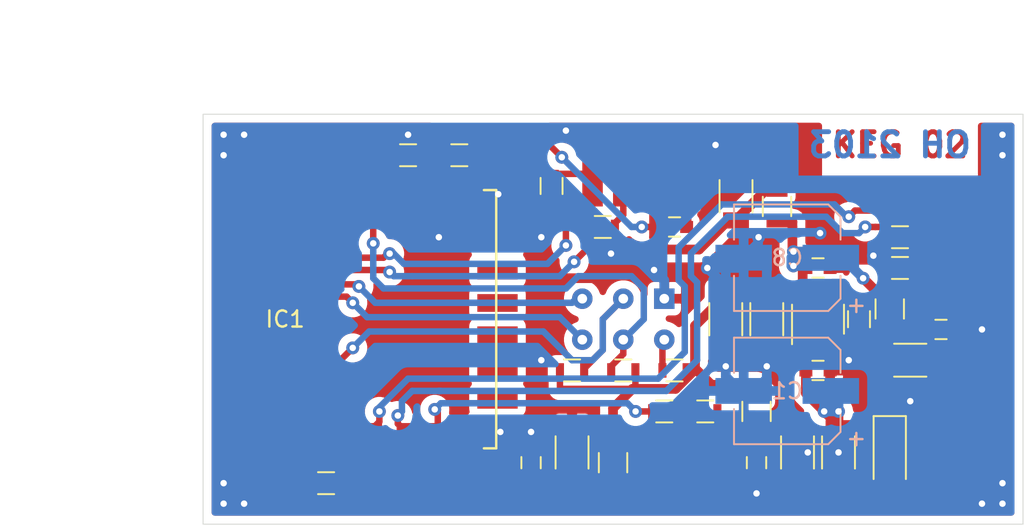
<source format=kicad_pcb>
(kicad_pcb (version 20171130) (host pcbnew "(5.1.5)-3")

  (general
    (thickness 1.6)
    (drawings 10)
    (tracks 416)
    (zones 0)
    (modules 40)
    (nets 28)
  )

  (page A4)
  (layers
    (0 F.Cu signal hide)
    (31 B.Cu signal hide)
    (32 B.Adhes user)
    (33 F.Adhes user)
    (34 B.Paste user)
    (35 F.Paste user)
    (36 B.SilkS user)
    (37 F.SilkS user)
    (38 B.Mask user)
    (39 F.Mask user)
    (40 Dwgs.User user)
    (41 Cmts.User user)
    (42 Eco1.User user)
    (43 Eco2.User user)
    (44 Edge.Cuts user)
    (45 Margin user)
    (46 B.CrtYd user)
    (47 F.CrtYd user)
    (48 B.Fab user)
    (49 F.Fab user)
  )

  (setup
    (last_trace_width 0.4)
    (trace_clearance 0.2)
    (zone_clearance 0.5)
    (zone_45_only no)
    (trace_min 0.2)
    (via_size 0.8)
    (via_drill 0.4)
    (via_min_size 0.4)
    (via_min_drill 0.3)
    (uvia_size 0.3)
    (uvia_drill 0.1)
    (uvias_allowed no)
    (uvia_min_size 0.2)
    (uvia_min_drill 0.1)
    (edge_width 0.05)
    (segment_width 0.2)
    (pcb_text_width 0.3)
    (pcb_text_size 1.5 1.5)
    (mod_edge_width 0.12)
    (mod_text_size 1 1)
    (mod_text_width 0.15)
    (pad_size 3.81 1.27)
    (pad_drill 0)
    (pad_to_mask_clearance 0.051)
    (solder_mask_min_width 0.25)
    (aux_axis_origin 0 0)
    (visible_elements 7FFDFF7F)
    (pcbplotparams
      (layerselection 0x010c0_ffffffff)
      (usegerberextensions false)
      (usegerberattributes false)
      (usegerberadvancedattributes false)
      (creategerberjobfile false)
      (excludeedgelayer true)
      (linewidth 0.100000)
      (plotframeref false)
      (viasonmask true)
      (mode 1)
      (useauxorigin false)
      (hpglpennumber 1)
      (hpglpenspeed 20)
      (hpglpendiameter 15.000000)
      (psnegative false)
      (psa4output false)
      (plotreference true)
      (plotvalue true)
      (plotinvisibletext false)
      (padsonsilk false)
      (subtractmaskfromsilk false)
      (outputformat 1)
      (mirror false)
      (drillshape 0)
      (scaleselection 1)
      (outputdirectory ""))
  )

  (net 0 "")
  (net 1 +3V3)
  (net 2 GND)
  (net 3 RST)
  (net 4 "Net-(IC1-Pad3)")
  (net 5 LOADCELL_DOUT)
  (net 6 LOADCELL_SCK)
  (net 7 "Net-(IC1-Pad10)")
  (net 8 "Net-(IC1-Pad11)")
  (net 9 GPIO0)
  (net 10 DISP_SDA)
  (net 11 DISP_SCL)
  (net 12 RXD)
  (net 13 TXD)
  (net 14 "Net-(P6-Pad4)")
  (net 15 "Net-(P6-Pad3)")
  (net 16 "Net-(R4-Pad2)")
  (net 17 "Net-(IC3-Pad3)")
  (net 18 /PWIN2)
  (net 19 /PWIN)
  (net 20 /PWIC1)
  (net 21 /PWIC2)
  (net 22 /PWDISP)
  (net 23 TEMP)
  (net 24 "Net-(P1-Pad3)")
  (net 25 "Net-(P1-Pad2)")
  (net 26 "Net-(P2-Pad2)")
  (net 27 /PWIC3)

  (net_class Default "Toto je výchozí třída sítě."
    (clearance 0.2)
    (trace_width 0.4)
    (via_dia 0.8)
    (via_drill 0.4)
    (uvia_dia 0.3)
    (uvia_drill 0.1)
    (add_net /PWIC3)
    (add_net DISP_SCL)
    (add_net DISP_SDA)
    (add_net GPIO0)
    (add_net LOADCELL_DOUT)
    (add_net LOADCELL_SCK)
    (add_net "Net-(IC1-Pad10)")
    (add_net "Net-(IC1-Pad11)")
    (add_net "Net-(IC1-Pad3)")
    (add_net "Net-(IC3-Pad3)")
    (add_net "Net-(P1-Pad2)")
    (add_net "Net-(P1-Pad3)")
    (add_net "Net-(P2-Pad2)")
    (add_net "Net-(P6-Pad3)")
    (add_net "Net-(P6-Pad4)")
    (add_net "Net-(R4-Pad2)")
    (add_net RST)
    (add_net RXD)
    (add_net TEMP)
    (add_net TXD)
  )

  (net_class GND ""
    (clearance 0.3)
    (trace_width 0.6)
    (via_dia 0.8)
    (via_drill 0.4)
    (uvia_dia 0.3)
    (uvia_drill 0.1)
    (add_net GND)
  )

  (net_class PWR ""
    (clearance 0.2)
    (trace_width 0.6)
    (via_dia 0.8)
    (via_drill 0.4)
    (uvia_dia 0.3)
    (uvia_drill 0.1)
    (add_net +3V3)
    (add_net /PWDISP)
    (add_net /PWIC1)
    (add_net /PWIC2)
    (add_net /PWIN)
    (add_net /PWIN2)
  )

  (module Capacitors_SMD:CP_Elec_6.3x7.7 (layer B.Cu) (tedit 605C6B19) (tstamp 605C3B3A)
    (at 135.255 93.345 180)
    (descr "SMT capacitor, aluminium electrolytic, 6.3x7.7")
    (path /6066A3D6)
    (attr smd)
    (fp_text reference C1 (at 0 0 180) (layer B.SilkS)
      (effects (font (size 1 1) (thickness 0.15)) (justify mirror))
    )
    (fp_text value "220u / 10V" (at 0 4.43 180) (layer B.Fab)
      (effects (font (size 1 1) (thickness 0.15)) (justify mirror))
    )
    (fp_circle (center 0 0) (end 0.5 -3) (layer B.Fab) (width 0.1))
    (fp_text user + (at -1.73 0.08 180) (layer B.Fab)
      (effects (font (size 1 1) (thickness 0.15)) (justify mirror))
    )
    (fp_text user + (at -4.28 -2.91 180) (layer B.SilkS)
      (effects (font (size 1 1) (thickness 0.15)) (justify mirror))
    )
    (fp_text user %R (at 0 -4.43 180) (layer B.Fab)
      (effects (font (size 1 1) (thickness 0.15)) (justify mirror))
    )
    (fp_line (start 3.15 -3.15) (end 3.15 3.15) (layer B.Fab) (width 0.1))
    (fp_line (start -2.48 -3.15) (end 3.15 -3.15) (layer B.Fab) (width 0.1))
    (fp_line (start -3.15 -2.48) (end -2.48 -3.15) (layer B.Fab) (width 0.1))
    (fp_line (start -3.15 2.48) (end -3.15 -2.48) (layer B.Fab) (width 0.1))
    (fp_line (start -2.48 3.15) (end -3.15 2.48) (layer B.Fab) (width 0.1))
    (fp_line (start 3.15 3.15) (end -2.48 3.15) (layer B.Fab) (width 0.1))
    (fp_line (start -3.3 -2.54) (end -3.3 -1.12) (layer B.SilkS) (width 0.12))
    (fp_line (start 3.3 -3.3) (end 3.3 -1.12) (layer B.SilkS) (width 0.12))
    (fp_line (start 3.3 3.3) (end 3.3 1.12) (layer B.SilkS) (width 0.12))
    (fp_line (start -3.3 2.54) (end -3.3 1.12) (layer B.SilkS) (width 0.12))
    (fp_line (start 3.3 -3.3) (end -2.54 -3.3) (layer B.SilkS) (width 0.12))
    (fp_line (start -2.54 -3.3) (end -3.3 -2.54) (layer B.SilkS) (width 0.12))
    (fp_line (start -3.3 2.54) (end -2.54 3.3) (layer B.SilkS) (width 0.12))
    (fp_line (start -2.54 3.3) (end 3.3 3.3) (layer B.SilkS) (width 0.12))
    (fp_line (start -4.7 3.4) (end 4.7 3.4) (layer B.CrtYd) (width 0.05))
    (fp_line (start -4.7 3.4) (end -4.7 -3.4) (layer B.CrtYd) (width 0.05))
    (fp_line (start 4.7 -3.4) (end 4.7 3.4) (layer B.CrtYd) (width 0.05))
    (fp_line (start 4.7 -3.4) (end -4.7 -3.4) (layer B.CrtYd) (width 0.05))
    (pad 1 smd rect (at -2.7 0) (size 3.5 1.6) (layers B.Cu B.Paste B.Mask)
      (net 18 /PWIN2))
    (pad 2 smd rect (at 2.7 0) (size 3.5 1.6) (layers B.Cu B.Paste B.Mask)
      (net 2 GND))
    (model Capacitors_SMD.3dshapes/CP_Elec_6.3x7.7.wrl
      (at (xyz 0 0 0))
      (scale (xyz 1 1 1))
      (rotate (xyz 0 0 180))
    )
    (model ${KISYS3DMOD}/Capacitor_SMD.3dshapes/CP_Elec_6.3x7.7.wrl
      (at (xyz 0 0 0))
      (scale (xyz 1 1 1))
      (rotate (xyz 0 0 0))
    )
  )

  (module Capacitors_SMD:C_1206 (layer F.Cu) (tedit 5FF3FDCD) (tstamp 5FF32004)
    (at 121.92 97.155 90)
    (descr "Capacitor SMD 1206, reflow soldering, AVX (see smccp.pdf)")
    (tags "capacitor 1206")
    (path /6001526D)
    (attr smd)
    (fp_text reference C3 (at 0 0 90) (layer F.SilkS) hide
      (effects (font (size 1 1) (thickness 0.15)))
    )
    (fp_text value 4u7 (at 0 2 90) (layer F.Fab)
      (effects (font (size 1 1) (thickness 0.15)))
    )
    (fp_line (start 2.25 1.05) (end -2.25 1.05) (layer F.CrtYd) (width 0.05))
    (fp_line (start 2.25 1.05) (end 2.25 -1.05) (layer F.CrtYd) (width 0.05))
    (fp_line (start -2.25 -1.05) (end -2.25 1.05) (layer F.CrtYd) (width 0.05))
    (fp_line (start -2.25 -1.05) (end 2.25 -1.05) (layer F.CrtYd) (width 0.05))
    (fp_line (start -1 1.02) (end 1 1.02) (layer F.SilkS) (width 0.12))
    (fp_line (start 1 -1.02) (end -1 -1.02) (layer F.SilkS) (width 0.12))
    (fp_line (start -1.6 -0.8) (end 1.6 -0.8) (layer F.Fab) (width 0.1))
    (fp_line (start 1.6 -0.8) (end 1.6 0.8) (layer F.Fab) (width 0.1))
    (fp_line (start 1.6 0.8) (end -1.6 0.8) (layer F.Fab) (width 0.1))
    (fp_line (start -1.6 0.8) (end -1.6 -0.8) (layer F.Fab) (width 0.1))
    (fp_text user %R (at 0 0 90) (layer F.Fab)
      (effects (font (size 1 1) (thickness 0.15)))
    )
    (pad 2 smd rect (at 1.5 0 90) (size 1 1.6) (layers F.Cu F.Paste F.Mask)
      (net 2 GND))
    (pad 1 smd rect (at -1.5 0 90) (size 1 1.6) (layers F.Cu F.Paste F.Mask)
      (net 20 /PWIC1))
    (model Capacitors_SMD.3dshapes/C_1206.wrl
      (at (xyz 0 0 0))
      (scale (xyz 1 1 1))
      (rotate (xyz 0 0 0))
    )
    (model ${KISYS3DMOD}/Capacitor_SMD.3dshapes/C_1206_3216Metric.wrl
      (at (xyz 0 0 0))
      (scale (xyz 1 1 1))
      (rotate (xyz 0 0 0))
    )
  )

  (module Capacitors_SMD:C_0603 (layer F.Cu) (tedit 5FF3FDC6) (tstamp 5FF32015)
    (at 119.38 97.79 90)
    (descr "Capacitor SMD 0603, reflow soldering, AVX (see smccp.pdf)")
    (tags "capacitor 0603")
    (path /60015263)
    (attr smd)
    (fp_text reference C4 (at 0 0 90) (layer F.SilkS) hide
      (effects (font (size 0.8 1) (thickness 0.15)))
    )
    (fp_text value 100n (at 0 1.5 90) (layer F.Fab)
      (effects (font (size 1 1) (thickness 0.15)))
    )
    (fp_text user %R (at 0 0 90) (layer F.Fab)
      (effects (font (size 0.3 0.3) (thickness 0.075)))
    )
    (fp_line (start -0.8 0.4) (end -0.8 -0.4) (layer F.Fab) (width 0.1))
    (fp_line (start 0.8 0.4) (end -0.8 0.4) (layer F.Fab) (width 0.1))
    (fp_line (start 0.8 -0.4) (end 0.8 0.4) (layer F.Fab) (width 0.1))
    (fp_line (start -0.8 -0.4) (end 0.8 -0.4) (layer F.Fab) (width 0.1))
    (fp_line (start -0.35 -0.6) (end 0.35 -0.6) (layer F.SilkS) (width 0.12))
    (fp_line (start 0.35 0.6) (end -0.35 0.6) (layer F.SilkS) (width 0.12))
    (fp_line (start -1.4 -0.65) (end 1.4 -0.65) (layer F.CrtYd) (width 0.05))
    (fp_line (start -1.4 -0.65) (end -1.4 0.65) (layer F.CrtYd) (width 0.05))
    (fp_line (start 1.4 0.65) (end 1.4 -0.65) (layer F.CrtYd) (width 0.05))
    (fp_line (start 1.4 0.65) (end -1.4 0.65) (layer F.CrtYd) (width 0.05))
    (pad 1 smd rect (at -0.75 0 90) (size 0.8 0.75) (layers F.Cu F.Paste F.Mask)
      (net 20 /PWIC1))
    (pad 2 smd rect (at 0.75 0 90) (size 0.8 0.75) (layers F.Cu F.Paste F.Mask)
      (net 2 GND))
    (model Capacitors_SMD.3dshapes/C_0603.wrl
      (at (xyz 0 0 0))
      (scale (xyz 1 1 1))
      (rotate (xyz 0 0 0))
    )
    (model ${KISYS3DMOD}/Capacitor_SMD.3dshapes/C_0603_1608Metric.wrl
      (at (xyz 0 0 0))
      (scale (xyz 1 1 1))
      (rotate (xyz 0 0 0))
    )
  )

  (module Capacitors_SMD:C_0603 (layer F.Cu) (tedit 5FF3FD6C) (tstamp 5FF32026)
    (at 137.16 92.075)
    (descr "Capacitor SMD 0603, reflow soldering, AVX (see smccp.pdf)")
    (tags "capacitor 0603")
    (path /5FFDBE7C)
    (attr smd)
    (fp_text reference C5 (at 0 0) (layer F.SilkS) hide
      (effects (font (size 0.8 1) (thickness 0.15)))
    )
    (fp_text value 100n (at 0 1.5) (layer F.Fab)
      (effects (font (size 1 1) (thickness 0.15)))
    )
    (fp_text user %R (at 0 0) (layer F.Fab)
      (effects (font (size 0.3 0.3) (thickness 0.075)))
    )
    (fp_line (start -0.8 0.4) (end -0.8 -0.4) (layer F.Fab) (width 0.1))
    (fp_line (start 0.8 0.4) (end -0.8 0.4) (layer F.Fab) (width 0.1))
    (fp_line (start 0.8 -0.4) (end 0.8 0.4) (layer F.Fab) (width 0.1))
    (fp_line (start -0.8 -0.4) (end 0.8 -0.4) (layer F.Fab) (width 0.1))
    (fp_line (start -0.35 -0.6) (end 0.35 -0.6) (layer F.SilkS) (width 0.12))
    (fp_line (start 0.35 0.6) (end -0.35 0.6) (layer F.SilkS) (width 0.12))
    (fp_line (start -1.4 -0.65) (end 1.4 -0.65) (layer F.CrtYd) (width 0.05))
    (fp_line (start -1.4 -0.65) (end -1.4 0.65) (layer F.CrtYd) (width 0.05))
    (fp_line (start 1.4 0.65) (end 1.4 -0.65) (layer F.CrtYd) (width 0.05))
    (fp_line (start 1.4 0.65) (end -1.4 0.65) (layer F.CrtYd) (width 0.05))
    (pad 1 smd rect (at -0.75 0) (size 0.8 0.75) (layers F.Cu F.Paste F.Mask)
      (net 18 /PWIN2))
    (pad 2 smd rect (at 0.75 0) (size 0.8 0.75) (layers F.Cu F.Paste F.Mask)
      (net 2 GND))
    (model Capacitors_SMD.3dshapes/C_0603.wrl
      (at (xyz 0 0 0))
      (scale (xyz 1 1 1))
      (rotate (xyz 0 0 0))
    )
    (model ${KISYS3DMOD}/Capacitor_SMD.3dshapes/C_0603_1608Metric.wrl
      (at (xyz 0 0 0))
      (scale (xyz 1 1 1))
      (rotate (xyz 0 0 0))
    )
  )

  (module Capacitors_SMD:C_1206 (layer F.Cu) (tedit 5FF3FD61) (tstamp 5FF32037)
    (at 138.43 97.155 270)
    (descr "Capacitor SMD 1206, reflow soldering, AVX (see smccp.pdf)")
    (tags "capacitor 1206")
    (path /5FFC6849)
    (attr smd)
    (fp_text reference C6 (at 0 0 270) (layer F.SilkS) hide
      (effects (font (size 1 1) (thickness 0.15)))
    )
    (fp_text value 4u7 (at 0 2 270) (layer F.Fab)
      (effects (font (size 1 1) (thickness 0.15)))
    )
    (fp_text user %R (at 0 0 270) (layer F.Fab)
      (effects (font (size 1 1) (thickness 0.15)))
    )
    (fp_line (start -1.6 0.8) (end -1.6 -0.8) (layer F.Fab) (width 0.1))
    (fp_line (start 1.6 0.8) (end -1.6 0.8) (layer F.Fab) (width 0.1))
    (fp_line (start 1.6 -0.8) (end 1.6 0.8) (layer F.Fab) (width 0.1))
    (fp_line (start -1.6 -0.8) (end 1.6 -0.8) (layer F.Fab) (width 0.1))
    (fp_line (start 1 -1.02) (end -1 -1.02) (layer F.SilkS) (width 0.12))
    (fp_line (start -1 1.02) (end 1 1.02) (layer F.SilkS) (width 0.12))
    (fp_line (start -2.25 -1.05) (end 2.25 -1.05) (layer F.CrtYd) (width 0.05))
    (fp_line (start -2.25 -1.05) (end -2.25 1.05) (layer F.CrtYd) (width 0.05))
    (fp_line (start 2.25 1.05) (end 2.25 -1.05) (layer F.CrtYd) (width 0.05))
    (fp_line (start 2.25 1.05) (end -2.25 1.05) (layer F.CrtYd) (width 0.05))
    (pad 1 smd rect (at -1.5 0 270) (size 1 1.6) (layers F.Cu F.Paste F.Mask)
      (net 18 /PWIN2))
    (pad 2 smd rect (at 1.5 0 270) (size 1 1.6) (layers F.Cu F.Paste F.Mask)
      (net 2 GND))
    (model Capacitors_SMD.3dshapes/C_1206.wrl
      (at (xyz 0 0 0))
      (scale (xyz 1 1 1))
      (rotate (xyz 0 0 0))
    )
    (model ${KISYS3DMOD}/Capacitor_SMD.3dshapes/C_1206_3216Metric.wrl
      (at (xyz 0 0 0))
      (scale (xyz 1 1 1))
      (rotate (xyz 0 0 0))
    )
  )

  (module Capacitors_SMD:C_1206 (layer F.Cu) (tedit 5FF3FCFE) (tstamp 5FF3208C)
    (at 131.445 88.9 270)
    (descr "Capacitor SMD 1206, reflow soldering, AVX (see smccp.pdf)")
    (tags "capacitor 1206")
    (path /5FF8C15A)
    (attr smd)
    (fp_text reference C11 (at 0 0 270) (layer F.SilkS) hide
      (effects (font (size 1 1) (thickness 0.15)))
    )
    (fp_text value 4u7 (at 0 2 270) (layer F.Fab)
      (effects (font (size 1 1) (thickness 0.15)))
    )
    (fp_line (start 2.25 1.05) (end -2.25 1.05) (layer F.CrtYd) (width 0.05))
    (fp_line (start 2.25 1.05) (end 2.25 -1.05) (layer F.CrtYd) (width 0.05))
    (fp_line (start -2.25 -1.05) (end -2.25 1.05) (layer F.CrtYd) (width 0.05))
    (fp_line (start -2.25 -1.05) (end 2.25 -1.05) (layer F.CrtYd) (width 0.05))
    (fp_line (start -1 1.02) (end 1 1.02) (layer F.SilkS) (width 0.12))
    (fp_line (start 1 -1.02) (end -1 -1.02) (layer F.SilkS) (width 0.12))
    (fp_line (start -1.6 -0.8) (end 1.6 -0.8) (layer F.Fab) (width 0.1))
    (fp_line (start 1.6 -0.8) (end 1.6 0.8) (layer F.Fab) (width 0.1))
    (fp_line (start 1.6 0.8) (end -1.6 0.8) (layer F.Fab) (width 0.1))
    (fp_line (start -1.6 0.8) (end -1.6 -0.8) (layer F.Fab) (width 0.1))
    (fp_text user %R (at 0 0 270) (layer F.Fab)
      (effects (font (size 1 1) (thickness 0.15)))
    )
    (pad 2 smd rect (at 1.5 0 270) (size 1 1.6) (layers F.Cu F.Paste F.Mask)
      (net 2 GND))
    (pad 1 smd rect (at -1.5 0 270) (size 1 1.6) (layers F.Cu F.Paste F.Mask)
      (net 1 +3V3))
    (model Capacitors_SMD.3dshapes/C_1206.wrl
      (at (xyz 0 0 0))
      (scale (xyz 1 1 1))
      (rotate (xyz 0 0 0))
    )
    (model ${KISYS3DMOD}/Capacitor_SMD.3dshapes/C_1206_3216Metric.wrl
      (at (xyz 0 0 0))
      (scale (xyz 1 1 1))
      (rotate (xyz 0 0 0))
    )
  )

  (module Capacitors_SMD:C_1206 (layer F.Cu) (tedit 605C6AA7) (tstamp 5FF3209D)
    (at 142.875 91.44 180)
    (descr "Capacitor SMD 1206, reflow soldering, AVX (see smccp.pdf)")
    (tags "capacitor 1206")
    (path /5FF7CE34)
    (attr smd)
    (fp_text reference C12 (at 0 0 180) (layer F.SilkS) hide
      (effects (font (size 1 1) (thickness 0.15)))
    )
    (fp_text value 4u7 (at 0 2 180) (layer F.Fab)
      (effects (font (size 1 1) (thickness 0.15)))
    )
    (fp_line (start 2.25 1.05) (end -2.25 1.05) (layer F.CrtYd) (width 0.05))
    (fp_line (start 2.25 1.05) (end 2.25 -1.05) (layer F.CrtYd) (width 0.05))
    (fp_line (start -2.25 -1.05) (end -2.25 1.05) (layer F.CrtYd) (width 0.05))
    (fp_line (start -2.25 -1.05) (end 2.25 -1.05) (layer F.CrtYd) (width 0.05))
    (fp_line (start -1 1.02) (end 1 1.02) (layer F.SilkS) (width 0.12))
    (fp_line (start 1 -1.02) (end -1 -1.02) (layer F.SilkS) (width 0.12))
    (fp_line (start -1.6 -0.8) (end 1.6 -0.8) (layer F.Fab) (width 0.1))
    (fp_line (start 1.6 -0.8) (end 1.6 0.8) (layer F.Fab) (width 0.1))
    (fp_line (start 1.6 0.8) (end -1.6 0.8) (layer F.Fab) (width 0.1))
    (fp_line (start -1.6 0.8) (end -1.6 -0.8) (layer F.Fab) (width 0.1))
    (fp_text user %R (at 0 0 180) (layer F.Fab)
      (effects (font (size 1 1) (thickness 0.15)))
    )
    (pad 2 smd rect (at 1.5 0 180) (size 1 1.6) (layers F.Cu F.Paste F.Mask)
      (net 2 GND))
    (pad 1 smd rect (at -1.5 0 180) (size 1 1.6) (layers F.Cu F.Paste F.Mask)
      (net 21 /PWIC2))
    (model Capacitors_SMD.3dshapes/C_1206.wrl
      (at (xyz 0 0 0))
      (scale (xyz 1 1 1))
      (rotate (xyz 0 0 0))
    )
    (model ${KISYS3DMOD}/Capacitor_SMD.3dshapes/C_1206_3216Metric.wrl
      (at (xyz 0 0 0))
      (scale (xyz 1 1 1))
      (rotate (xyz 0 0 0))
    )
  )

  (module Capacitors_SMD:C_0603 (layer F.Cu) (tedit 605C4C8D) (tstamp 5FF320AE)
    (at 144.78 89.535)
    (descr "Capacitor SMD 0603, reflow soldering, AVX (see smccp.pdf)")
    (tags "capacitor 0603")
    (path /5FF7AFD8)
    (attr smd)
    (fp_text reference C13 (at 0 0) (layer F.SilkS) hide
      (effects (font (size 0.8 1) (thickness 0.15)))
    )
    (fp_text value 100n (at 0 1.5) (layer F.Fab)
      (effects (font (size 1 1) (thickness 0.15)))
    )
    (fp_line (start 1.4 0.65) (end -1.4 0.65) (layer F.CrtYd) (width 0.05))
    (fp_line (start 1.4 0.65) (end 1.4 -0.65) (layer F.CrtYd) (width 0.05))
    (fp_line (start -1.4 -0.65) (end -1.4 0.65) (layer F.CrtYd) (width 0.05))
    (fp_line (start -1.4 -0.65) (end 1.4 -0.65) (layer F.CrtYd) (width 0.05))
    (fp_line (start 0.35 0.6) (end -0.35 0.6) (layer F.SilkS) (width 0.12))
    (fp_line (start -0.35 -0.6) (end 0.35 -0.6) (layer F.SilkS) (width 0.12))
    (fp_line (start -0.8 -0.4) (end 0.8 -0.4) (layer F.Fab) (width 0.1))
    (fp_line (start 0.8 -0.4) (end 0.8 0.4) (layer F.Fab) (width 0.1))
    (fp_line (start 0.8 0.4) (end -0.8 0.4) (layer F.Fab) (width 0.1))
    (fp_line (start -0.8 0.4) (end -0.8 -0.4) (layer F.Fab) (width 0.1))
    (fp_text user %R (at 0 0) (layer F.Fab)
      (effects (font (size 0.3 0.3) (thickness 0.075)))
    )
    (pad 2 smd rect (at 0.75 0) (size 0.8 0.75) (layers F.Cu F.Paste F.Mask)
      (net 2 GND))
    (pad 1 smd rect (at -0.75 0) (size 0.8 0.75) (layers F.Cu F.Paste F.Mask)
      (net 21 /PWIC2))
    (model Capacitors_SMD.3dshapes/C_0603.wrl
      (at (xyz 0 0 0))
      (scale (xyz 1 1 1))
      (rotate (xyz 0 0 0))
    )
    (model ${KISYS3DMOD}/Capacitor_SMD.3dshapes/C_0603_1608Metric.wrl
      (at (xyz 0 0 0))
      (scale (xyz 1 1 1))
      (rotate (xyz 0 0 0))
    )
  )

  (module Capacitors_SMD:C_1206 (layer F.Cu) (tedit 605C65F6) (tstamp 5FF320E1)
    (at 132.08 81.28 90)
    (descr "Capacitor SMD 1206, reflow soldering, AVX (see smccp.pdf)")
    (tags "capacitor 1206")
    (path /6007CE18)
    (attr smd)
    (fp_text reference C16 (at 0 0 90) (layer F.SilkS) hide
      (effects (font (size 1 1) (thickness 0.15)))
    )
    (fp_text value 4u7 (at 0 2 90) (layer F.Fab)
      (effects (font (size 1 1) (thickness 0.15)))
    )
    (fp_line (start 2.25 1.05) (end -2.25 1.05) (layer F.CrtYd) (width 0.05))
    (fp_line (start 2.25 1.05) (end 2.25 -1.05) (layer F.CrtYd) (width 0.05))
    (fp_line (start -2.25 -1.05) (end -2.25 1.05) (layer F.CrtYd) (width 0.05))
    (fp_line (start -2.25 -1.05) (end 2.25 -1.05) (layer F.CrtYd) (width 0.05))
    (fp_line (start -1 1.02) (end 1 1.02) (layer F.SilkS) (width 0.12))
    (fp_line (start 1 -1.02) (end -1 -1.02) (layer F.SilkS) (width 0.12))
    (fp_line (start -1.6 -0.8) (end 1.6 -0.8) (layer F.Fab) (width 0.1))
    (fp_line (start 1.6 -0.8) (end 1.6 0.8) (layer F.Fab) (width 0.1))
    (fp_line (start 1.6 0.8) (end -1.6 0.8) (layer F.Fab) (width 0.1))
    (fp_line (start -1.6 0.8) (end -1.6 -0.8) (layer F.Fab) (width 0.1))
    (fp_text user %R (at 0 0 90) (layer F.Fab)
      (effects (font (size 1 1) (thickness 0.15)))
    )
    (pad 2 smd rect (at 1.5 0 90) (size 1 1.6) (layers F.Cu F.Paste F.Mask)
      (net 2 GND))
    (pad 1 smd rect (at -1.5 0 90) (size 1 1.6) (layers F.Cu F.Paste F.Mask)
      (net 22 /PWDISP))
    (model Capacitors_SMD.3dshapes/C_1206.wrl
      (at (xyz 0 0 0))
      (scale (xyz 1 1 1))
      (rotate (xyz 0 0 0))
    )
    (model ${KISYS3DMOD}/Capacitor_SMD.3dshapes/C_1206_3216Metric.wrl
      (at (xyz 0 0 0))
      (scale (xyz 1 1 1))
      (rotate (xyz 0 0 0))
    )
  )

  (module Capacitors_SMD:C_0603 (layer F.Cu) (tedit 5FF3FE17) (tstamp 5FF320F2)
    (at 128.27 83.185)
    (descr "Capacitor SMD 0603, reflow soldering, AVX (see smccp.pdf)")
    (tags "capacitor 0603")
    (path /6007CE0E)
    (attr smd)
    (fp_text reference C17 (at 0 0) (layer F.SilkS) hide
      (effects (font (size 0.8 1) (thickness 0.15)))
    )
    (fp_text value 100n (at 0 1.5) (layer F.Fab)
      (effects (font (size 1 1) (thickness 0.15)))
    )
    (fp_line (start 1.4 0.65) (end -1.4 0.65) (layer F.CrtYd) (width 0.05))
    (fp_line (start 1.4 0.65) (end 1.4 -0.65) (layer F.CrtYd) (width 0.05))
    (fp_line (start -1.4 -0.65) (end -1.4 0.65) (layer F.CrtYd) (width 0.05))
    (fp_line (start -1.4 -0.65) (end 1.4 -0.65) (layer F.CrtYd) (width 0.05))
    (fp_line (start 0.35 0.6) (end -0.35 0.6) (layer F.SilkS) (width 0.12))
    (fp_line (start -0.35 -0.6) (end 0.35 -0.6) (layer F.SilkS) (width 0.12))
    (fp_line (start -0.8 -0.4) (end 0.8 -0.4) (layer F.Fab) (width 0.1))
    (fp_line (start 0.8 -0.4) (end 0.8 0.4) (layer F.Fab) (width 0.1))
    (fp_line (start 0.8 0.4) (end -0.8 0.4) (layer F.Fab) (width 0.1))
    (fp_line (start -0.8 0.4) (end -0.8 -0.4) (layer F.Fab) (width 0.1))
    (fp_text user %R (at 0 0) (layer F.Fab)
      (effects (font (size 0.3 0.3) (thickness 0.075)))
    )
    (pad 2 smd rect (at 0.75 0) (size 0.8 0.75) (layers F.Cu F.Paste F.Mask)
      (net 2 GND))
    (pad 1 smd rect (at -0.75 0) (size 0.8 0.75) (layers F.Cu F.Paste F.Mask)
      (net 22 /PWDISP))
    (model Capacitors_SMD.3dshapes/C_0603.wrl
      (at (xyz 0 0 0))
      (scale (xyz 1 1 1))
      (rotate (xyz 0 0 0))
    )
    (model ${KISYS3DMOD}/Capacitor_SMD.3dshapes/C_0603_1608Metric.wrl
      (at (xyz 0 0 0))
      (scale (xyz 1 1 1))
      (rotate (xyz 0 0 0))
    )
  )

  (module Diodes_SMD:D_SOD-123 (layer F.Cu) (tedit 5FF3FD58) (tstamp 5FF3210B)
    (at 141.605 97.155 270)
    (descr SOD-123)
    (tags SOD-123)
    (path /5FFF7E99)
    (attr smd)
    (fp_text reference D1 (at 0 0 270) (layer F.SilkS) hide
      (effects (font (size 1 1) (thickness 0.15)))
    )
    (fp_text value B5819W (at 0 2.1 270) (layer F.Fab)
      (effects (font (size 1 1) (thickness 0.15)))
    )
    (fp_line (start -2.25 -1) (end 1.65 -1) (layer F.SilkS) (width 0.12))
    (fp_line (start -2.25 1) (end 1.65 1) (layer F.SilkS) (width 0.12))
    (fp_line (start -2.35 -1.15) (end -2.35 1.15) (layer F.CrtYd) (width 0.05))
    (fp_line (start 2.35 1.15) (end -2.35 1.15) (layer F.CrtYd) (width 0.05))
    (fp_line (start 2.35 -1.15) (end 2.35 1.15) (layer F.CrtYd) (width 0.05))
    (fp_line (start -2.35 -1.15) (end 2.35 -1.15) (layer F.CrtYd) (width 0.05))
    (fp_line (start -1.4 -0.9) (end 1.4 -0.9) (layer F.Fab) (width 0.1))
    (fp_line (start 1.4 -0.9) (end 1.4 0.9) (layer F.Fab) (width 0.1))
    (fp_line (start 1.4 0.9) (end -1.4 0.9) (layer F.Fab) (width 0.1))
    (fp_line (start -1.4 0.9) (end -1.4 -0.9) (layer F.Fab) (width 0.1))
    (fp_line (start -0.75 0) (end -0.35 0) (layer F.Fab) (width 0.1))
    (fp_line (start -0.35 0) (end -0.35 -0.55) (layer F.Fab) (width 0.1))
    (fp_line (start -0.35 0) (end -0.35 0.55) (layer F.Fab) (width 0.1))
    (fp_line (start -0.35 0) (end 0.25 -0.4) (layer F.Fab) (width 0.1))
    (fp_line (start 0.25 -0.4) (end 0.25 0.4) (layer F.Fab) (width 0.1))
    (fp_line (start 0.25 0.4) (end -0.35 0) (layer F.Fab) (width 0.1))
    (fp_line (start 0.25 0) (end 0.75 0) (layer F.Fab) (width 0.1))
    (fp_line (start -2.25 -1) (end -2.25 1) (layer F.SilkS) (width 0.12))
    (fp_text user %R (at 0 -2 270) (layer F.Fab) hide
      (effects (font (size 1 1) (thickness 0.15)))
    )
    (pad 2 smd rect (at 1.65 0 270) (size 0.9 1.2) (layers F.Cu F.Paste F.Mask)
      (net 19 /PWIN))
    (pad 1 smd rect (at -1.65 0 270) (size 0.9 1.2) (layers F.Cu F.Paste F.Mask)
      (net 18 /PWIN2))
    (model ${KISYS3DMOD}/Diodes_SMD.3dshapes/D_SOD-123.wrl
      (at (xyz 0 0 0))
      (scale (xyz 1 1 1))
      (rotate (xyz 0 0 0))
    )
    (model ${KISYS3DMOD}/Diode_SMD.3dshapes/D_SOD-123.wrl
      (at (xyz 0 0 0))
      (scale (xyz 1 1 1))
      (rotate (xyz 0 0 0))
    )
  )

  (module Resistors_SMD:R_0805 (layer F.Cu) (tedit 5FF3FDB3) (tstamp 5FF3211C)
    (at 124.46 97.79 90)
    (descr "Resistor SMD 0805, reflow soldering, Vishay (see dcrcw.pdf)")
    (tags "resistor 0805")
    (path /60015277)
    (attr smd)
    (fp_text reference FB1 (at 0 0 90) (layer F.SilkS) hide
      (effects (font (size 0.8 1) (thickness 0.15)))
    )
    (fp_text value Ferrite_Bead_Small (at 0 1.75 90) (layer F.Fab)
      (effects (font (size 1 1) (thickness 0.15)))
    )
    (fp_text user %R (at 0 0 90) (layer F.Fab)
      (effects (font (size 0.5 0.5) (thickness 0.075)))
    )
    (fp_line (start -1 0.62) (end -1 -0.62) (layer F.Fab) (width 0.1))
    (fp_line (start 1 0.62) (end -1 0.62) (layer F.Fab) (width 0.1))
    (fp_line (start 1 -0.62) (end 1 0.62) (layer F.Fab) (width 0.1))
    (fp_line (start -1 -0.62) (end 1 -0.62) (layer F.Fab) (width 0.1))
    (fp_line (start 0.6 0.88) (end -0.6 0.88) (layer F.SilkS) (width 0.12))
    (fp_line (start -0.6 -0.88) (end 0.6 -0.88) (layer F.SilkS) (width 0.12))
    (fp_line (start -1.55 -0.9) (end 1.55 -0.9) (layer F.CrtYd) (width 0.05))
    (fp_line (start -1.55 -0.9) (end -1.55 0.9) (layer F.CrtYd) (width 0.05))
    (fp_line (start 1.55 0.9) (end 1.55 -0.9) (layer F.CrtYd) (width 0.05))
    (fp_line (start 1.55 0.9) (end -1.55 0.9) (layer F.CrtYd) (width 0.05))
    (pad 1 smd rect (at -0.95 0 90) (size 0.7 1.3) (layers F.Cu F.Paste F.Mask)
      (net 20 /PWIC1))
    (pad 2 smd rect (at 0.95 0 90) (size 0.7 1.3) (layers F.Cu F.Paste F.Mask)
      (net 1 +3V3))
    (model ${KISYS3DMOD}/Resistors_SMD.3dshapes/R_0805.wrl
      (at (xyz 0 0 0))
      (scale (xyz 1 1 1))
      (rotate (xyz 0 0 0))
    )
    (model ${KISYS3DMOD}/Resistor_SMD.3dshapes/R_0805_2012Metric.wrl
      (at (xyz 0 0 0))
      (scale (xyz 1 1 1))
      (rotate (xyz 0 0 0))
    )
  )

  (module Resistors_SMD:R_0805 (layer F.Cu) (tedit 605C6ABE) (tstamp 5FF3212D)
    (at 141.605 88.265 90)
    (descr "Resistor SMD 0805, reflow soldering, Vishay (see dcrcw.pdf)")
    (tags "resistor 0805")
    (path /5FF7DDDA)
    (attr smd)
    (fp_text reference FB2 (at 0 0 270) (layer F.SilkS) hide
      (effects (font (size 1 1) (thickness 0.15)))
    )
    (fp_text value Ferrite_Bead_Small (at 0 1.75 90) (layer F.Fab)
      (effects (font (size 1 1) (thickness 0.15)))
    )
    (fp_line (start 1.55 0.9) (end -1.55 0.9) (layer F.CrtYd) (width 0.05))
    (fp_line (start 1.55 0.9) (end 1.55 -0.9) (layer F.CrtYd) (width 0.05))
    (fp_line (start -1.55 -0.9) (end -1.55 0.9) (layer F.CrtYd) (width 0.05))
    (fp_line (start -1.55 -0.9) (end 1.55 -0.9) (layer F.CrtYd) (width 0.05))
    (fp_line (start -0.6 -0.88) (end 0.6 -0.88) (layer F.SilkS) (width 0.12))
    (fp_line (start 0.6 0.88) (end -0.6 0.88) (layer F.SilkS) (width 0.12))
    (fp_line (start -1 -0.62) (end 1 -0.62) (layer F.Fab) (width 0.1))
    (fp_line (start 1 -0.62) (end 1 0.62) (layer F.Fab) (width 0.1))
    (fp_line (start 1 0.62) (end -1 0.62) (layer F.Fab) (width 0.1))
    (fp_line (start -1 0.62) (end -1 -0.62) (layer F.Fab) (width 0.1))
    (fp_text user %R (at 0 0 90) (layer F.Fab)
      (effects (font (size 0.5 0.5) (thickness 0.075)))
    )
    (pad 2 smd rect (at 0.95 0 90) (size 0.7 1.3) (layers F.Cu F.Paste F.Mask)
      (net 1 +3V3))
    (pad 1 smd rect (at -0.95 0 90) (size 0.7 1.3) (layers F.Cu F.Paste F.Mask)
      (net 21 /PWIC2))
    (model ${KISYS3DMOD}/Resistors_SMD.3dshapes/R_0805.wrl
      (at (xyz 0 0 0))
      (scale (xyz 1 1 1))
      (rotate (xyz 0 0 0))
    )
    (model ${KISYS3DMOD}/Resistor_SMD.3dshapes/R_0805_2012Metric.wrl
      (at (xyz 0 0 0))
      (scale (xyz 1 1 1))
      (rotate (xyz 0 0 0))
    )
  )

  (module Resistors_SMD:R_0805 (layer F.Cu) (tedit 605C6615) (tstamp 5FF3213E)
    (at 134.62 81.915 270)
    (descr "Resistor SMD 0805, reflow soldering, Vishay (see dcrcw.pdf)")
    (tags "resistor 0805")
    (path /6007CE22)
    (attr smd)
    (fp_text reference FB3 (at 0 0 90) (layer F.SilkS) hide
      (effects (font (size 1 1) (thickness 0.15)))
    )
    (fp_text value Ferrite_Bead_Small (at 0 1.75 90) (layer F.Fab)
      (effects (font (size 1 1) (thickness 0.15)))
    )
    (fp_line (start 1.55 0.9) (end -1.55 0.9) (layer F.CrtYd) (width 0.05))
    (fp_line (start 1.55 0.9) (end 1.55 -0.9) (layer F.CrtYd) (width 0.05))
    (fp_line (start -1.55 -0.9) (end -1.55 0.9) (layer F.CrtYd) (width 0.05))
    (fp_line (start -1.55 -0.9) (end 1.55 -0.9) (layer F.CrtYd) (width 0.05))
    (fp_line (start -0.6 -0.88) (end 0.6 -0.88) (layer F.SilkS) (width 0.12))
    (fp_line (start 0.6 0.88) (end -0.6 0.88) (layer F.SilkS) (width 0.12))
    (fp_line (start -1 -0.62) (end 1 -0.62) (layer F.Fab) (width 0.1))
    (fp_line (start 1 -0.62) (end 1 0.62) (layer F.Fab) (width 0.1))
    (fp_line (start 1 0.62) (end -1 0.62) (layer F.Fab) (width 0.1))
    (fp_line (start -1 0.62) (end -1 -0.62) (layer F.Fab) (width 0.1))
    (fp_text user %R (at 0 0 90) (layer F.Fab)
      (effects (font (size 0.5 0.5) (thickness 0.075)))
    )
    (pad 2 smd rect (at 0.95 0 270) (size 0.7 1.3) (layers F.Cu F.Paste F.Mask)
      (net 1 +3V3))
    (pad 1 smd rect (at -0.95 0 270) (size 0.7 1.3) (layers F.Cu F.Paste F.Mask)
      (net 22 /PWDISP))
    (model ${KISYS3DMOD}/Resistors_SMD.3dshapes/R_0805.wrl
      (at (xyz 0 0 0))
      (scale (xyz 1 1 1))
      (rotate (xyz 0 0 0))
    )
    (model ${KISYS3DMOD}/Resistor_SMD.3dshapes/R_0805_2012Metric.wrl
      (at (xyz 0 0 0))
      (scale (xyz 1 1 1))
      (rotate (xyz 0 0 0))
    )
  )

  (module ESP8266:ESP-12E_SMD (layer F.Cu) (tedit 5FF41F93) (tstamp 5FF3216C)
    (at 101.6 95.885 90)
    (descr "Module, ESP-8266, ESP-12, 16 pad, SMD")
    (tags "Module ESP-8266 ESP8266")
    (path /5FF2C7EC)
    (fp_text reference IC1 (at 6.985 2.54 180) (layer F.SilkS)
      (effects (font (size 1 1) (thickness 0.15)))
    )
    (fp_text value ESP-12E (at 5.08 6.35 180) (layer F.Fab) hide
      (effects (font (size 1 1) (thickness 0.15)))
    )
    (fp_line (start -2.25 -0.5) (end -2.25 -8.75) (layer F.CrtYd) (width 0.05))
    (fp_line (start -2.25 -8.75) (end 15.25 -8.75) (layer F.CrtYd) (width 0.05))
    (fp_line (start 15.25 -8.75) (end 16.25 -8.75) (layer F.CrtYd) (width 0.05))
    (fp_line (start 16.25 -8.75) (end 16.25 16) (layer F.CrtYd) (width 0.05))
    (fp_line (start 16.25 16) (end -2.25 16) (layer F.CrtYd) (width 0.05))
    (fp_line (start -2.25 16) (end -2.25 -0.5) (layer F.CrtYd) (width 0.05))
    (fp_line (start -1.016 -8.382) (end 14.986 -8.382) (layer F.CrtYd) (width 0.1524))
    (fp_line (start 14.986 -8.382) (end 14.986 -0.889) (layer F.CrtYd) (width 0.1524))
    (fp_line (start -1.016 -8.382) (end -1.016 -1.016) (layer F.CrtYd) (width 0.1524))
    (fp_line (start -1.016 14.859) (end -1.016 15.621) (layer F.SilkS) (width 0.1524))
    (fp_line (start -1.016 15.621) (end 14.986 15.621) (layer F.SilkS) (width 0.1524))
    (fp_line (start 14.986 15.621) (end 14.986 14.859) (layer F.SilkS) (width 0.1524))
    (fp_line (start 14.992 -8.4) (end -1.008 -2.6) (layer F.CrtYd) (width 0.1524))
    (fp_line (start -1.008 -8.4) (end 14.992 -2.6) (layer F.CrtYd) (width 0.1524))
    (fp_text user "No Copper" (at 6.892 -5.4 90) (layer F.CrtYd)
      (effects (font (size 1 1) (thickness 0.15)))
    )
    (fp_line (start -1.008 -2.6) (end 14.992 -2.6) (layer F.CrtYd) (width 0.1524))
    (fp_line (start 15 -8.4) (end 15 15.6) (layer F.Fab) (width 0.05))
    (fp_line (start 14.992 15.6) (end -1.008 15.6) (layer F.Fab) (width 0.05))
    (fp_line (start -1.008 15.6) (end -1.008 -8.4) (layer F.Fab) (width 0.05))
    (fp_line (start -1.008 -8.4) (end 14.992 -8.4) (layer F.Fab) (width 0.05))
    (pad 1 smd rect (at 0 0 90) (size 2.5 1.1) (drill (offset -0.7 0)) (layers F.Cu F.Paste F.Mask)
      (net 3 RST))
    (pad 2 smd rect (at 0 2 90) (size 2.5 1.1) (drill (offset -0.7 0)) (layers F.Cu F.Paste F.Mask))
    (pad 3 smd rect (at 0 4 90) (size 2.5 1.1) (drill (offset -0.7 0)) (layers F.Cu F.Paste F.Mask)
      (net 4 "Net-(IC1-Pad3)"))
    (pad 4 smd rect (at 0 6 90) (size 2.5 1.1) (drill (offset -0.7 0)) (layers F.Cu F.Paste F.Mask))
    (pad 5 smd rect (at 0 8 90) (size 2.5 1.1) (drill (offset -0.7 0)) (layers F.Cu F.Paste F.Mask)
      (net 5 LOADCELL_DOUT))
    (pad 6 smd rect (at 0 10 90) (size 2.5 1.1) (drill (offset -0.7 0)) (layers F.Cu F.Paste F.Mask)
      (net 6 LOADCELL_SCK))
    (pad 7 smd rect (at 0 12 90) (size 2.5 1.1) (drill (offset -0.7 0)) (layers F.Cu F.Paste F.Mask)
      (net 23 TEMP))
    (pad 8 smd rect (at 0 14 90) (size 2.5 1.1) (drill (offset -0.7 0)) (layers F.Cu F.Paste F.Mask)
      (net 20 /PWIC1))
    (pad 9 smd rect (at 14 14 90) (size 2.5 1.1) (drill (offset 0.7 0)) (layers F.Cu F.Paste F.Mask)
      (net 2 GND))
    (pad 10 smd rect (at 14 12 90) (size 2.5 1.1) (drill (offset 0.7 0)) (layers F.Cu F.Paste F.Mask)
      (net 7 "Net-(IC1-Pad10)"))
    (pad 11 smd rect (at 14 10 90) (size 2.5 1.1) (drill (offset 0.7 0)) (layers F.Cu F.Paste F.Mask)
      (net 8 "Net-(IC1-Pad11)"))
    (pad 12 smd rect (at 14 8 90) (size 2.5 1.1) (drill (offset 0.7 0)) (layers F.Cu F.Paste F.Mask)
      (net 9 GPIO0))
    (pad 13 smd rect (at 14 6 90) (size 2.5 1.1) (drill (offset 0.7 0)) (layers F.Cu F.Paste F.Mask)
      (net 10 DISP_SDA))
    (pad 14 smd rect (at 14 4 90) (size 2.5 1.1) (drill (offset 0.7 0)) (layers F.Cu F.Paste F.Mask)
      (net 11 DISP_SCL))
    (pad 15 smd rect (at 14 2 90) (size 2.5 1.1) (drill (offset 0.7 0)) (layers F.Cu F.Paste F.Mask)
      (net 12 RXD))
    (pad 16 smd rect (at 14 0 90) (size 2.5 1.1) (drill (offset 0.7 0)) (layers F.Cu F.Paste F.Mask)
      (net 13 TXD))
    (pad 17 smd rect (at 1.99 15 180) (size 2.5 1.1) (drill (offset -0.7 0)) (layers F.Cu F.Paste F.Mask))
    (pad 18 smd rect (at 3.99 15 180) (size 2.5 1.1) (drill (offset -0.7 0)) (layers F.Cu F.Paste F.Mask))
    (pad 19 smd rect (at 5.99 15 180) (size 2.5 1.1) (drill (offset -0.7 0)) (layers F.Cu F.Paste F.Mask))
    (pad 20 smd rect (at 7.99 15 180) (size 2.5 1.1) (drill (offset -0.7 0)) (layers F.Cu F.Paste F.Mask))
    (pad 21 smd rect (at 9.99 15 180) (size 2.5 1.1) (drill (offset -0.7 0)) (layers F.Cu F.Paste F.Mask))
    (pad 22 smd rect (at 11.99 15 180) (size 2.5 1.1) (drill (offset -0.7 0)) (layers F.Cu F.Paste F.Mask))
    (model ${ESPLIB}/ESP8266.3dshapes/ESP-12.wrl
      (at (xyz 0 0 0))
      (scale (xyz 0.3937 0.3937 0.3937))
      (rotate (xyz 0 0 0))
    )
    (model ${KISYS3DMOD}/ESP8266.3dshapes/ESP-12E.wrl
      (at (xyz 0 0 0))
      (scale (xyz 0.3937 0.3937 0.3937))
      (rotate (xyz 0 0 0))
    )
  )

  (module keg01:PWR_CONN (layer F.Cu) (tedit 5FF3FCC7) (tstamp 5FF321AA)
    (at 146.05 95.25 180)
    (path /6002E3BC)
    (fp_text reference P5 (at 3.175 0.254 270) (layer F.SilkS) hide
      (effects (font (size 1 1) (thickness 0.15)))
    )
    (fp_text value Conn_01x02 (at 0 -3.175 180) (layer F.Fab) hide
      (effects (font (size 1 1) (thickness 0.15)))
    )
    (pad 2 smd rect (at 0 -0.635 180) (size 3.81 1.27) (layers F.Cu F.Paste F.Mask)
      (net 19 /PWIN))
    (pad 1 smd rect (at 0 1.27 180) (size 3.81 1.27) (layers F.Cu F.Paste F.Mask)
      (net 2 GND))
  )

  (module keg01:DISP_CONN (layer F.Cu) (tedit 5FF4212F) (tstamp 5FF321B2)
    (at 125.73 80.01 90)
    (path /60077674)
    (fp_text reference P6 (at 0 0 180) (layer F.SilkS) hide
      (effects (font (size 1 1) (thickness 0.15)))
    )
    (fp_text value Conn_01x04 (at 0 -5.08 -90) (layer F.Fab) hide
      (effects (font (size 1 1) (thickness 0.15)))
    )
    (pad 4 smd rect (at 0 -2.54 90) (size 3.81 1.27) (layers F.Cu F.Paste F.Mask)
      (net 14 "Net-(P6-Pad4)"))
    (pad 3 smd rect (at 0 -0.635 90) (size 3.81 1.27) (layers F.Cu F.Paste F.Mask)
      (net 15 "Net-(P6-Pad3)"))
    (pad 2 smd rect (at 0 1.27 90) (size 3.81 1.27) (layers F.Cu F.Paste F.Mask)
      (net 22 /PWDISP))
    (pad 1 smd rect (at 0 3.175 90) (size 3.81 1.27) (layers F.Cu F.Paste F.Mask)
      (net 2 GND))
  )

  (module Resistors_SMD:R_0603 (layer F.Cu) (tedit 5FF3FE46) (tstamp 5FF321C3)
    (at 106.68 99.06 180)
    (descr "Resistor SMD 0603, reflow soldering, Vishay (see dcrcw.pdf)")
    (tags "resistor 0603")
    (path /5FF2E49F)
    (attr smd)
    (fp_text reference R1 (at 0 0 180) (layer F.SilkS) hide
      (effects (font (size 0.8 1) (thickness 0.15)))
    )
    (fp_text value 10k (at 0 1.5 180) (layer F.Fab)
      (effects (font (size 1 1) (thickness 0.15)))
    )
    (fp_text user %R (at 0 0 180) (layer F.Fab)
      (effects (font (size 0.4 0.4) (thickness 0.075)))
    )
    (fp_line (start -0.8 0.4) (end -0.8 -0.4) (layer F.Fab) (width 0.1))
    (fp_line (start 0.8 0.4) (end -0.8 0.4) (layer F.Fab) (width 0.1))
    (fp_line (start 0.8 -0.4) (end 0.8 0.4) (layer F.Fab) (width 0.1))
    (fp_line (start -0.8 -0.4) (end 0.8 -0.4) (layer F.Fab) (width 0.1))
    (fp_line (start 0.5 0.68) (end -0.5 0.68) (layer F.SilkS) (width 0.12))
    (fp_line (start -0.5 -0.68) (end 0.5 -0.68) (layer F.SilkS) (width 0.12))
    (fp_line (start -1.25 -0.7) (end 1.25 -0.7) (layer F.CrtYd) (width 0.05))
    (fp_line (start -1.25 -0.7) (end -1.25 0.7) (layer F.CrtYd) (width 0.05))
    (fp_line (start 1.25 0.7) (end 1.25 -0.7) (layer F.CrtYd) (width 0.05))
    (fp_line (start 1.25 0.7) (end -1.25 0.7) (layer F.CrtYd) (width 0.05))
    (pad 1 smd rect (at -0.75 0 180) (size 0.5 0.9) (layers F.Cu F.Paste F.Mask)
      (net 20 /PWIC1))
    (pad 2 smd rect (at 0.75 0 180) (size 0.5 0.9) (layers F.Cu F.Paste F.Mask)
      (net 4 "Net-(IC1-Pad3)"))
    (model ${KISYS3DMOD}/Resistors_SMD.3dshapes/R_0603.wrl
      (at (xyz 0 0 0))
      (scale (xyz 1 1 1))
      (rotate (xyz 0 0 0))
    )
    (model ${KISYS3DMOD}/Resistor_SMD.3dshapes/R_0603_1608Metric.wrl
      (at (xyz 0 0 0))
      (scale (xyz 1 1 1))
      (rotate (xyz 0 0 0))
    )
  )

  (module Resistors_SMD:R_0603 (layer F.Cu) (tedit 5FF3FDBC) (tstamp 5FF321D4)
    (at 121.92 92.075)
    (descr "Resistor SMD 0603, reflow soldering, Vishay (see dcrcw.pdf)")
    (tags "resistor 0603")
    (path /5FF2DF8C)
    (attr smd)
    (fp_text reference R2 (at 0 0) (layer F.SilkS) hide
      (effects (font (size 0.8 1) (thickness 0.15)))
    )
    (fp_text value 10k (at 0 1.5) (layer F.Fab)
      (effects (font (size 1 1) (thickness 0.15)))
    )
    (fp_text user %R (at 0 0) (layer F.Fab)
      (effects (font (size 0.4 0.4) (thickness 0.075)))
    )
    (fp_line (start -0.8 0.4) (end -0.8 -0.4) (layer F.Fab) (width 0.1))
    (fp_line (start 0.8 0.4) (end -0.8 0.4) (layer F.Fab) (width 0.1))
    (fp_line (start 0.8 -0.4) (end 0.8 0.4) (layer F.Fab) (width 0.1))
    (fp_line (start -0.8 -0.4) (end 0.8 -0.4) (layer F.Fab) (width 0.1))
    (fp_line (start 0.5 0.68) (end -0.5 0.68) (layer F.SilkS) (width 0.12))
    (fp_line (start -0.5 -0.68) (end 0.5 -0.68) (layer F.SilkS) (width 0.12))
    (fp_line (start -1.25 -0.7) (end 1.25 -0.7) (layer F.CrtYd) (width 0.05))
    (fp_line (start -1.25 -0.7) (end -1.25 0.7) (layer F.CrtYd) (width 0.05))
    (fp_line (start 1.25 0.7) (end 1.25 -0.7) (layer F.CrtYd) (width 0.05))
    (fp_line (start 1.25 0.7) (end -1.25 0.7) (layer F.CrtYd) (width 0.05))
    (pad 1 smd rect (at -0.75 0) (size 0.5 0.9) (layers F.Cu F.Paste F.Mask)
      (net 1 +3V3))
    (pad 2 smd rect (at 0.75 0) (size 0.5 0.9) (layers F.Cu F.Paste F.Mask)
      (net 3 RST))
    (model ${KISYS3DMOD}/Resistors_SMD.3dshapes/R_0603.wrl
      (at (xyz 0 0 0))
      (scale (xyz 1 1 1))
      (rotate (xyz 0 0 0))
    )
    (model ${KISYS3DMOD}/Resistor_SMD.3dshapes/R_0603_1608Metric.wrl
      (at (xyz 0 0 0))
      (scale (xyz 1 1 1))
      (rotate (xyz 0 0 0))
    )
  )

  (module Resistors_SMD:R_0603 (layer F.Cu) (tedit 5FF3FE38) (tstamp 5FF321E5)
    (at 139.7 88.9 90)
    (descr "Resistor SMD 0603, reflow soldering, Vishay (see dcrcw.pdf)")
    (tags "resistor 0603")
    (path /5FFC11B4)
    (attr smd)
    (fp_text reference R3 (at 0 0 270) (layer F.SilkS) hide
      (effects (font (size 0.8 1) (thickness 0.15)))
    )
    (fp_text value 10k (at 0 1.5 270) (layer F.Fab)
      (effects (font (size 1 1) (thickness 0.15)))
    )
    (fp_line (start 1.25 0.7) (end -1.25 0.7) (layer F.CrtYd) (width 0.05))
    (fp_line (start 1.25 0.7) (end 1.25 -0.7) (layer F.CrtYd) (width 0.05))
    (fp_line (start -1.25 -0.7) (end -1.25 0.7) (layer F.CrtYd) (width 0.05))
    (fp_line (start -1.25 -0.7) (end 1.25 -0.7) (layer F.CrtYd) (width 0.05))
    (fp_line (start -0.5 -0.68) (end 0.5 -0.68) (layer F.SilkS) (width 0.12))
    (fp_line (start 0.5 0.68) (end -0.5 0.68) (layer F.SilkS) (width 0.12))
    (fp_line (start -0.8 -0.4) (end 0.8 -0.4) (layer F.Fab) (width 0.1))
    (fp_line (start 0.8 -0.4) (end 0.8 0.4) (layer F.Fab) (width 0.1))
    (fp_line (start 0.8 0.4) (end -0.8 0.4) (layer F.Fab) (width 0.1))
    (fp_line (start -0.8 0.4) (end -0.8 -0.4) (layer F.Fab) (width 0.1))
    (fp_text user %R (at 0 0 270) (layer F.Fab)
      (effects (font (size 0.4 0.4) (thickness 0.075)))
    )
    (pad 2 smd rect (at 0.75 0 90) (size 0.5 0.9) (layers F.Cu F.Paste F.Mask)
      (net 18 /PWIN2))
    (pad 1 smd rect (at -0.75 0 90) (size 0.5 0.9) (layers F.Cu F.Paste F.Mask)
      (net 17 "Net-(IC3-Pad3)"))
    (model ${KISYS3DMOD}/Resistors_SMD.3dshapes/R_0603.wrl
      (at (xyz 0 0 0))
      (scale (xyz 1 1 1))
      (rotate (xyz 0 0 0))
    )
    (model ${KISYS3DMOD}/Resistor_SMD.3dshapes/R_0603_1608Metric.wrl
      (at (xyz 0 0 0))
      (scale (xyz 1 1 1))
      (rotate (xyz 0 0 0))
    )
  )

  (module Resistors_SMD:R_0603 (layer F.Cu) (tedit 5FF3FD9D) (tstamp 5FF321F6)
    (at 128.27 92.075 180)
    (descr "Resistor SMD 0603, reflow soldering, Vishay (see dcrcw.pdf)")
    (tags "resistor 0603")
    (path /5FF3F9C1)
    (attr smd)
    (fp_text reference R4 (at 0 0 180) (layer F.SilkS) hide
      (effects (font (size 0.8 1) (thickness 0.15)))
    )
    (fp_text value NA (at 0 1.5 180) (layer F.Fab)
      (effects (font (size 1 1) (thickness 0.15)))
    )
    (fp_text user %R (at 0 0 180) (layer F.Fab)
      (effects (font (size 0.4 0.4) (thickness 0.075)))
    )
    (fp_line (start -0.8 0.4) (end -0.8 -0.4) (layer F.Fab) (width 0.1))
    (fp_line (start 0.8 0.4) (end -0.8 0.4) (layer F.Fab) (width 0.1))
    (fp_line (start 0.8 -0.4) (end 0.8 0.4) (layer F.Fab) (width 0.1))
    (fp_line (start -0.8 -0.4) (end 0.8 -0.4) (layer F.Fab) (width 0.1))
    (fp_line (start 0.5 0.68) (end -0.5 0.68) (layer F.SilkS) (width 0.12))
    (fp_line (start -0.5 -0.68) (end 0.5 -0.68) (layer F.SilkS) (width 0.12))
    (fp_line (start -1.25 -0.7) (end 1.25 -0.7) (layer F.CrtYd) (width 0.05))
    (fp_line (start -1.25 -0.7) (end -1.25 0.7) (layer F.CrtYd) (width 0.05))
    (fp_line (start 1.25 0.7) (end 1.25 -0.7) (layer F.CrtYd) (width 0.05))
    (fp_line (start 1.25 0.7) (end -1.25 0.7) (layer F.CrtYd) (width 0.05))
    (pad 1 smd rect (at -0.75 0 180) (size 0.5 0.9) (layers F.Cu F.Paste F.Mask)
      (net 1 +3V3))
    (pad 2 smd rect (at 0.75 0 180) (size 0.5 0.9) (layers F.Cu F.Paste F.Mask)
      (net 16 "Net-(R4-Pad2)"))
    (model ${KISYS3DMOD}/Resistors_SMD.3dshapes/R_0603.wrl
      (at (xyz 0 0 0))
      (scale (xyz 1 1 1))
      (rotate (xyz 0 0 0))
    )
    (model ${KISYS3DMOD}/Resistor_SMD.3dshapes/R_0603_1608Metric.wrl
      (at (xyz 0 0 0))
      (scale (xyz 1 1 1))
      (rotate (xyz 0 0 0))
    )
  )

  (module Resistors_SMD:R_0603 (layer F.Cu) (tedit 5FF3FDF3) (tstamp 5FF32207)
    (at 111.76 78.74 180)
    (descr "Resistor SMD 0603, reflow soldering, Vishay (see dcrcw.pdf)")
    (tags "resistor 0603")
    (path /5FF77982)
    (attr smd)
    (fp_text reference R5 (at 0 0 180) (layer F.SilkS) hide
      (effects (font (size 0.8 1) (thickness 0.15)))
    )
    (fp_text value 10k (at 0 1.5 180) (layer F.Fab) hide
      (effects (font (size 1 1) (thickness 0.15)))
    )
    (fp_line (start 1.25 0.7) (end -1.25 0.7) (layer F.CrtYd) (width 0.05))
    (fp_line (start 1.25 0.7) (end 1.25 -0.7) (layer F.CrtYd) (width 0.05))
    (fp_line (start -1.25 -0.7) (end -1.25 0.7) (layer F.CrtYd) (width 0.05))
    (fp_line (start -1.25 -0.7) (end 1.25 -0.7) (layer F.CrtYd) (width 0.05))
    (fp_line (start -0.5 -0.68) (end 0.5 -0.68) (layer F.SilkS) (width 0.12))
    (fp_line (start 0.5 0.68) (end -0.5 0.68) (layer F.SilkS) (width 0.12))
    (fp_line (start -0.8 -0.4) (end 0.8 -0.4) (layer F.Fab) (width 0.1))
    (fp_line (start 0.8 -0.4) (end 0.8 0.4) (layer F.Fab) (width 0.1))
    (fp_line (start 0.8 0.4) (end -0.8 0.4) (layer F.Fab) (width 0.1))
    (fp_line (start -0.8 0.4) (end -0.8 -0.4) (layer F.Fab) (width 0.1))
    (fp_text user %R (at 0 0 180) (layer F.Fab) hide
      (effects (font (size 0.4 0.4) (thickness 0.075)))
    )
    (pad 2 smd rect (at 0.75 0 180) (size 0.5 0.9) (layers F.Cu F.Paste F.Mask)
      (net 8 "Net-(IC1-Pad11)"))
    (pad 1 smd rect (at -0.75 0 180) (size 0.5 0.9) (layers F.Cu F.Paste F.Mask)
      (net 22 /PWDISP))
    (model ${KISYS3DMOD}/Resistors_SMD.3dshapes/R_0603.wrl
      (at (xyz 0 0 0))
      (scale (xyz 1 1 1))
      (rotate (xyz 0 0 0))
    )
    (model ${KISYS3DMOD}/Resistor_SMD.3dshapes/R_0603_1608Metric.wrl
      (at (xyz 0 0 0))
      (scale (xyz 1 1 1))
      (rotate (xyz 0 0 0))
    )
  )

  (module Resistors_SMD:R_0603 (layer F.Cu) (tedit 5FF3FDAB) (tstamp 5FF32218)
    (at 125.095 92.075 180)
    (descr "Resistor SMD 0603, reflow soldering, Vishay (see dcrcw.pdf)")
    (tags "resistor 0603")
    (path /5FF2EFFB)
    (attr smd)
    (fp_text reference R6 (at 0 0 180) (layer F.SilkS) hide
      (effects (font (size 0.8 1) (thickness 0.15)))
    )
    (fp_text value 10k (at 0 1.5 180) (layer F.Fab)
      (effects (font (size 1 1) (thickness 0.15)))
    )
    (fp_text user %R (at 0 0 180) (layer F.Fab)
      (effects (font (size 0.4 0.4) (thickness 0.075)))
    )
    (fp_line (start -0.8 0.4) (end -0.8 -0.4) (layer F.Fab) (width 0.1))
    (fp_line (start 0.8 0.4) (end -0.8 0.4) (layer F.Fab) (width 0.1))
    (fp_line (start 0.8 -0.4) (end 0.8 0.4) (layer F.Fab) (width 0.1))
    (fp_line (start -0.8 -0.4) (end 0.8 -0.4) (layer F.Fab) (width 0.1))
    (fp_line (start 0.5 0.68) (end -0.5 0.68) (layer F.SilkS) (width 0.12))
    (fp_line (start -0.5 -0.68) (end 0.5 -0.68) (layer F.SilkS) (width 0.12))
    (fp_line (start -1.25 -0.7) (end 1.25 -0.7) (layer F.CrtYd) (width 0.05))
    (fp_line (start -1.25 -0.7) (end -1.25 0.7) (layer F.CrtYd) (width 0.05))
    (fp_line (start 1.25 0.7) (end 1.25 -0.7) (layer F.CrtYd) (width 0.05))
    (fp_line (start 1.25 0.7) (end -1.25 0.7) (layer F.CrtYd) (width 0.05))
    (pad 1 smd rect (at -0.75 0 180) (size 0.5 0.9) (layers F.Cu F.Paste F.Mask)
      (net 1 +3V3))
    (pad 2 smd rect (at 0.75 0 180) (size 0.5 0.9) (layers F.Cu F.Paste F.Mask)
      (net 9 GPIO0))
    (model ${KISYS3DMOD}/Resistors_SMD.3dshapes/R_0603.wrl
      (at (xyz 0 0 0))
      (scale (xyz 1 1 1))
      (rotate (xyz 0 0 0))
    )
    (model ${KISYS3DMOD}/Resistor_SMD.3dshapes/R_0603_1608Metric.wrl
      (at (xyz 0 0 0))
      (scale (xyz 1 1 1))
      (rotate (xyz 0 0 0))
    )
  )

  (module Resistors_SMD:R_0603 (layer F.Cu) (tedit 5FF3FDF2) (tstamp 5FF32229)
    (at 114.935 78.74)
    (descr "Resistor SMD 0603, reflow soldering, Vishay (see dcrcw.pdf)")
    (tags "resistor 0603")
    (path /5FF2FDFC)
    (attr smd)
    (fp_text reference R7 (at 0 0) (layer F.SilkS) hide
      (effects (font (size 0.8 1) (thickness 0.15)))
    )
    (fp_text value 10k (at 0 1.5) (layer F.Fab)
      (effects (font (size 1 1) (thickness 0.15)))
    )
    (fp_line (start 1.25 0.7) (end -1.25 0.7) (layer F.CrtYd) (width 0.05))
    (fp_line (start 1.25 0.7) (end 1.25 -0.7) (layer F.CrtYd) (width 0.05))
    (fp_line (start -1.25 -0.7) (end -1.25 0.7) (layer F.CrtYd) (width 0.05))
    (fp_line (start -1.25 -0.7) (end 1.25 -0.7) (layer F.CrtYd) (width 0.05))
    (fp_line (start -0.5 -0.68) (end 0.5 -0.68) (layer F.SilkS) (width 0.12))
    (fp_line (start 0.5 0.68) (end -0.5 0.68) (layer F.SilkS) (width 0.12))
    (fp_line (start -0.8 -0.4) (end 0.8 -0.4) (layer F.Fab) (width 0.1))
    (fp_line (start 0.8 -0.4) (end 0.8 0.4) (layer F.Fab) (width 0.1))
    (fp_line (start 0.8 0.4) (end -0.8 0.4) (layer F.Fab) (width 0.1))
    (fp_line (start -0.8 0.4) (end -0.8 -0.4) (layer F.Fab) (width 0.1))
    (fp_text user %R (at 0 0) (layer F.Fab)
      (effects (font (size 0.4 0.4) (thickness 0.075)))
    )
    (pad 2 smd rect (at 0.75 0) (size 0.5 0.9) (layers F.Cu F.Paste F.Mask)
      (net 2 GND))
    (pad 1 smd rect (at -0.75 0) (size 0.5 0.9) (layers F.Cu F.Paste F.Mask)
      (net 7 "Net-(IC1-Pad10)"))
    (model ${KISYS3DMOD}/Resistors_SMD.3dshapes/R_0603.wrl
      (at (xyz 0 0 0))
      (scale (xyz 1 1 1))
      (rotate (xyz 0 0 0))
    )
    (model ${KISYS3DMOD}/Resistor_SMD.3dshapes/R_0603_1608Metric.wrl
      (at (xyz 0 0 0))
      (scale (xyz 1 1 1))
      (rotate (xyz 0 0 0))
    )
  )

  (module Resistors_SMD:R_0603 (layer F.Cu) (tedit 5FF3FD0A) (tstamp 5FF3223A)
    (at 142.24 85.725 180)
    (descr "Resistor SMD 0603, reflow soldering, Vishay (see dcrcw.pdf)")
    (tags "resistor 0603")
    (path /5FF765FA)
    (attr smd)
    (fp_text reference R8 (at 0 0 180) (layer F.SilkS) hide
      (effects (font (size 0.8 1) (thickness 0.15)))
    )
    (fp_text value 100 (at 0 1.5 180) (layer F.Fab)
      (effects (font (size 1 1) (thickness 0.15)))
    )
    (fp_line (start 1.25 0.7) (end -1.25 0.7) (layer F.CrtYd) (width 0.05))
    (fp_line (start 1.25 0.7) (end 1.25 -0.7) (layer F.CrtYd) (width 0.05))
    (fp_line (start -1.25 -0.7) (end -1.25 0.7) (layer F.CrtYd) (width 0.05))
    (fp_line (start -1.25 -0.7) (end 1.25 -0.7) (layer F.CrtYd) (width 0.05))
    (fp_line (start -0.5 -0.68) (end 0.5 -0.68) (layer F.SilkS) (width 0.12))
    (fp_line (start 0.5 0.68) (end -0.5 0.68) (layer F.SilkS) (width 0.12))
    (fp_line (start -0.8 -0.4) (end 0.8 -0.4) (layer F.Fab) (width 0.1))
    (fp_line (start 0.8 -0.4) (end 0.8 0.4) (layer F.Fab) (width 0.1))
    (fp_line (start 0.8 0.4) (end -0.8 0.4) (layer F.Fab) (width 0.1))
    (fp_line (start -0.8 0.4) (end -0.8 -0.4) (layer F.Fab) (width 0.1))
    (fp_text user %R (at 0 0 180) (layer F.Fab)
      (effects (font (size 0.4 0.4) (thickness 0.075)))
    )
    (pad 2 smd rect (at 0.75 0 180) (size 0.5 0.9) (layers F.Cu F.Paste F.Mask)
      (net 5 LOADCELL_DOUT))
    (pad 1 smd rect (at -0.75 0 180) (size 0.5 0.9) (layers F.Cu F.Paste F.Mask)
      (net 24 "Net-(P1-Pad3)"))
    (model ${KISYS3DMOD}/Resistors_SMD.3dshapes/R_0603.wrl
      (at (xyz 0 0 0))
      (scale (xyz 1 1 1))
      (rotate (xyz 0 0 0))
    )
    (model ${KISYS3DMOD}/Resistor_SMD.3dshapes/R_0603_1608Metric.wrl
      (at (xyz 0 0 0))
      (scale (xyz 1 1 1))
      (rotate (xyz 0 0 0))
    )
  )

  (module Resistors_SMD:R_0603 (layer F.Cu) (tedit 605C4CAF) (tstamp 5FF3224B)
    (at 142.24 83.82 180)
    (descr "Resistor SMD 0603, reflow soldering, Vishay (see dcrcw.pdf)")
    (tags "resistor 0603")
    (path /5FF77577)
    (attr smd)
    (fp_text reference R9 (at 0 0 180) (layer F.SilkS) hide
      (effects (font (size 0.8 1) (thickness 0.15)))
    )
    (fp_text value 100 (at 0 1.5 180) (layer F.Fab)
      (effects (font (size 1 1) (thickness 0.15)))
    )
    (fp_line (start 1.25 0.7) (end -1.25 0.7) (layer F.CrtYd) (width 0.05))
    (fp_line (start 1.25 0.7) (end 1.25 -0.7) (layer F.CrtYd) (width 0.05))
    (fp_line (start -1.25 -0.7) (end -1.25 0.7) (layer F.CrtYd) (width 0.05))
    (fp_line (start -1.25 -0.7) (end 1.25 -0.7) (layer F.CrtYd) (width 0.05))
    (fp_line (start -0.5 -0.68) (end 0.5 -0.68) (layer F.SilkS) (width 0.12))
    (fp_line (start 0.5 0.68) (end -0.5 0.68) (layer F.SilkS) (width 0.12))
    (fp_line (start -0.8 -0.4) (end 0.8 -0.4) (layer F.Fab) (width 0.1))
    (fp_line (start 0.8 -0.4) (end 0.8 0.4) (layer F.Fab) (width 0.1))
    (fp_line (start 0.8 0.4) (end -0.8 0.4) (layer F.Fab) (width 0.1))
    (fp_line (start -0.8 0.4) (end -0.8 -0.4) (layer F.Fab) (width 0.1))
    (fp_text user %R (at 0 0 180) (layer F.Fab)
      (effects (font (size 0.4 0.4) (thickness 0.075)))
    )
    (pad 2 smd rect (at 0.75 0 180) (size 0.5 0.9) (layers F.Cu F.Paste F.Mask)
      (net 6 LOADCELL_SCK))
    (pad 1 smd rect (at -0.75 0 180) (size 0.5 0.9) (layers F.Cu F.Paste F.Mask)
      (net 25 "Net-(P1-Pad2)"))
    (model ${KISYS3DMOD}/Resistors_SMD.3dshapes/R_0603.wrl
      (at (xyz 0 0 0))
      (scale (xyz 1 1 1))
      (rotate (xyz 0 0 0))
    )
    (model ${KISYS3DMOD}/Resistor_SMD.3dshapes/R_0603_1608Metric.wrl
      (at (xyz 0 0 0))
      (scale (xyz 1 1 1))
      (rotate (xyz 0 0 0))
    )
  )

  (module Resistors_SMD:R_0603 (layer F.Cu) (tedit 5FF40041) (tstamp 5FF3225C)
    (at 120.65 80.645 270)
    (descr "Resistor SMD 0603, reflow soldering, Vishay (see dcrcw.pdf)")
    (tags "resistor 0603")
    (path /600B16F6)
    (attr smd)
    (fp_text reference R10 (at 0 0 90) (layer F.SilkS) hide
      (effects (font (size 0.8 1) (thickness 0.15)))
    )
    (fp_text value 100 (at 0 1.5 90) (layer F.Fab)
      (effects (font (size 1 1) (thickness 0.15)))
    )
    (fp_text user %R (at 0 0 90) (layer F.Fab)
      (effects (font (size 0.4 0.4) (thickness 0.075)))
    )
    (fp_line (start -0.8 0.4) (end -0.8 -0.4) (layer F.Fab) (width 0.1))
    (fp_line (start 0.8 0.4) (end -0.8 0.4) (layer F.Fab) (width 0.1))
    (fp_line (start 0.8 -0.4) (end 0.8 0.4) (layer F.Fab) (width 0.1))
    (fp_line (start -0.8 -0.4) (end 0.8 -0.4) (layer F.Fab) (width 0.1))
    (fp_line (start 0.5 0.68) (end -0.5 0.68) (layer F.SilkS) (width 0.12))
    (fp_line (start -0.5 -0.68) (end 0.5 -0.68) (layer F.SilkS) (width 0.12))
    (fp_line (start -1.25 -0.7) (end 1.25 -0.7) (layer F.CrtYd) (width 0.05))
    (fp_line (start -1.25 -0.7) (end -1.25 0.7) (layer F.CrtYd) (width 0.05))
    (fp_line (start 1.25 0.7) (end 1.25 -0.7) (layer F.CrtYd) (width 0.05))
    (fp_line (start 1.25 0.7) (end -1.25 0.7) (layer F.CrtYd) (width 0.05))
    (pad 1 smd rect (at -0.75 0 270) (size 0.5 0.9) (layers F.Cu F.Paste F.Mask)
      (net 14 "Net-(P6-Pad4)"))
    (pad 2 smd rect (at 0.75 0 270) (size 0.5 0.9) (layers F.Cu F.Paste F.Mask)
      (net 10 DISP_SDA))
    (model ${KISYS3DMOD}/Resistors_SMD.3dshapes/R_0603.wrl
      (at (xyz 0 0 0))
      (scale (xyz 1 1 1))
      (rotate (xyz 0 0 0))
    )
    (model ${KISYS3DMOD}/Resistor_SMD.3dshapes/R_0603_1608Metric.wrl
      (at (xyz 0 0 0))
      (scale (xyz 1 1 1))
      (rotate (xyz 0 0 0))
    )
  )

  (module Resistors_SMD:R_0603 (layer F.Cu) (tedit 5FF3FE11) (tstamp 5FF3226D)
    (at 123.825 83.185 180)
    (descr "Resistor SMD 0603, reflow soldering, Vishay (see dcrcw.pdf)")
    (tags "resistor 0603")
    (path /600AAD22)
    (attr smd)
    (fp_text reference R11 (at 0 0) (layer F.SilkS) hide
      (effects (font (size 0.8 1) (thickness 0.15)))
    )
    (fp_text value 100 (at 0 1.5) (layer F.Fab)
      (effects (font (size 1 1) (thickness 0.15)))
    )
    (fp_line (start 1.25 0.7) (end -1.25 0.7) (layer F.CrtYd) (width 0.05))
    (fp_line (start 1.25 0.7) (end 1.25 -0.7) (layer F.CrtYd) (width 0.05))
    (fp_line (start -1.25 -0.7) (end -1.25 0.7) (layer F.CrtYd) (width 0.05))
    (fp_line (start -1.25 -0.7) (end 1.25 -0.7) (layer F.CrtYd) (width 0.05))
    (fp_line (start -0.5 -0.68) (end 0.5 -0.68) (layer F.SilkS) (width 0.12))
    (fp_line (start 0.5 0.68) (end -0.5 0.68) (layer F.SilkS) (width 0.12))
    (fp_line (start -0.8 -0.4) (end 0.8 -0.4) (layer F.Fab) (width 0.1))
    (fp_line (start 0.8 -0.4) (end 0.8 0.4) (layer F.Fab) (width 0.1))
    (fp_line (start 0.8 0.4) (end -0.8 0.4) (layer F.Fab) (width 0.1))
    (fp_line (start -0.8 0.4) (end -0.8 -0.4) (layer F.Fab) (width 0.1))
    (fp_text user %R (at 0 0) (layer F.Fab)
      (effects (font (size 0.4 0.4) (thickness 0.075)))
    )
    (pad 2 smd rect (at 0.75 0 180) (size 0.5 0.9) (layers F.Cu F.Paste F.Mask)
      (net 11 DISP_SCL))
    (pad 1 smd rect (at -0.75 0 180) (size 0.5 0.9) (layers F.Cu F.Paste F.Mask)
      (net 15 "Net-(P6-Pad3)"))
    (model ${KISYS3DMOD}/Resistors_SMD.3dshapes/R_0603.wrl
      (at (xyz 0 0 0))
      (scale (xyz 1 1 1))
      (rotate (xyz 0 0 0))
    )
    (model ${KISYS3DMOD}/Resistor_SMD.3dshapes/R_0603_1608Metric.wrl
      (at (xyz 0 0 0))
      (scale (xyz 1 1 1))
      (rotate (xyz 0 0 0))
    )
  )

  (module TO_SOT_Packages_SMD:SOT-23-5 (layer F.Cu) (tedit 5FF3FE30) (tstamp 5FF32282)
    (at 137.16 88.9 90)
    (descr "5-pin SOT23 package")
    (tags SOT-23-5)
    (path /5FFBFBAB)
    (attr smd)
    (fp_text reference IC3 (at 0 0 180) (layer F.SilkS) hide
      (effects (font (size 1 1) (thickness 0.15)))
    )
    (fp_text value AP2112K-3.3 (at 0 2.9 270) (layer F.Fab)
      (effects (font (size 1 1) (thickness 0.15)))
    )
    (fp_line (start 0.9 -1.55) (end 0.9 1.55) (layer F.Fab) (width 0.1))
    (fp_line (start 0.9 1.55) (end -0.9 1.55) (layer F.Fab) (width 0.1))
    (fp_line (start -0.9 -0.9) (end -0.9 1.55) (layer F.Fab) (width 0.1))
    (fp_line (start 0.9 -1.55) (end -0.25 -1.55) (layer F.Fab) (width 0.1))
    (fp_line (start -0.9 -0.9) (end -0.25 -1.55) (layer F.Fab) (width 0.1))
    (fp_line (start -1.9 1.8) (end -1.9 -1.8) (layer F.CrtYd) (width 0.05))
    (fp_line (start 1.9 1.8) (end -1.9 1.8) (layer F.CrtYd) (width 0.05))
    (fp_line (start 1.9 -1.8) (end 1.9 1.8) (layer F.CrtYd) (width 0.05))
    (fp_line (start -1.9 -1.8) (end 1.9 -1.8) (layer F.CrtYd) (width 0.05))
    (fp_line (start 0.9 -1.61) (end -1.55 -1.61) (layer F.SilkS) (width 0.12))
    (fp_line (start -0.9 1.61) (end 0.9 1.61) (layer F.SilkS) (width 0.12))
    (fp_text user %R (at 0 0 180) (layer F.Fab)
      (effects (font (size 0.5 0.5) (thickness 0.075)))
    )
    (pad 5 smd rect (at 1.1 -0.95 90) (size 1.06 0.65) (layers F.Cu F.Paste F.Mask)
      (net 1 +3V3))
    (pad 4 smd rect (at 1.1 0.95 90) (size 1.06 0.65) (layers F.Cu F.Paste F.Mask))
    (pad 3 smd rect (at -1.1 0.95 90) (size 1.06 0.65) (layers F.Cu F.Paste F.Mask)
      (net 17 "Net-(IC3-Pad3)"))
    (pad 2 smd rect (at -1.1 0 90) (size 1.06 0.65) (layers F.Cu F.Paste F.Mask)
      (net 2 GND))
    (pad 1 smd rect (at -1.1 -0.95 90) (size 1.06 0.65) (layers F.Cu F.Paste F.Mask)
      (net 18 /PWIN2))
    (model ${KISYS3DMOD}/TO_SOT_Packages_SMD.3dshapes/SOT-23-5.wrl
      (at (xyz 0 0 0))
      (scale (xyz 1 1 1))
      (rotate (xyz 0 0 0))
    )
    (model ${KISYS3DMOD}/Package_TO_SOT_SMD.3dshapes/SOT-23-5.wrl
      (at (xyz 0 0 0))
      (scale (xyz 1 1 1))
      (rotate (xyz 0 0 0))
    )
  )

  (module keg01:PROG_CON (layer F.Cu) (tedit 5FF420FE) (tstamp 5FF32292)
    (at 125.095 88.9 270)
    (path /5FF333FF)
    (fp_text reference X1 (at 0 1.27) (layer F.SilkS) hide
      (effects (font (size 1 1) (thickness 0.15)))
    )
    (fp_text value NA (at 0 5.715 270) (layer F.Fab)
      (effects (font (size 1 1) (thickness 0.15)))
    )
    (fp_line (start -2.54 3.81) (end -2.54 -3.81) (layer F.CrtYd) (width 0.12))
    (fp_line (start 2.54 3.81) (end -2.54 3.81) (layer F.CrtYd) (width 0.12))
    (fp_line (start 2.54 -3.81) (end 2.54 3.81) (layer F.CrtYd) (width 0.12))
    (fp_line (start -2.54 -3.81) (end 2.54 -3.81) (layer F.CrtYd) (width 0.12))
    (fp_line (start 0 -1.27) (end 0 -3.81) (layer F.CrtYd) (width 0.12))
    (fp_line (start -2.54 -1.27) (end 0 -1.27) (layer F.CrtYd) (width 0.12))
    (pad 6 thru_hole circle (at 1.27 2.54 270) (size 1.27 1.27) (drill 0.6) (layers *.Cu *.Mask)
      (net 13 TXD))
    (pad 5 thru_hole circle (at -1.27 2.54 270) (size 1.27 1.27) (drill 0.6) (layers *.Cu *.Mask)
      (net 12 RXD))
    (pad 4 thru_hole circle (at 1.27 0 270) (size 1.27 1.27) (drill 0.6) (layers *.Cu *.Mask)
      (net 9 GPIO0))
    (pad 3 thru_hole circle (at -1.27 0 270) (size 1.27 1.27) (drill 0.6) (layers *.Cu *.Mask)
      (net 3 RST))
    (pad 1 thru_hole rect (at -1.27 -2.54 270) (size 1.27 1.27) (drill 0.6) (layers *.Cu *.Mask)
      (net 2 GND))
    (pad 2 thru_hole circle (at 1.27 -2.54 270) (size 1.27 1.27) (drill 0.6) (layers *.Cu *.Mask)
      (net 16 "Net-(R4-Pad2)"))
  )

  (module Capacitors_SMD:C_0603 (layer F.Cu) (tedit 5FF3FD8B) (tstamp 5FF530CD)
    (at 137.16 85.725)
    (descr "Capacitor SMD 0603, reflow soldering, AVX (see smccp.pdf)")
    (tags "capacitor 0603")
    (path /5FFEA924)
    (attr smd)
    (fp_text reference C9 (at 0 0) (layer F.SilkS) hide
      (effects (font (size 0.8 1) (thickness 0.15)))
    )
    (fp_text value 100n (at 0 1.5) (layer F.Fab)
      (effects (font (size 1 1) (thickness 0.15)))
    )
    (fp_text user %R (at 0 0) (layer F.Fab)
      (effects (font (size 0.3 0.3) (thickness 0.075)))
    )
    (fp_line (start -0.8 0.4) (end -0.8 -0.4) (layer F.Fab) (width 0.1))
    (fp_line (start 0.8 0.4) (end -0.8 0.4) (layer F.Fab) (width 0.1))
    (fp_line (start 0.8 -0.4) (end 0.8 0.4) (layer F.Fab) (width 0.1))
    (fp_line (start -0.8 -0.4) (end 0.8 -0.4) (layer F.Fab) (width 0.1))
    (fp_line (start -0.35 -0.6) (end 0.35 -0.6) (layer F.SilkS) (width 0.12))
    (fp_line (start 0.35 0.6) (end -0.35 0.6) (layer F.SilkS) (width 0.12))
    (fp_line (start -1.4 -0.65) (end 1.4 -0.65) (layer F.CrtYd) (width 0.05))
    (fp_line (start -1.4 -0.65) (end -1.4 0.65) (layer F.CrtYd) (width 0.05))
    (fp_line (start 1.4 0.65) (end 1.4 -0.65) (layer F.CrtYd) (width 0.05))
    (fp_line (start 1.4 0.65) (end -1.4 0.65) (layer F.CrtYd) (width 0.05))
    (pad 1 smd rect (at -0.75 0) (size 0.8 0.75) (layers F.Cu F.Paste F.Mask)
      (net 1 +3V3))
    (pad 2 smd rect (at 0.75 0) (size 0.8 0.75) (layers F.Cu F.Paste F.Mask)
      (net 2 GND))
    (model Capacitors_SMD.3dshapes/C_0603.wrl
      (at (xyz 0 0 0))
      (scale (xyz 1 1 1))
      (rotate (xyz 0 0 0))
    )
    (model ${KISYS3DMOD}/Capacitor_SMD.3dshapes/C_0603_1608Metric.wrl
      (at (xyz 0 0 0))
      (scale (xyz 1 1 1))
      (rotate (xyz 0 0 0))
    )
  )

  (module Capacitors_SMD:CP_Elec_6.3x7.7 (layer B.Cu) (tedit 605C6B12) (tstamp 605C3B56)
    (at 135.255 85.09 180)
    (descr "SMT capacitor, aluminium electrolytic, 6.3x7.7")
    (path /6065BDA6)
    (attr smd)
    (fp_text reference C8 (at 0 0 180) (layer B.SilkS)
      (effects (font (size 1 1) (thickness 0.15)) (justify mirror))
    )
    (fp_text value "220u / 10V" (at 0 4.43 180) (layer B.Fab)
      (effects (font (size 1 1) (thickness 0.15)) (justify mirror))
    )
    (fp_line (start 4.7 -3.4) (end -4.7 -3.4) (layer B.CrtYd) (width 0.05))
    (fp_line (start 4.7 -3.4) (end 4.7 3.4) (layer B.CrtYd) (width 0.05))
    (fp_line (start -4.7 3.4) (end -4.7 -3.4) (layer B.CrtYd) (width 0.05))
    (fp_line (start -4.7 3.4) (end 4.7 3.4) (layer B.CrtYd) (width 0.05))
    (fp_line (start -2.54 3.3) (end 3.3 3.3) (layer B.SilkS) (width 0.12))
    (fp_line (start -3.3 2.54) (end -2.54 3.3) (layer B.SilkS) (width 0.12))
    (fp_line (start -2.54 -3.3) (end -3.3 -2.54) (layer B.SilkS) (width 0.12))
    (fp_line (start 3.3 -3.3) (end -2.54 -3.3) (layer B.SilkS) (width 0.12))
    (fp_line (start -3.3 2.54) (end -3.3 1.12) (layer B.SilkS) (width 0.12))
    (fp_line (start 3.3 3.3) (end 3.3 1.12) (layer B.SilkS) (width 0.12))
    (fp_line (start 3.3 -3.3) (end 3.3 -1.12) (layer B.SilkS) (width 0.12))
    (fp_line (start -3.3 -2.54) (end -3.3 -1.12) (layer B.SilkS) (width 0.12))
    (fp_line (start 3.15 3.15) (end -2.48 3.15) (layer B.Fab) (width 0.1))
    (fp_line (start -2.48 3.15) (end -3.15 2.48) (layer B.Fab) (width 0.1))
    (fp_line (start -3.15 2.48) (end -3.15 -2.48) (layer B.Fab) (width 0.1))
    (fp_line (start -3.15 -2.48) (end -2.48 -3.15) (layer B.Fab) (width 0.1))
    (fp_line (start -2.48 -3.15) (end 3.15 -3.15) (layer B.Fab) (width 0.1))
    (fp_line (start 3.15 -3.15) (end 3.15 3.15) (layer B.Fab) (width 0.1))
    (fp_text user %R (at 0 -4.43 180) (layer B.Fab)
      (effects (font (size 1 1) (thickness 0.15)) (justify mirror))
    )
    (fp_text user + (at -4.28 -2.91 180) (layer B.SilkS)
      (effects (font (size 1 1) (thickness 0.15)) (justify mirror))
    )
    (fp_text user + (at -1.73 0.08 180) (layer B.Fab)
      (effects (font (size 1 1) (thickness 0.15)) (justify mirror))
    )
    (fp_circle (center 0 0) (end 0.5 -3) (layer B.Fab) (width 0.1))
    (pad 2 smd rect (at 2.7 0) (size 3.5 1.6) (layers B.Cu B.Paste B.Mask)
      (net 2 GND))
    (pad 1 smd rect (at -2.7 0) (size 3.5 1.6) (layers B.Cu B.Paste B.Mask)
      (net 1 +3V3))
    (model Capacitors_SMD.3dshapes/CP_Elec_6.3x7.7.wrl
      (at (xyz 0 0 0))
      (scale (xyz 1 1 1))
      (rotate (xyz 0 0 180))
    )
    (model ${KISYS3DMOD}/Capacitor_SMD.3dshapes/CP_Elec_6.3x7.7.wrl
      (at (xyz 0 0 0))
      (scale (xyz 1 1 1))
      (rotate (xyz 0 0 0))
    )
  )

  (module Capacitors_SMD:C_1206 (layer F.Cu) (tedit 605C652A) (tstamp 605C3B67)
    (at 133.985 88.9 270)
    (descr "Capacitor SMD 1206, reflow soldering, AVX (see smccp.pdf)")
    (tags "capacitor 1206")
    (path /605DFDA1)
    (attr smd)
    (fp_text reference C10 (at 0 0 270) (layer F.SilkS) hide
      (effects (font (size 1 1) (thickness 0.15)))
    )
    (fp_text value 4u7 (at 0 2 270) (layer F.Fab)
      (effects (font (size 1 1) (thickness 0.15)))
    )
    (fp_line (start 2.25 1.05) (end -2.25 1.05) (layer F.CrtYd) (width 0.05))
    (fp_line (start 2.25 1.05) (end 2.25 -1.05) (layer F.CrtYd) (width 0.05))
    (fp_line (start -2.25 -1.05) (end -2.25 1.05) (layer F.CrtYd) (width 0.05))
    (fp_line (start -2.25 -1.05) (end 2.25 -1.05) (layer F.CrtYd) (width 0.05))
    (fp_line (start -1 1.02) (end 1 1.02) (layer F.SilkS) (width 0.12))
    (fp_line (start 1 -1.02) (end -1 -1.02) (layer F.SilkS) (width 0.12))
    (fp_line (start -1.6 -0.8) (end 1.6 -0.8) (layer F.Fab) (width 0.1))
    (fp_line (start 1.6 -0.8) (end 1.6 0.8) (layer F.Fab) (width 0.1))
    (fp_line (start 1.6 0.8) (end -1.6 0.8) (layer F.Fab) (width 0.1))
    (fp_line (start -1.6 0.8) (end -1.6 -0.8) (layer F.Fab) (width 0.1))
    (fp_text user %R (at 0 0 270) (layer F.Fab)
      (effects (font (size 1 1) (thickness 0.15)))
    )
    (pad 2 smd rect (at 1.5 0 270) (size 1 1.6) (layers F.Cu F.Paste F.Mask)
      (net 2 GND))
    (pad 1 smd rect (at -1.5 0 270) (size 1 1.6) (layers F.Cu F.Paste F.Mask)
      (net 1 +3V3))
    (model Capacitors_SMD.3dshapes/C_1206.wrl
      (at (xyz 0 0 0))
      (scale (xyz 1 1 1))
      (rotate (xyz 0 0 0))
    )
    (model ${KISYS3DMOD}/Capacitor_SMD.3dshapes/C_1206_3216Metric.wrl
      (at (xyz 0 0 0))
      (scale (xyz 1 1 1))
      (rotate (xyz 0 0 0))
    )
  )

  (module Capacitors_SMD:C_1206 (layer F.Cu) (tedit 605C6454) (tstamp 605C3B78)
    (at 135.89 97.155 90)
    (descr "Capacitor SMD 1206, reflow soldering, AVX (see smccp.pdf)")
    (tags "capacitor 1206")
    (path /605DFD6F)
    (attr smd)
    (fp_text reference C14 (at 0 0 90) (layer F.SilkS) hide
      (effects (font (size 1 1) (thickness 0.15)))
    )
    (fp_text value 4u7 (at 0 2 90) (layer F.Fab)
      (effects (font (size 1 1) (thickness 0.15)))
    )
    (fp_text user %R (at 0 -1.75 90) (layer F.Fab)
      (effects (font (size 1 1) (thickness 0.15)))
    )
    (fp_line (start -1.6 0.8) (end -1.6 -0.8) (layer F.Fab) (width 0.1))
    (fp_line (start 1.6 0.8) (end -1.6 0.8) (layer F.Fab) (width 0.1))
    (fp_line (start 1.6 -0.8) (end 1.6 0.8) (layer F.Fab) (width 0.1))
    (fp_line (start -1.6 -0.8) (end 1.6 -0.8) (layer F.Fab) (width 0.1))
    (fp_line (start 1 -1.02) (end -1 -1.02) (layer F.SilkS) (width 0.12))
    (fp_line (start -1 1.02) (end 1 1.02) (layer F.SilkS) (width 0.12))
    (fp_line (start -2.25 -1.05) (end 2.25 -1.05) (layer F.CrtYd) (width 0.05))
    (fp_line (start -2.25 -1.05) (end -2.25 1.05) (layer F.CrtYd) (width 0.05))
    (fp_line (start 2.25 1.05) (end 2.25 -1.05) (layer F.CrtYd) (width 0.05))
    (fp_line (start 2.25 1.05) (end -2.25 1.05) (layer F.CrtYd) (width 0.05))
    (pad 1 smd rect (at -1.5 0 90) (size 1 1.6) (layers F.Cu F.Paste F.Mask)
      (net 27 /PWIC3))
    (pad 2 smd rect (at 1.5 0 90) (size 1 1.6) (layers F.Cu F.Paste F.Mask)
      (net 2 GND))
    (model Capacitors_SMD.3dshapes/C_1206.wrl
      (at (xyz 0 0 0))
      (scale (xyz 1 1 1))
      (rotate (xyz 0 0 0))
    )
    (model ${KISYS3DMOD}/Capacitor_SMD.3dshapes/C_1206_3216Metric.wrl
      (at (xyz 0 0 0))
      (scale (xyz 1 1 1))
      (rotate (xyz 0 0 0))
    )
  )

  (module Capacitors_SMD:C_0603 (layer F.Cu) (tedit 605C645A) (tstamp 605C3B89)
    (at 133.35 97.79 270)
    (descr "Capacitor SMD 0603, reflow soldering, AVX (see smccp.pdf)")
    (tags "capacitor 0603")
    (path /605DFD65)
    (attr smd)
    (fp_text reference C18 (at 0 0 270) (layer F.SilkS) hide
      (effects (font (size 0.7 0.7) (thickness 0.15)))
    )
    (fp_text value 100n (at 0 1.5 270) (layer F.Fab)
      (effects (font (size 1 1) (thickness 0.15)))
    )
    (fp_text user %R (at 0 0 270) (layer F.Fab)
      (effects (font (size 0.3 0.3) (thickness 0.075)))
    )
    (fp_line (start -0.8 0.4) (end -0.8 -0.4) (layer F.Fab) (width 0.1))
    (fp_line (start 0.8 0.4) (end -0.8 0.4) (layer F.Fab) (width 0.1))
    (fp_line (start 0.8 -0.4) (end 0.8 0.4) (layer F.Fab) (width 0.1))
    (fp_line (start -0.8 -0.4) (end 0.8 -0.4) (layer F.Fab) (width 0.1))
    (fp_line (start -0.35 -0.6) (end 0.35 -0.6) (layer F.SilkS) (width 0.12))
    (fp_line (start 0.35 0.6) (end -0.35 0.6) (layer F.SilkS) (width 0.12))
    (fp_line (start -1.4 -0.65) (end 1.4 -0.65) (layer F.CrtYd) (width 0.05))
    (fp_line (start -1.4 -0.65) (end -1.4 0.65) (layer F.CrtYd) (width 0.05))
    (fp_line (start 1.4 0.65) (end 1.4 -0.65) (layer F.CrtYd) (width 0.05))
    (fp_line (start 1.4 0.65) (end -1.4 0.65) (layer F.CrtYd) (width 0.05))
    (pad 1 smd rect (at -0.75 0 270) (size 0.8 0.75) (layers F.Cu F.Paste F.Mask)
      (net 27 /PWIC3))
    (pad 2 smd rect (at 0.75 0 270) (size 0.8 0.75) (layers F.Cu F.Paste F.Mask)
      (net 2 GND))
    (model Capacitors_SMD.3dshapes/C_0603.wrl
      (at (xyz 0 0 0))
      (scale (xyz 1 1 1))
      (rotate (xyz 0 0 0))
    )
    (model ${KISYS3DMOD}/Capacitor_SMD.3dshapes/C_0603_1608Metric.wrl
      (at (xyz 0 0 0))
      (scale (xyz 1 1 1))
      (rotate (xyz 0 0 0))
    )
  )

  (module Resistors_SMD:R_0805 (layer F.Cu) (tedit 605C644E) (tstamp 605C3B9A)
    (at 133.35 94.615 90)
    (descr "Resistor SMD 0805, reflow soldering, Vishay (see dcrcw.pdf)")
    (tags "resistor 0805")
    (path /605DFD79)
    (attr smd)
    (fp_text reference FB4 (at 0 0 90) (layer F.SilkS) hide
      (effects (font (size 1 1) (thickness 0.15)))
    )
    (fp_text value Ferrite_Bead_Small (at 0 1.75 90) (layer F.Fab)
      (effects (font (size 1 1) (thickness 0.15)))
    )
    (fp_line (start 1.55 0.9) (end -1.55 0.9) (layer F.CrtYd) (width 0.05))
    (fp_line (start 1.55 0.9) (end 1.55 -0.9) (layer F.CrtYd) (width 0.05))
    (fp_line (start -1.55 -0.9) (end -1.55 0.9) (layer F.CrtYd) (width 0.05))
    (fp_line (start -1.55 -0.9) (end 1.55 -0.9) (layer F.CrtYd) (width 0.05))
    (fp_line (start -0.6 -0.88) (end 0.6 -0.88) (layer F.SilkS) (width 0.12))
    (fp_line (start 0.6 0.88) (end -0.6 0.88) (layer F.SilkS) (width 0.12))
    (fp_line (start -1 -0.62) (end 1 -0.62) (layer F.Fab) (width 0.1))
    (fp_line (start 1 -0.62) (end 1 0.62) (layer F.Fab) (width 0.1))
    (fp_line (start 1 0.62) (end -1 0.62) (layer F.Fab) (width 0.1))
    (fp_line (start -1 0.62) (end -1 -0.62) (layer F.Fab) (width 0.1))
    (fp_text user %R (at 0 0 90) (layer F.Fab)
      (effects (font (size 0.5 0.5) (thickness 0.075)))
    )
    (pad 2 smd rect (at 0.95 0 90) (size 0.7 1.3) (layers F.Cu F.Paste F.Mask)
      (net 1 +3V3))
    (pad 1 smd rect (at -0.95 0 90) (size 0.7 1.3) (layers F.Cu F.Paste F.Mask)
      (net 27 /PWIC3))
    (model ${KISYS3DMOD}/Resistors_SMD.3dshapes/R_0805.wrl
      (at (xyz 0 0 0))
      (scale (xyz 1 1 1))
      (rotate (xyz 0 0 0))
    )
    (model ${KISYS3DMOD}/Resistor_SMD.3dshapes/R_0805_2012Metric.wrl
      (at (xyz 0 0 0))
      (scale (xyz 1 1 1))
      (rotate (xyz 0 0 0))
    )
  )

  (module keg01:DISP_CONN (layer F.Cu) (tedit 605C64DB) (tstamp 605C3BA2)
    (at 146.05 85.09 180)
    (path /605CC612)
    (fp_text reference P1 (at 0 0.635 270) (layer F.SilkS) hide
      (effects (font (size 1 1) (thickness 0.15)))
    )
    (fp_text value Conn_01x04 (at 0 -5.08 180) (layer F.Fab)
      (effects (font (size 1 1) (thickness 0.15)))
    )
    (pad 4 smd rect (at 0 -2.54 180) (size 3.81 1.27) (layers F.Cu F.Paste F.Mask)
      (net 21 /PWIC2))
    (pad 3 smd rect (at 0 -0.635 180) (size 3.81 1.27) (layers F.Cu F.Paste F.Mask)
      (net 24 "Net-(P1-Pad3)"))
    (pad 2 smd rect (at 0 1.27 180) (size 3.81 1.27) (layers F.Cu F.Paste F.Mask)
      (net 25 "Net-(P1-Pad2)"))
    (pad 1 smd rect (at 0 3.175 180) (size 3.81 1.27) (layers F.Cu F.Paste F.Mask)
      (net 2 GND))
  )

  (module keg01:LC_CONN (layer F.Cu) (tedit 605C64CF) (tstamp 605C3BA9)
    (at 128.905 97.79 90)
    (path /605D2EFE)
    (fp_text reference P2 (at 0 0 180) (layer F.SilkS) hide
      (effects (font (size 1 1) (thickness 0.15)))
    )
    (fp_text value Conn_01x03 (at 0 -4.445 90) (layer F.Fab)
      (effects (font (size 1 1) (thickness 0.15)))
    )
    (pad 3 smd rect (at 0 1.905 90) (size 3.81 1.27) (layers F.Cu F.Paste F.Mask)
      (net 27 /PWIC3))
    (pad 2 smd rect (at 0 0 90) (size 3.81 1.27) (layers F.Cu F.Paste F.Mask)
      (net 26 "Net-(P2-Pad2)"))
    (pad 1 smd rect (at 0 -1.905 90) (size 3.81 1.27) (layers F.Cu F.Paste F.Mask)
      (net 2 GND))
  )

  (module Resistors_SMD:R_0603 (layer F.Cu) (tedit 605C642E) (tstamp 605C3BBA)
    (at 127.635 94.615 180)
    (descr "Resistor SMD 0603, reflow soldering, Vishay (see dcrcw.pdf)")
    (tags "resistor 0603")
    (path /6061F937)
    (attr smd)
    (fp_text reference R12 (at 0 0 180) (layer F.SilkS) hide
      (effects (font (size 0.7 0.7) (thickness 0.15)))
    )
    (fp_text value 100 (at 0 1.5 180) (layer F.Fab)
      (effects (font (size 1 1) (thickness 0.15)))
    )
    (fp_line (start 1.25 0.7) (end -1.25 0.7) (layer F.CrtYd) (width 0.05))
    (fp_line (start 1.25 0.7) (end 1.25 -0.7) (layer F.CrtYd) (width 0.05))
    (fp_line (start -1.25 -0.7) (end -1.25 0.7) (layer F.CrtYd) (width 0.05))
    (fp_line (start -1.25 -0.7) (end 1.25 -0.7) (layer F.CrtYd) (width 0.05))
    (fp_line (start -0.5 -0.68) (end 0.5 -0.68) (layer F.SilkS) (width 0.12))
    (fp_line (start 0.5 0.68) (end -0.5 0.68) (layer F.SilkS) (width 0.12))
    (fp_line (start -0.8 -0.4) (end 0.8 -0.4) (layer F.Fab) (width 0.1))
    (fp_line (start 0.8 -0.4) (end 0.8 0.4) (layer F.Fab) (width 0.1))
    (fp_line (start 0.8 0.4) (end -0.8 0.4) (layer F.Fab) (width 0.1))
    (fp_line (start -0.8 0.4) (end -0.8 -0.4) (layer F.Fab) (width 0.1))
    (fp_text user %R (at 0 0 180) (layer F.Fab)
      (effects (font (size 0.4 0.4) (thickness 0.075)))
    )
    (pad 2 smd rect (at 0.75 0 180) (size 0.5 0.9) (layers F.Cu F.Paste F.Mask)
      (net 23 TEMP))
    (pad 1 smd rect (at -0.75 0 180) (size 0.5 0.9) (layers F.Cu F.Paste F.Mask)
      (net 26 "Net-(P2-Pad2)"))
    (model ${KISYS3DMOD}/Resistors_SMD.3dshapes/R_0603.wrl
      (at (xyz 0 0 0))
      (scale (xyz 1 1 1))
      (rotate (xyz 0 0 0))
    )
    (model ${KISYS3DMOD}/Resistor_SMD.3dshapes/R_0603_1608Metric.wrl
      (at (xyz 0 0 0))
      (scale (xyz 1 1 1))
      (rotate (xyz 0 0 0))
    )
  )

  (module Resistors_SMD:R_0603 (layer F.Cu) (tedit 605C6440) (tstamp 605C3BCB)
    (at 130.175 94.615 180)
    (descr "Resistor SMD 0603, reflow soldering, Vishay (see dcrcw.pdf)")
    (tags "resistor 0603")
    (path /60612DF0)
    (attr smd)
    (fp_text reference R13 (at 0 0 180) (layer F.SilkS) hide
      (effects (font (size 0.7 0.7) (thickness 0.15)))
    )
    (fp_text value 4k7 (at 0 1.5 180) (layer F.Fab)
      (effects (font (size 1 1) (thickness 0.15)))
    )
    (fp_text user %R (at 0 0 180) (layer F.Fab)
      (effects (font (size 0.4 0.4) (thickness 0.075)))
    )
    (fp_line (start -0.8 0.4) (end -0.8 -0.4) (layer F.Fab) (width 0.1))
    (fp_line (start 0.8 0.4) (end -0.8 0.4) (layer F.Fab) (width 0.1))
    (fp_line (start 0.8 -0.4) (end 0.8 0.4) (layer F.Fab) (width 0.1))
    (fp_line (start -0.8 -0.4) (end 0.8 -0.4) (layer F.Fab) (width 0.1))
    (fp_line (start 0.5 0.68) (end -0.5 0.68) (layer F.SilkS) (width 0.12))
    (fp_line (start -0.5 -0.68) (end 0.5 -0.68) (layer F.SilkS) (width 0.12))
    (fp_line (start -1.25 -0.7) (end 1.25 -0.7) (layer F.CrtYd) (width 0.05))
    (fp_line (start -1.25 -0.7) (end -1.25 0.7) (layer F.CrtYd) (width 0.05))
    (fp_line (start 1.25 0.7) (end 1.25 -0.7) (layer F.CrtYd) (width 0.05))
    (fp_line (start 1.25 0.7) (end -1.25 0.7) (layer F.CrtYd) (width 0.05))
    (pad 1 smd rect (at -0.75 0 180) (size 0.5 0.9) (layers F.Cu F.Paste F.Mask)
      (net 27 /PWIC3))
    (pad 2 smd rect (at 0.75 0 180) (size 0.5 0.9) (layers F.Cu F.Paste F.Mask)
      (net 26 "Net-(P2-Pad2)"))
    (model ${KISYS3DMOD}/Resistors_SMD.3dshapes/R_0603.wrl
      (at (xyz 0 0 0))
      (scale (xyz 1 1 1))
      (rotate (xyz 0 0 0))
    )
    (model ${KISYS3DMOD}/Resistor_SMD.3dshapes/R_0603_1608Metric.wrl
      (at (xyz 0 0 0))
      (scale (xyz 1 1 1))
      (rotate (xyz 0 0 0))
    )
  )

  (dimension 50.8 (width 0.15) (layer Dwgs.User)
    (gr_text "50,8 mm" (at 124.46 69.82) (layer Dwgs.User)
      (effects (font (size 1 1) (thickness 0.15)))
    )
    (feature1 (pts (xy 149.86 76.2) (xy 149.86 70.533579)))
    (feature2 (pts (xy 99.06 76.2) (xy 99.06 70.533579)))
    (crossbar (pts (xy 99.06 71.12) (xy 149.86 71.12)))
    (arrow1a (pts (xy 149.86 71.12) (xy 148.733496 71.706421)))
    (arrow1b (pts (xy 149.86 71.12) (xy 148.733496 70.533579)))
    (arrow2a (pts (xy 99.06 71.12) (xy 100.186504 71.706421)))
    (arrow2b (pts (xy 99.06 71.12) (xy 100.186504 70.533579)))
  )
  (gr_line (start 149.86 101.6) (end 99.06 101.6) (angle 90) (layer Edge.Cuts) (width 0.05))
  (gr_line (start 149.86 76.2) (end 149.86 101.6) (angle 90) (layer Edge.Cuts) (width 0.05))
  (gr_line (start 99.06 76.2) (end 149.86 76.2) (angle 90) (layer Edge.Cuts) (width 0.05))
  (dimension 25.4 (width 0.15) (layer Dwgs.User)
    (gr_text "25,4 mm" (at 90.14 88.9 90) (layer Dwgs.User)
      (effects (font (size 1 1) (thickness 0.15)))
    )
    (feature1 (pts (xy 99.06 76.2) (xy 90.853579 76.2)))
    (feature2 (pts (xy 99.06 101.6) (xy 90.853579 101.6)))
    (crossbar (pts (xy 91.44 101.6) (xy 91.44 76.2)))
    (arrow1a (pts (xy 91.44 76.2) (xy 92.026421 77.326504)))
    (arrow1b (pts (xy 91.44 76.2) (xy 90.853579 77.326504)))
    (arrow2a (pts (xy 91.44 101.6) (xy 92.026421 100.473496)))
    (arrow2b (pts (xy 91.44 101.6) (xy 90.853579 100.473496)))
  )
  (gr_text "OH 2103" (at 141.605 78.105) (layer B.Mask) (tstamp 5FF41A3D)
    (effects (font (size 1.5 1.5) (thickness 0.3)) (justify mirror))
  )
  (gr_text "KEG 02" (at 142.24 78.105) (layer F.Mask) (tstamp 5FF41A30)
    (effects (font (size 1.5 1.5) (thickness 0.3)))
  )
  (gr_text "OH 2103" (at 141.605 78.105) (layer B.Cu)
    (effects (font (size 1.5 1.5) (thickness 0.3)) (justify mirror))
  )
  (gr_text "KEG 02" (at 142.24 78.105) (layer F.Cu)
    (effects (font (size 1.5 1.5) (thickness 0.3)))
  )
  (gr_line (start 99.06 76.2) (end 99.06 101.6) (angle 90) (layer Edge.Cuts) (width 0.05))

  (segment (start 136.21 87.8) (end 136.21 85.725) (width 0.6) (layer F.Cu) (net 1) (status C00030))
  (segment (start 136.21 85.725) (end 136.41 85.725) (width 0.6) (layer F.Cu) (net 1) (tstamp 605E118D) (status C00030))
  (segment (start 137.955 85.09) (end 135.509 85.09) (width 0.6) (layer B.Cu) (net 1) (status 400010))
  (segment (start 135.509 85.09) (end 135.509 85.598) (width 0.6) (layer B.Cu) (net 1) (tstamp 605E11A4))
  (segment (start 135.509 85.598) (end 135.636 85.598) (width 0.6) (layer B.Cu) (net 1) (tstamp 605E11A5))
  (via (at 135.636 85.598) (size 0.8) (drill 0.4) (layers F.Cu B.Cu) (net 1))
  (segment (start 135.636 85.598) (end 135.636 84.709) (width 0.6) (layer F.Cu) (net 1) (tstamp 605E11A7))
  (via (at 135.636 84.709) (size 0.8) (drill 0.4) (layers F.Cu B.Cu) (net 1))
  (segment (start 135.636 84.709) (end 137.955 84.709) (width 0.6) (layer B.Cu) (net 1) (tstamp 605E11A9) (status 800020))
  (segment (start 137.955 84.709) (end 137.955 85.09) (width 0.6) (layer B.Cu) (net 1) (tstamp 605E11AA) (status C00030))
  (segment (start 135.636 85.598) (end 137.955 85.598) (width 0.6) (layer B.Cu) (net 1) (status 800020))
  (segment (start 137.955 85.598) (end 137.955 85.09) (width 0.6) (layer B.Cu) (net 1) (tstamp 605E11AC) (status C00030))
  (segment (start 135.575 83.185) (end 135.575 84.709) (width 0.6) (layer F.Cu) (net 1) (tstamp 605E11AE))
  (segment (start 135.575 84.709) (end 135.636 84.709) (width 0.6) (layer F.Cu) (net 1) (tstamp 605E11AF))
  (segment (start 131.445 87.4) (end 133.985 87.4) (width 0.6) (layer F.Cu) (net 1) (status C00030))
  (segment (start 133.985 87.4) (end 136.21 87.4) (width 0.6) (layer F.Cu) (net 1) (status C00030))
  (segment (start 136.21 87.4) (end 136.21 87.8) (width 0.6) (layer F.Cu) (net 1) (tstamp 605E11B2) (status C00030))
  (segment (start 140.015 86.36) (end 139.954 86.36) (width 0.6) (layer F.Cu) (net 1) (tstamp 605E11B4))
  (via (at 139.954 86.36) (size 0.8) (drill 0.4) (layers F.Cu B.Cu) (net 1))
  (segment (start 139.954 86.36) (end 138.684 85.09) (width 0.6) (layer B.Cu) (net 1) (tstamp 605E11B6) (status 800020))
  (segment (start 138.684 85.09) (end 137.955 85.09) (width 0.6) (layer B.Cu) (net 1) (tstamp 605E11B7) (status C00030))
  (segment (start 131.445 87.4) (end 129.54 89.305) (width 0.6) (layer F.Cu) (net 1) (status 400010))
  (segment (start 129.54 89.305) (end 129.54 91.948) (width 0.6) (layer F.Cu) (net 1) (tstamp 605E11B9))
  (segment (start 129.54 91.948) (end 129.54 92.018) (width 0.6) (layer F.Cu) (net 1) (tstamp 605E11BF))
  (segment (start 129.54 92.018) (end 128.34 93.218) (width 0.6) (layer F.Cu) (net 1) (tstamp 605E11BB))
  (segment (start 128.34 93.218) (end 125.857 93.218) (width 0.6) (layer F.Cu) (net 1) (tstamp 605E11BA))
  (segment (start 125.857 93.218) (end 125.66 93.218) (width 0.6) (layer F.Cu) (net 1) (tstamp 605E1282))
  (segment (start 125.66 93.218) (end 124.46 94.418) (width 0.6) (layer F.Cu) (net 1) (tstamp 605E11BD))
  (segment (start 124.46 94.418) (end 124.46 96.84) (width 0.6) (layer F.Cu) (net 1) (tstamp 605E11BC) (status 800020))
  (segment (start 129.54 91.948) (end 130.556 92.964) (width 0.6) (layer F.Cu) (net 1))
  (segment (start 130.556 92.964) (end 133.35 92.964) (width 0.6) (layer F.Cu) (net 1) (tstamp 605E11C1))
  (segment (start 133.35 92.964) (end 133.35 93.665) (width 0.6) (layer F.Cu) (net 1) (tstamp 605E11C2) (status 800020))
  (segment (start 121.17 92.075) (end 121.17 93.218) (width 0.4) (layer F.Cu) (net 1) (status 400000))
  (segment (start 121.17 93.218) (end 125.66 93.218) (width 0.4) (layer F.Cu) (net 1) (tstamp 605E127E))
  (segment (start 125.845 92.075) (end 125.845 93.218) (width 0.4) (layer F.Cu) (net 1) (status 400000))
  (segment (start 125.845 93.218) (end 125.845 93.091) (width 0.4) (layer F.Cu) (net 1) (tstamp 605E1280))
  (segment (start 125.845 93.091) (end 125.857 93.218) (width 0.4) (layer F.Cu) (net 1) (tstamp 605E1281))
  (segment (start 129.02 92.075) (end 129.54 92.075) (width 0.4) (layer F.Cu) (net 1) (status 400000))
  (segment (start 129.54 92.075) (end 129.54 91.948) (width 0.4) (layer F.Cu) (net 1) (tstamp 605E1284))
  (segment (start 135.636 85.598) (end 136.41 85.598) (width 0.6) (layer F.Cu) (net 1) (status 800000))
  (segment (start 136.41 85.598) (end 136.41 85.725) (width 0.6) (layer F.Cu) (net 1) (tstamp 605E1298) (status C00000))
  (segment (start 134.62 82.865) (end 135.575 82.865) (width 0.6) (layer F.Cu) (net 1) (status 400000))
  (segment (start 135.575 82.865) (end 135.575 83.185) (width 0.6) (layer F.Cu) (net 1) (tstamp 605E195F))
  (segment (start 139.954 86.36) (end 140.909 87.315) (width 0.6) (layer F.Cu) (net 1))
  (segment (start 140.909 87.315) (end 141.605 87.315) (width 0.6) (layer F.Cu) (net 1) (tstamp 605E2009) (status 800000))
  (segment (start 115.685 78.74) (end 115.685 81.8) (width 0.6) (layer F.Cu) (net 2) (status C00030))
  (segment (start 115.685 81.8) (end 115.6 81.885) (width 0.6) (layer F.Cu) (net 2) (tstamp 5FF41524) (status C00030))
  (segment (start 115.6 81.885) (end 115.6 82.52) (width 0.6) (layer F.Cu) (net 2) (status 400010))
  (via (at 100.33 78.74) (size 0.8) (drill 0.4) (layers F.Cu B.Cu) (net 2))
  (segment (start 101.6 77.47) (end 100.33 78.74) (width 0.6) (layer B.Cu) (net 2) (tstamp 5FF417A2))
  (via (at 101.6 77.47) (size 0.8) (drill 0.4) (layers F.Cu B.Cu) (net 2))
  (segment (start 100.33 77.47) (end 101.6 77.47) (width 0.6) (layer F.Cu) (net 2) (tstamp 5FF4179F))
  (via (at 100.33 77.47) (size 0.8) (drill 0.4) (layers F.Cu B.Cu) (net 2))
  (segment (start 102.235 79.375) (end 100.33 77.47) (width 0.6) (layer B.Cu) (net 2) (tstamp 5FF4179A))
  (segment (start 107.95 79.375) (end 102.235 79.375) (width 0.6) (layer B.Cu) (net 2) (tstamp 5FF41799))
  (segment (start 112.395 83.82) (end 107.95 79.375) (width 0.6) (layer B.Cu) (net 2))
  (segment (start 114.3 83.82) (end 113.665 83.82) (width 0.6) (layer F.Cu) (net 2) (tstamp 5FF41528))
  (segment (start 115.6 82.52) (end 114.3 83.82) (width 0.6) (layer F.Cu) (net 2) (tstamp 5FF41527))
  (via (at 113.665 83.82) (size 0.8) (drill 0.4) (layers F.Cu B.Cu) (net 2))
  (segment (start 113.665 83.82) (end 112.395 83.82) (width 0.6) (layer B.Cu) (net 2) (tstamp 5FF4152E))
  (segment (start 115.685 78.74) (end 118.11 78.74) (width 0.6) (layer F.Cu) (net 2) (status 400010))
  (segment (start 120.015 83.82) (end 118.745 83.82) (width 0.6) (layer B.Cu) (net 2) (tstamp 5FF41619))
  (via (at 120.015 83.82) (size 0.8) (drill 0.4) (layers F.Cu B.Cu) (net 2))
  (segment (start 120.015 83.185) (end 120.015 83.82) (width 0.6) (layer F.Cu) (net 2) (tstamp 5FF41616))
  (segment (start 118.745 81.915) (end 120.015 83.185) (width 0.6) (layer F.Cu) (net 2) (tstamp 5FF41615))
  (segment (start 118.745 79.375) (end 118.745 81.915) (width 0.6) (layer F.Cu) (net 2) (tstamp 5FF41614))
  (segment (start 118.11 78.74) (end 118.745 79.375) (width 0.6) (layer F.Cu) (net 2) (tstamp 5FF41613))
  (segment (start 137.16 90) (end 137.16 90.805) (width 0.6) (layer F.Cu) (net 2) (status 400000))
  (segment (start 137.16 90.805) (end 137.91 91.555) (width 0.6) (layer F.Cu) (net 2) (tstamp 605E12AD))
  (segment (start 137.91 91.555) (end 137.91 92.075) (width 0.6) (layer F.Cu) (net 2) (tstamp 605E12AE) (status 800000))
  (segment (start 132.555 85.09) (end 130.81 85.09) (width 0.6) (layer B.Cu) (net 2) (status C00000))
  (segment (start 130.81 85.09) (end 130.302 85.598) (width 0.6) (layer B.Cu) (net 2) (tstamp 605E12D2) (status 400000))
  (segment (start 130.302 85.598) (end 130.302 85.725) (width 0.6) (layer B.Cu) (net 2) (tstamp 605E12D3))
  (via (at 130.302 85.725) (size 0.8) (drill 0.4) (layers F.Cu B.Cu) (net 2))
  (segment (start 129.02 83.185) (end 129.02 80.01) (width 0.6) (layer F.Cu) (net 2) (status C00000))
  (segment (start 129.02 80.01) (end 128.905 80.01) (width 0.6) (layer F.Cu) (net 2) (tstamp 605E12F7) (status C00000))
  (segment (start 127.635 87.63) (end 127.635 86.487) (width 0.6) (layer B.Cu) (net 2) (status 400000))
  (segment (start 127.635 86.487) (end 127 85.852) (width 0.6) (layer B.Cu) (net 2) (tstamp 605E12F9))
  (via (at 127 85.852) (size 0.8) (drill 0.4) (layers F.Cu B.Cu) (net 2))
  (segment (start 127 85.852) (end 125.984 84.836) (width 0.6) (layer F.Cu) (net 2) (tstamp 605E12FB))
  (segment (start 125.984 84.836) (end 124.333 84.836) (width 0.6) (layer F.Cu) (net 2) (tstamp 605E12FC))
  (via (at 124.333 84.836) (size 0.8) (drill 0.4) (layers F.Cu B.Cu) (net 2))
  (segment (start 133.985 90.4) (end 133.985 91.821) (width 0.6) (layer F.Cu) (net 2) (status 400000))
  (via (at 133.985 91.821) (size 0.8) (drill 0.4) (layers F.Cu B.Cu) (net 2))
  (segment (start 133.985 91.821) (end 133.985 92.583) (width 0.6) (layer B.Cu) (net 2) (tstamp 605E1301) (status 800000))
  (segment (start 133.985 92.583) (end 133.223 93.345) (width 0.6) (layer B.Cu) (net 2) (tstamp 605E1302) (status C00000))
  (segment (start 133.223 93.345) (end 132.555 93.345) (width 0.6) (layer B.Cu) (net 2) (tstamp 605E1303) (status C00000))
  (segment (start 131.445 90.4) (end 131.445 91.821) (width 0.6) (layer F.Cu) (net 2) (status 400000))
  (via (at 131.445 91.821) (size 0.8) (drill 0.4) (layers F.Cu B.Cu) (net 2))
  (segment (start 131.445 91.821) (end 131.445 92.456) (width 0.6) (layer B.Cu) (net 2) (tstamp 605E1308))
  (segment (start 131.445 92.456) (end 132.334 93.345) (width 0.6) (layer B.Cu) (net 2) (tstamp 605E1309) (status 800000))
  (segment (start 132.334 93.345) (end 132.555 93.345) (width 0.6) (layer B.Cu) (net 2) (tstamp 605E130A) (status C00000))
  (segment (start 133.985 91.821) (end 133.985 85.09) (width 0.6) (layer B.Cu) (net 2) (status 800000))
  (segment (start 133.985 85.09) (end 132.555 85.09) (width 0.6) (layer B.Cu) (net 2) (tstamp 605E130C) (status C00000))
  (segment (start 131.445 91.821) (end 131.445 85.09) (width 0.6) (layer B.Cu) (net 2) (status 800000))
  (segment (start 131.445 85.09) (end 132.555 85.09) (width 0.6) (layer B.Cu) (net 2) (tstamp 605E130E) (status C00000))
  (segment (start 130.302 85.725) (end 132.555 85.725) (width 0.6) (layer B.Cu) (net 2) (status 800000))
  (segment (start 132.555 85.725) (end 132.555 85.09) (width 0.6) (layer B.Cu) (net 2) (tstamp 605E1310) (status C00000))
  (segment (start 130.302 85.725) (end 131.445 86.868) (width 0.6) (layer B.Cu) (net 2))
  (segment (start 131.445 86.868) (end 131.445 91.821) (width 0.6) (layer B.Cu) (net 2) (tstamp 605E1312))
  (segment (start 100.33 78.74) (end 100.33 100.33) (width 0.6) (layer B.Cu) (net 2))
  (via (at 100.33 100.33) (size 0.8) (drill 0.4) (layers F.Cu B.Cu) (net 2))
  (segment (start 100.33 100.33) (end 100.33 99.06) (width 0.6) (layer F.Cu) (net 2) (tstamp 605E1315))
  (via (at 100.33 99.06) (size 0.8) (drill 0.4) (layers F.Cu B.Cu) (net 2))
  (segment (start 100.33 99.06) (end 101.6 100.33) (width 0.6) (layer B.Cu) (net 2) (tstamp 605E1317))
  (via (at 101.6 100.33) (size 0.8) (drill 0.4) (layers F.Cu B.Cu) (net 2))
  (segment (start 101.6 100.33) (end 125.73 100.33) (width 0.6) (layer F.Cu) (net 2) (tstamp 605E1319))
  (segment (start 125.73 100.33) (end 148.59 100.33) (width 0.6) (layer F.Cu) (net 2) (tstamp 605E1348))
  (via (at 148.59 100.33) (size 0.8) (drill 0.4) (layers F.Cu B.Cu) (net 2))
  (segment (start 148.59 100.33) (end 148.59 99.06) (width 0.6) (layer B.Cu) (net 2) (tstamp 605E131B))
  (via (at 148.59 99.06) (size 0.8) (drill 0.4) (layers F.Cu B.Cu) (net 2))
  (segment (start 148.59 99.06) (end 147.32 100.33) (width 0.6) (layer F.Cu) (net 2) (tstamp 605E131D))
  (via (at 147.32 100.33) (size 0.8) (drill 0.4) (layers F.Cu B.Cu) (net 2))
  (segment (start 138.43 98.655) (end 138.43 97.155) (width 0.6) (layer F.Cu) (net 2) (status 400000))
  (via (at 138.43 97.155) (size 0.8) (drill 0.4) (layers F.Cu B.Cu) (net 2))
  (segment (start 138.43 97.155) (end 136.525 97.155) (width 0.6) (layer B.Cu) (net 2) (tstamp 605E1321))
  (via (at 136.525 97.155) (size 0.8) (drill 0.4) (layers F.Cu B.Cu) (net 2))
  (segment (start 133.35 98.54) (end 133.35 99.695) (width 0.6) (layer F.Cu) (net 2) (status 400000))
  (via (at 133.35 99.695) (size 0.8) (drill 0.4) (layers F.Cu B.Cu) (net 2))
  (segment (start 137.91 92.075) (end 139.065 92.075) (width 0.6) (layer F.Cu) (net 2) (status 400000))
  (segment (start 139.065 92.075) (end 139.065 91.44) (width 0.6) (layer F.Cu) (net 2) (tstamp 605E1326))
  (via (at 139.065 91.44) (size 0.8) (drill 0.4) (layers F.Cu B.Cu) (net 2))
  (segment (start 139.065 91.44) (end 141.605 91.44) (width 0.6) (layer B.Cu) (net 2) (tstamp 605E1328))
  (segment (start 141.605 91.44) (end 141.605 92.71) (width 0.6) (layer B.Cu) (net 2) (tstamp 605E1329))
  (segment (start 141.605 92.71) (end 142.875 93.98) (width 0.6) (layer B.Cu) (net 2) (tstamp 605E132A))
  (via (at 142.875 93.98) (size 0.8) (drill 0.4) (layers F.Cu B.Cu) (net 2))
  (segment (start 146.915 91.44) (end 146.915 89.535) (width 0.6) (layer F.Cu) (net 2) (status 400000))
  (segment (start 146.915 89.535) (end 147.32 89.535) (width 0.6) (layer F.Cu) (net 2) (tstamp 605E132D))
  (via (at 147.32 89.535) (size 0.8) (drill 0.4) (layers F.Cu B.Cu) (net 2))
  (segment (start 146.05 81.915) (end 147.39 81.915) (width 0.6) (layer B.Cu) (net 2))
  (segment (start 147.39 81.915) (end 148.59 80.715) (width 0.6) (layer B.Cu) (net 2) (tstamp 605E1333))
  (segment (start 148.59 80.715) (end 148.59 77.47) (width 0.6) (layer B.Cu) (net 2) (tstamp 605E1332))
  (via (at 148.59 77.47) (size 0.8) (drill 0.4) (layers F.Cu B.Cu) (net 2))
  (segment (start 148.59 77.47) (end 148.59 78.74) (width 0.6) (layer F.Cu) (net 2) (tstamp 605E1335))
  (via (at 148.59 78.74) (size 0.8) (drill 0.4) (layers F.Cu B.Cu) (net 2))
  (segment (start 128.905 80.01) (end 130.175 80.01) (width 0.6) (layer B.Cu) (net 2))
  (segment (start 130.175 80.01) (end 130.175 78.105) (width 0.6) (layer B.Cu) (net 2) (tstamp 605E1338))
  (segment (start 130.175 78.105) (end 130.81 78.105) (width 0.6) (layer B.Cu) (net 2) (tstamp 605E1339))
  (via (at 130.81 78.105) (size 0.8) (drill 0.4) (layers F.Cu B.Cu) (net 2))
  (segment (start 101.6 100.33) (end 110.49 91.44) (width 0.6) (layer B.Cu) (net 2))
  (segment (start 110.49 91.44) (end 120.015 91.44) (width 0.6) (layer B.Cu) (net 2) (tstamp 605E133C))
  (via (at 120.015 91.44) (size 0.8) (drill 0.4) (layers F.Cu B.Cu) (net 2))
  (segment (start 121.92 95.655) (end 119.38 95.655) (width 0.6) (layer F.Cu) (net 2) (status 400000))
  (segment (start 119.38 95.655) (end 119.38 95.885) (width 0.6) (layer F.Cu) (net 2) (tstamp 605E1340))
  (via (at 119.38 95.885) (size 0.8) (drill 0.4) (layers F.Cu B.Cu) (net 2))
  (segment (start 119.38 95.885) (end 117.475 95.885) (width 0.6) (layer B.Cu) (net 2) (tstamp 605E1342))
  (via (at 117.475 95.885) (size 0.8) (drill 0.4) (layers F.Cu B.Cu) (net 2))
  (segment (start 117.475 95.885) (end 118.11 95.885) (width 0.6) (layer F.Cu) (net 2) (tstamp 605E1344))
  (segment (start 127 97.79) (end 125.73 97.79) (width 0.6) (layer F.Cu) (net 2) (status 400000))
  (segment (start 125.73 97.79) (end 125.73 100.33) (width 0.6) (layer F.Cu) (net 2) (tstamp 605E1346))
  (segment (start 124.333 84.836) (end 124.333 86.36) (width 0.6) (layer F.Cu) (net 2))
  (segment (start 124.333 86.36) (end 120.65 86.36) (width 0.6) (layer F.Cu) (net 2) (tstamp 605E134A))
  (segment (start 120.65 86.36) (end 120.015 85.725) (width 0.6) (layer F.Cu) (net 2) (tstamp 605E134B))
  (segment (start 120.015 85.725) (end 120.015 83.82) (width 0.6) (layer F.Cu) (net 2) (tstamp 605E134C))
  (segment (start 120.015 83.82) (end 117.348 81.153) (width 0.6) (layer F.Cu) (net 2))
  (via (at 117.348 81.153) (size 0.8) (drill 0.4) (layers F.Cu B.Cu) (net 2))
  (segment (start 117.348 81.153) (end 113.538 77.343) (width 0.6) (layer B.Cu) (net 2) (tstamp 605E1355))
  (segment (start 113.538 77.343) (end 111.76 77.343) (width 0.6) (layer B.Cu) (net 2) (tstamp 605E1356))
  (segment (start 111.76 77.343) (end 111.76 77.47) (width 0.6) (layer B.Cu) (net 2) (tstamp 605E1357))
  (via (at 111.76 77.47) (size 0.8) (drill 0.4) (layers F.Cu B.Cu) (net 2))
  (segment (start 128.905 80.01) (end 128.905 78.416) (width 0.6) (layer F.Cu) (net 2) (status C00000))
  (segment (start 128.905 78.416) (end 127.705 77.216) (width 0.6) (layer F.Cu) (net 2) (tstamp 605E13BB) (status 400000))
  (segment (start 127.705 77.216) (end 121.539 77.216) (width 0.6) (layer F.Cu) (net 2) (tstamp 605E13BA))
  (via (at 121.539 77.216) (size 0.8) (drill 0.4) (layers F.Cu B.Cu) (net 2))
  (segment (start 137.91 85.725) (end 138.938 85.725) (width 0.6) (layer F.Cu) (net 2) (status 400000))
  (segment (start 138.938 85.725) (end 139.446 85.217) (width 0.6) (layer F.Cu) (net 2) (tstamp 605E19A1))
  (segment (start 139.446 85.217) (end 140.462 85.217) (width 0.6) (layer F.Cu) (net 2) (tstamp 605E19A2))
  (segment (start 140.462 85.217) (end 140.589 85.09) (width 0.6) (layer F.Cu) (net 2) (tstamp 605E19A3))
  (segment (start 140.589 85.09) (end 140.589 84.963) (width 0.6) (layer F.Cu) (net 2) (tstamp 605E19A4))
  (via (at 140.589 84.963) (size 0.8) (drill 0.4) (layers F.Cu B.Cu) (net 2))
  (segment (start 132.555 85.09) (end 133.444 84.201) (width 0.6) (layer B.Cu) (net 2) (status 400000))
  (segment (start 133.444 84.201) (end 133.444 83.693) (width 0.6) (layer B.Cu) (net 2) (tstamp 605E19AB))
  (segment (start 133.444 83.693) (end 133.444 83.82) (width 0.6) (layer B.Cu) (net 2) (tstamp 605E19AC))
  (segment (start 133.444 83.82) (end 133.477 83.82) (width 0.6) (layer B.Cu) (net 2) (tstamp 605E19AE))
  (via (at 133.477 83.82) (size 0.8) (drill 0.4) (layers F.Cu B.Cu) (net 2))
  (segment (start 137.529 83.566) (end 137.287 83.566) (width 0.6) (layer F.Cu) (net 2) (tstamp 605E19B1))
  (via (at 137.287 83.566) (size 0.8) (drill 0.4) (layers F.Cu B.Cu) (net 2))
  (segment (start 125.095 87.63) (end 123.825 88.9) (width 0.4) (layer B.Cu) (net 3) (status 400010))
  (segment (start 101.6 95.631) (end 101.6 95.885) (width 0.4) (layer F.Cu) (net 3) (tstamp 5FF40CDF) (status C00030))
  (segment (start 102.997 94.234) (end 101.6 95.631) (width 0.4) (layer F.Cu) (net 3) (tstamp 5FF40CDE) (status 800020))
  (segment (start 104.775 94.234) (end 102.997 94.234) (width 0.4) (layer F.Cu) (net 3) (tstamp 5FF40CDC))
  (segment (start 108.331 90.678) (end 104.775 94.234) (width 0.4) (layer F.Cu) (net 3) (tstamp 5FF40CDB))
  (via (at 108.331 90.678) (size 0.8) (drill 0.4) (layers F.Cu B.Cu) (net 3))
  (segment (start 109.347 89.662) (end 108.331 90.678) (width 0.4) (layer B.Cu) (net 3))
  (segment (start 123.825 88.9) (end 123.825 90.805) (width 0.4) (layer B.Cu) (net 3) (tstamp 5FF4087D))
  (segment (start 123.825 90.805) (end 123.19 91.44) (width 0.4) (layer B.Cu) (net 3) (tstamp 5FF4087F))
  (segment (start 123.19 91.44) (end 121.92 91.44) (width 0.4) (layer B.Cu) (net 3) (tstamp 5FF40881))
  (segment (start 121.92 91.44) (end 120.142 89.662) (width 0.4) (layer B.Cu) (net 3) (tstamp 5FF40883))
  (segment (start 120.142 89.662) (end 109.347 89.662) (width 0.4) (layer B.Cu) (net 3) (tstamp 5FF40887))
  (segment (start 122.67 92.075) (end 122.67 91.96) (width 0.4) (layer F.Cu) (net 3) (status C00030))
  (segment (start 123.825 88.9) (end 125.095 87.63) (width 0.4) (layer F.Cu) (net 3) (tstamp 605DABF2) (status 800020))
  (segment (start 123.825 90.805) (end 123.825 88.9) (width 0.4) (layer F.Cu) (net 3) (tstamp 605DABF1))
  (segment (start 122.67 91.96) (end 123.825 90.805) (width 0.4) (layer F.Cu) (net 3) (tstamp 605DABF0) (status 400010))
  (segment (start 105.6 95.885) (end 105.6 98.73) (width 0.4) (layer F.Cu) (net 4) (status 400010))
  (segment (start 105.93 99.06) (end 105.6 98.73) (width 0.4) (layer F.Cu) (net 4) (status 400000))
  (segment (start 109.6 95.885) (end 109.6 95.632) (width 0.4) (layer F.Cu) (net 5) (tstamp 5FF40CD6) (status C00030))
  (via (at 139.065 82.55) (size 0.8) (drill 0.4) (layers F.Cu B.Cu) (net 5))
  (segment (start 109.982 95.25) (end 109.6 95.632) (width 0.4) (layer F.Cu) (net 5) (tstamp 5FF40CD5) (status 800020))
  (segment (start 109.982 94.615) (end 109.982 95.25) (width 0.4) (layer F.Cu) (net 5) (tstamp 5FF40CD4))
  (via (at 109.982 94.615) (size 0.8) (drill 0.4) (layers F.Cu B.Cu) (net 5))
  (segment (start 109.982 94.361) (end 109.982 94.615) (width 0.4) (layer B.Cu) (net 5) (tstamp 5FF40CD1))
  (segment (start 111.76 92.583) (end 109.982 94.361) (width 0.4) (layer B.Cu) (net 5) (tstamp 5FF40CD0))
  (segment (start 115.57 92.583) (end 111.76 92.583) (width 0.4) (layer B.Cu) (net 5) (tstamp 5FF40CCF))
  (segment (start 115.57 92.583) (end 127.254 92.583) (width 0.4) (layer B.Cu) (net 5))
  (segment (start 127.254 92.583) (end 128.905 90.932) (width 0.4) (layer B.Cu) (net 5) (tstamp 605E0D44))
  (segment (start 128.905 90.932) (end 128.905 86.868) (width 0.4) (layer B.Cu) (net 5))
  (segment (start 128.905 86.868) (end 128.524 86.487) (width 0.4) (layer B.Cu) (net 5) (tstamp 605E12E4))
  (segment (start 128.524 86.487) (end 128.524 84.455) (width 0.4) (layer B.Cu) (net 5) (tstamp 605E12E5))
  (segment (start 128.524 84.455) (end 130.175 82.804) (width 0.4) (layer B.Cu) (net 5) (tstamp 605E12E6))
  (segment (start 139.065 82.55) (end 139.446 82.169) (width 0.4) (layer F.Cu) (net 5))
  (segment (start 139.446 82.169) (end 141.605 82.169) (width 0.4) (layer F.Cu) (net 5) (tstamp 605E199B))
  (segment (start 141.605 82.169) (end 142.24 82.804) (width 0.4) (layer F.Cu) (net 5) (tstamp 605E199C))
  (segment (start 142.24 82.804) (end 142.24 85.09) (width 0.4) (layer F.Cu) (net 5) (tstamp 605E199D))
  (segment (start 142.24 85.09) (end 141.605 85.725) (width 0.4) (layer F.Cu) (net 5) (tstamp 605E199E) (status 800000))
  (segment (start 141.605 85.725) (end 141.49 85.725) (width 0.4) (layer F.Cu) (net 5) (tstamp 605E199F) (status C00000))
  (segment (start 130.175 82.804) (end 131.191 81.788) (width 0.4) (layer B.Cu) (net 5))
  (segment (start 131.191 81.788) (end 138.176 81.788) (width 0.4) (layer B.Cu) (net 5) (tstamp 605E19C9))
  (segment (start 138.176 81.788) (end 138.938 82.55) (width 0.4) (layer B.Cu) (net 5) (tstamp 605E19CA))
  (segment (start 138.938 82.55) (end 139.065 82.55) (width 0.4) (layer B.Cu) (net 5) (tstamp 605E19CB))
  (segment (start 111.6 95.885) (end 111.6 95.852) (width 0.4) (layer F.Cu) (net 6) (tstamp 5FF40CC1) (status C00030))
  (segment (start 112.014 93.345) (end 113.665 93.345) (width 0.4) (layer B.Cu) (net 6) (tstamp 605CFDE1))
  (segment (start 113.665 93.345) (end 113.792 93.345) (width 0.4) (layer B.Cu) (net 6) (tstamp 605E0D4A))
  (segment (start 111.379 93.98) (end 112.014 93.345) (width 0.4) (layer B.Cu) (net 6) (tstamp 605CFDE0))
  (segment (start 111.379 94.615) (end 111.379 93.98) (width 0.4) (layer B.Cu) (net 6))
  (segment (start 111.379 94.615) (end 111.125 94.869) (width 0.4) (layer B.Cu) (net 6) (tstamp 5FF40CBC))
  (via (at 111.125 94.869) (size 0.8) (drill 0.4) (layers F.Cu B.Cu) (net 6))
  (segment (start 111.125 94.869) (end 111.125 95.377) (width 0.4) (layer F.Cu) (net 6) (tstamp 5FF40CBF) (status 20))
  (segment (start 111.125 95.377) (end 111.6 95.852) (width 0.4) (layer F.Cu) (net 6) (tstamp 5FF40CC0) (status C00030))
  (segment (start 113.665 93.345) (end 127.762 93.345) (width 0.4) (layer B.Cu) (net 6))
  (segment (start 141.49 83.578) (end 141.49 83.82) (width 0.4) (layer F.Cu) (net 6) (tstamp 605E0D57) (status C00030))
  (segment (start 141.097 83.185) (end 141.49 83.578) (width 0.4) (layer F.Cu) (net 6) (tstamp 605E0D56) (status 800020))
  (segment (start 140.716 83.185) (end 141.097 83.185) (width 0.4) (layer F.Cu) (net 6) (tstamp 605E0D55))
  (segment (start 140.081 83.185) (end 140.716 83.185) (width 0.4) (layer F.Cu) (net 6) (tstamp 605E0D54))
  (via (at 140.081 83.185) (size 0.8) (drill 0.4) (layers F.Cu B.Cu) (net 6))
  (segment (start 127.762 93.345) (end 129.667 91.44) (width 0.4) (layer B.Cu) (net 6) (tstamp 605E0D4C))
  (segment (start 129.667 91.44) (end 129.667 86.614) (width 0.4) (layer B.Cu) (net 6))
  (segment (start 129.667 86.614) (end 129.286 86.233) (width 0.4) (layer B.Cu) (net 6) (tstamp 605E12E0))
  (segment (start 129.286 86.233) (end 129.286 84.836) (width 0.4) (layer B.Cu) (net 6) (tstamp 605E12E1))
  (segment (start 129.286 84.836) (end 130.556 83.566) (width 0.4) (layer B.Cu) (net 6) (tstamp 605E12E2))
  (segment (start 140.081 83.185) (end 139.7 83.566) (width 0.4) (layer B.Cu) (net 6))
  (segment (start 139.7 83.566) (end 138.684 83.566) (width 0.4) (layer B.Cu) (net 6) (tstamp 605E19C3))
  (segment (start 138.684 83.566) (end 137.668 82.55) (width 0.4) (layer B.Cu) (net 6) (tstamp 605E19C4))
  (segment (start 137.668 82.55) (end 131.699 82.55) (width 0.4) (layer B.Cu) (net 6) (tstamp 605E19C5))
  (segment (start 131.699 82.55) (end 131.572 82.55) (width 0.4) (layer B.Cu) (net 6) (tstamp 605E19C6))
  (segment (start 131.572 82.55) (end 130.556 83.566) (width 0.4) (layer B.Cu) (net 6) (tstamp 605E19C7))
  (segment (start 114.185 78.74) (end 114.185 79.617) (width 0.4) (layer F.Cu) (net 7) (status 400010))
  (segment (start 113.6 80.202) (end 113.6 81.885) (width 0.4) (layer F.Cu) (net 7) (tstamp 5FF40C85) (status C00030))
  (segment (start 114.185 79.617) (end 113.6 80.202) (width 0.4) (layer F.Cu) (net 7) (tstamp 5FF40C84) (status 800020))
  (segment (start 111.01 78.74) (end 111.01 79.641) (width 0.4) (layer F.Cu) (net 8) (status 400010))
  (segment (start 111.6 80.231) (end 111.6 81.885) (width 0.4) (layer F.Cu) (net 8) (tstamp 5FF40C91) (status C00030))
  (segment (start 111.01 79.641) (end 111.6 80.231) (width 0.4) (layer F.Cu) (net 8) (tstamp 5FF40C90) (status 800020))
  (segment (start 125.095 90.17) (end 125.095 91.059) (width 0.4) (layer F.Cu) (net 9) (status 400010))
  (segment (start 124.345 91.809) (end 124.345 92.075) (width 0.4) (layer F.Cu) (net 9) (tstamp 5FF406EA) (status 800030))
  (segment (start 125.095 91.059) (end 124.345 91.809) (width 0.4) (layer F.Cu) (net 9) (tstamp 5FF406E6) (status 20))
  (segment (start 125.095 90.17) (end 126.111 89.154) (width 0.4) (layer B.Cu) (net 9) (status 400010))
  (segment (start 109.6 84.2) (end 109.6 81.885) (width 0.4) (layer F.Cu) (net 9) (tstamp 5FF4077F) (status 800020))
  (segment (start 109.601 84.201) (end 109.6 84.2) (width 0.4) (layer F.Cu) (net 9) (tstamp 5FF4077E))
  (via (at 109.601 84.201) (size 0.8) (drill 0.4) (layers F.Cu B.Cu) (net 9))
  (segment (start 109.601 85.598) (end 109.601 84.201) (width 0.4) (layer B.Cu) (net 9))
  (segment (start 126.111 89.154) (end 126.365 88.9) (width 0.4) (layer B.Cu) (net 9) (tstamp 5FF40732))
  (segment (start 126.365 88.9) (end 126.365 87.376) (width 0.4) (layer B.Cu) (net 9) (tstamp 5FF40737))
  (segment (start 126.365 87.376) (end 126.365 86.995) (width 0.4) (layer B.Cu) (net 9) (tstamp 5FF4073A))
  (segment (start 126.365 86.995) (end 125.603 86.233) (width 0.4) (layer B.Cu) (net 9) (tstamp 5FF4073C))
  (segment (start 125.603 86.233) (end 122.301 86.233) (width 0.4) (layer B.Cu) (net 9) (tstamp 5FF4073F))
  (segment (start 122.301 86.233) (end 121.539 86.995) (width 0.4) (layer B.Cu) (net 9) (tstamp 5FF40742))
  (segment (start 121.539 86.995) (end 110.236 86.995) (width 0.4) (layer B.Cu) (net 9) (tstamp 5FF40745))
  (segment (start 110.236 86.995) (end 109.601 86.36) (width 0.4) (layer B.Cu) (net 9) (tstamp 5FF40747))
  (segment (start 109.601 86.36) (end 109.601 85.598) (width 0.4) (layer B.Cu) (net 9) (tstamp 5FF4074C))
  (segment (start 120.65 81.395) (end 120.65 81.407) (width 0.4) (layer F.Cu) (net 10) (status C00030))
  (segment (start 107.315 82.17) (end 107.6 81.885) (width 0.4) (layer F.Cu) (net 10) (tstamp 5FF4080D) (status C00030))
  (segment (start 107.315 84.328) (end 107.315 82.17) (width 0.4) (layer F.Cu) (net 10) (tstamp 5FF4080A) (status 800020))
  (segment (start 108.077 85.09) (end 107.315 84.328) (width 0.4) (layer F.Cu) (net 10) (tstamp 5FF40808))
  (segment (start 110.236 85.09) (end 108.077 85.09) (width 0.4) (layer F.Cu) (net 10) (tstamp 5FF40804))
  (segment (start 110.49 84.836) (end 110.236 85.09) (width 0.4) (layer F.Cu) (net 10) (tstamp 5FF40801))
  (segment (start 110.617 84.836) (end 110.49 84.836) (width 0.4) (layer F.Cu) (net 10))
  (segment (start 120.65 81.407) (end 121.539 82.296) (width 0.4) (layer F.Cu) (net 10) (tstamp 5FF407DB) (status 400010))
  (segment (start 121.539 82.296) (end 121.539 84.328) (width 0.4) (layer F.Cu) (net 10) (tstamp 5FF407DD))
  (via (at 121.539 84.328) (size 0.8) (drill 0.4) (layers F.Cu B.Cu) (net 10))
  (segment (start 121.539 84.328) (end 120.396 85.471) (width 0.4) (layer B.Cu) (net 10) (tstamp 5FF407E2))
  (segment (start 120.396 85.471) (end 111.506 85.471) (width 0.4) (layer B.Cu) (net 10) (tstamp 5FF407E3))
  (segment (start 111.506 85.471) (end 110.871 84.836) (width 0.4) (layer B.Cu) (net 10) (tstamp 5FF407E5))
  (segment (start 110.871 84.836) (end 110.617 84.836) (width 0.4) (layer B.Cu) (net 10) (tstamp 5FF407E9))
  (via (at 110.617 84.836) (size 0.8) (drill 0.4) (layers F.Cu B.Cu) (net 10))
  (segment (start 105.918 82.203) (end 105.6 81.885) (width 0.4) (layer F.Cu) (net 11) (tstamp 5FF407D3) (status C00030))
  (segment (start 105.918 84.074) (end 105.918 82.203) (width 0.4) (layer F.Cu) (net 11) (tstamp 5FF407CE) (status 800020))
  (segment (start 107.696 85.852) (end 105.918 84.074) (width 0.4) (layer F.Cu) (net 11) (tstamp 5FF407CA))
  (segment (start 110.49 85.852) (end 107.696 85.852) (width 0.4) (layer F.Cu) (net 11) (tstamp 5FF407C9))
  (segment (start 110.617 85.979) (end 110.49 85.852) (width 0.4) (layer F.Cu) (net 11) (tstamp 5FF407C8))
  (via (at 110.617 85.979) (size 0.8) (drill 0.4) (layers F.Cu B.Cu) (net 11))
  (segment (start 110.871 86.233) (end 110.617 85.979) (width 0.4) (layer B.Cu) (net 11) (tstamp 5FF407C2))
  (segment (start 112.014 86.233) (end 110.871 86.233) (width 0.4) (layer B.Cu) (net 11))
  (via (at 122.047 85.344) (size 0.8) (drill 0.4) (layers F.Cu B.Cu) (net 11))
  (segment (start 122.047 85.344) (end 121.158 86.233) (width 0.4) (layer B.Cu) (net 11) (tstamp 5FF40791))
  (segment (start 121.158 86.233) (end 112.014 86.233) (width 0.4) (layer B.Cu) (net 11) (tstamp 5FF40792))
  (segment (start 122.047 85.344) (end 123.063 84.328) (width 0.4) (layer F.Cu) (net 11))
  (segment (start 123.063 83.197) (end 123.075 83.185) (width 0.4) (layer F.Cu) (net 11) (tstamp 605D94B4) (status C00030))
  (segment (start 123.063 84.328) (end 123.063 83.197) (width 0.4) (layer F.Cu) (net 11) (tstamp 605D94B3) (status 800020))
  (segment (start 122.555 87.63) (end 122.174 87.63) (width 0.4) (layer B.Cu) (net 12) (status C00030))
  (segment (start 103.6 83.026) (end 103.6 81.885) (width 0.4) (layer F.Cu) (net 12) (tstamp 5FF40840) (status 800020))
  (segment (start 107.315 86.741) (end 103.6 83.026) (width 0.4) (layer F.Cu) (net 12) (tstamp 5FF40838))
  (segment (start 108.585 86.741) (end 107.315 86.741) (width 0.4) (layer F.Cu) (net 12) (tstamp 5FF40837))
  (segment (start 108.712 86.868) (end 108.585 86.741) (width 0.4) (layer F.Cu) (net 12) (tstamp 5FF40836))
  (via (at 108.712 86.868) (size 0.8) (drill 0.4) (layers F.Cu B.Cu) (net 12))
  (segment (start 109.728 87.884) (end 108.712 86.868) (width 0.4) (layer B.Cu) (net 12) (tstamp 5FF4082C))
  (segment (start 121.92 87.884) (end 109.728 87.884) (width 0.4) (layer B.Cu) (net 12) (tstamp 5FF40829))
  (segment (start 122.174 87.63) (end 121.92 87.884) (width 0.4) (layer B.Cu) (net 12) (tstamp 5FF40825) (status 400010))
  (segment (start 101.6 81.885) (end 101.6 82.169) (width 0.4) (layer F.Cu) (net 13) (tstamp 5FF4085F) (status C00030))
  (segment (start 121.158 88.773) (end 122.555 90.17) (width 0.4) (layer B.Cu) (net 13) (tstamp 5FF40878) (status 800020))
  (segment (start 109.22 88.773) (end 121.158 88.773) (width 0.4) (layer B.Cu) (net 13))
  (segment (start 109.22 88.773) (end 108.331 87.884) (width 0.4) (layer B.Cu) (net 13) (tstamp 5FF40853))
  (via (at 108.331 87.884) (size 0.8) (drill 0.4) (layers F.Cu B.Cu) (net 13))
  (segment (start 108.331 87.884) (end 107.95 87.503) (width 0.4) (layer F.Cu) (net 13) (tstamp 5FF4085C))
  (segment (start 107.95 87.503) (end 106.934 87.503) (width 0.4) (layer F.Cu) (net 13) (tstamp 5FF4085D))
  (segment (start 106.934 87.503) (end 101.6 82.169) (width 0.4) (layer F.Cu) (net 13) (tstamp 5FF4085E) (status 800020))
  (segment (start 120.65 79.895) (end 123.075 79.895) (width 0.4) (layer F.Cu) (net 14) (status C00030))
  (segment (start 123.075 79.895) (end 123.19 80.01) (width 0.4) (layer F.Cu) (net 14) (tstamp 605D94BC) (status C00030))
  (segment (start 124.575 83.185) (end 124.575 82.943) (width 0.4) (layer F.Cu) (net 15) (status C00030))
  (segment (start 125.095 82.423) (end 125.095 80.01) (width 0.4) (layer F.Cu) (net 15) (tstamp 605D94B8) (status 800020))
  (segment (start 124.575 82.943) (end 125.095 82.423) (width 0.4) (layer F.Cu) (net 15) (tstamp 605D94B7) (status 400010))
  (segment (start 127.52 92.075) (end 127.52 90.285) (width 0.4) (layer F.Cu) (net 16) (status C00030))
  (segment (start 127.52 90.285) (end 127.635 90.17) (width 0.4) (layer F.Cu) (net 16) (tstamp 5FF406CF) (status C00030))
  (segment (start 139.7 89.65) (end 138.11 89.65) (width 0.4) (layer F.Cu) (net 17) (status C00030))
  (segment (start 138.11 89.65) (end 138.11 90) (width 0.4) (layer F.Cu) (net 17) (tstamp 605E1259) (status C00030))
  (segment (start 141.605 95.505) (end 140.335 95.505) (width 0.6) (layer F.Cu) (net 18) (status 400010))
  (segment (start 140.335 95.505) (end 138.58 95.505) (width 0.6) (layer F.Cu) (net 18) (tstamp 605E1187) (status 800020))
  (segment (start 138.58 95.505) (end 138.43 95.655) (width 0.6) (layer F.Cu) (net 18) (tstamp 605E1161) (status C00030))
  (segment (start 136.21 90) (end 136.21 91.875) (width 0.6) (layer F.Cu) (net 18) (status C00030))
  (segment (start 136.21 91.875) (end 136.41 92.075) (width 0.6) (layer F.Cu) (net 18) (tstamp 605E1168) (status C00030))
  (segment (start 138.43 95.655) (end 138.43 94.615) (width 0.6) (layer F.Cu) (net 18) (status 400010))
  (via (at 138.43 94.615) (size 0.8) (drill 0.4) (layers F.Cu B.Cu) (net 18))
  (segment (start 138.43 94.615) (end 137.541 94.615) (width 0.6) (layer B.Cu) (net 18) (tstamp 605E1196))
  (via (at 137.541 94.615) (size 0.8) (drill 0.4) (layers F.Cu B.Cu) (net 18))
  (segment (start 137.541 94.615) (end 138.43 95.504) (width 0.6) (layer F.Cu) (net 18) (tstamp 605E1198) (status 800020))
  (segment (start 138.43 95.504) (end 138.43 95.655) (width 0.6) (layer F.Cu) (net 18) (tstamp 605E1199) (status C00030))
  (segment (start 137.541 94.615) (end 136.41 93.484) (width 0.6) (layer F.Cu) (net 18))
  (segment (start 136.41 93.484) (end 136.41 92.075) (width 0.6) (layer F.Cu) (net 18) (tstamp 605E119B) (status 800020))
  (segment (start 138.43 94.615) (end 138.43 93.345) (width 0.6) (layer B.Cu) (net 18) (status 800020))
  (segment (start 138.43 93.345) (end 137.955 93.345) (width 0.6) (layer B.Cu) (net 18) (tstamp 605E119D) (status C00030))
  (segment (start 137.541 94.615) (end 137.541 93.345) (width 0.6) (layer B.Cu) (net 18) (status 800020))
  (segment (start 137.541 93.345) (end 137.955 93.345) (width 0.6) (layer B.Cu) (net 18) (tstamp 605E119F) (status C00030))
  (segment (start 138.43 94.615) (end 137.033 93.218) (width 0.6) (layer B.Cu) (net 18) (status 800020))
  (segment (start 137.033 93.218) (end 137.955 93.218) (width 0.6) (layer B.Cu) (net 18) (tstamp 605E11A1) (status C00030))
  (segment (start 137.955 93.218) (end 137.955 93.345) (width 0.6) (layer B.Cu) (net 18) (tstamp 605E11A2) (status C00030))
  (segment (start 139.7 88.15) (end 138.95 88.9) (width 0.4) (layer F.Cu) (net 18) (status 400000))
  (segment (start 138.95 88.9) (end 136.525 88.9) (width 0.4) (layer F.Cu) (net 18) (tstamp 605E1292))
  (segment (start 136.525 88.9) (end 136.144 88.9) (width 0.4) (layer F.Cu) (net 18) (tstamp 605E1293))
  (segment (start 136.144 88.9) (end 136.144 90) (width 0.4) (layer F.Cu) (net 18) (tstamp 605E1294) (status 800000))
  (segment (start 136.144 90) (end 136.21 90) (width 0.4) (layer F.Cu) (net 18) (tstamp 605E1295) (status C00000))
  (segment (start 141.605 98.805) (end 143.51 98.805) (width 0.6) (layer F.Cu) (net 19) (status 400000))
  (segment (start 143.51 98.805) (end 144.78 97.535) (width 0.6) (layer F.Cu) (net 19) (tstamp 605E12B1))
  (segment (start 144.78 97.535) (end 144.78 97.155) (width 0.6) (layer F.Cu) (net 19) (tstamp 605E12B2))
  (segment (start 144.78 97.155) (end 144.78 96.52) (width 0.6) (layer F.Cu) (net 19) (status 800000))
  (segment (start 144.78 96.52) (end 145.415 95.885) (width 0.6) (layer F.Cu) (net 19) (tstamp 605E12C3) (status C00000))
  (segment (start 145.415 95.885) (end 146.05 95.885) (width 0.6) (layer F.Cu) (net 19) (tstamp 605E12C4) (status C00000))
  (segment (start 115.6 97.415) (end 115.6 95.885) (width 0.6) (layer F.Cu) (net 20) (tstamp 5FF40670) (status C00030))
  (segment (start 115.6 97.415) (end 115.6 95.885) (width 0.4) (layer F.Cu) (net 20) (tstamp 5FF40A0A) (status C00030))
  (segment (start 124.46 98.74) (end 121.92 98.74) (width 0.6) (layer F.Cu) (net 20) (status C00030))
  (segment (start 121.92 98.74) (end 121.92 98.655) (width 0.6) (layer F.Cu) (net 20) (tstamp 605E11C4) (status C00030))
  (segment (start 121.92 98.655) (end 119.38 98.655) (width 0.6) (layer F.Cu) (net 20) (status C00030))
  (segment (start 119.38 98.655) (end 119.38 98.54) (width 0.6) (layer F.Cu) (net 20) (tstamp 605E11C6) (status C00030))
  (segment (start 115.6 95.885) (end 115.6 97.225) (width 0.6) (layer F.Cu) (net 20) (status C00030))
  (segment (start 115.6 97.225) (end 116.8 98.425) (width 0.6) (layer F.Cu) (net 20) (tstamp 605E11C9) (status 400010))
  (segment (start 116.8 98.425) (end 119.38 98.425) (width 0.6) (layer F.Cu) (net 20) (tstamp 605E11C8) (status 800020))
  (segment (start 119.38 98.425) (end 119.38 98.54) (width 0.6) (layer F.Cu) (net 20) (tstamp 605E11CA) (status C00030))
  (segment (start 107.43 99.06) (end 114.173 99.06) (width 0.4) (layer F.Cu) (net 20) (status 400000))
  (segment (start 114.173 99.06) (end 115.6 97.633) (width 0.4) (layer F.Cu) (net 20) (tstamp 605E1286) (status 800000))
  (segment (start 115.6 97.633) (end 115.6 95.885) (width 0.4) (layer F.Cu) (net 20) (tstamp 605E1287) (status C00000))
  (segment (start 143.915 89.535) (end 144.03 89.535) (width 0.6) (layer F.Cu) (net 21) (tstamp 605E1252) (status C00030))
  (segment (start 146.05 87.63) (end 144.145 87.63) (width 0.6) (layer F.Cu) (net 21) (status C00030))
  (segment (start 144.145 87.63) (end 144.145 89.535) (width 0.6) (layer F.Cu) (net 21) (tstamp 605E1254) (status C00030))
  (segment (start 144.145 89.535) (end 144.03 89.535) (width 0.6) (layer F.Cu) (net 21) (tstamp 605E1255) (status C00030))
  (segment (start 144.03 89.85) (end 144.03 89.535) (width 0.6) (layer F.Cu) (net 21) (tstamp 605E1257) (status C00030))
  (segment (start 141.605 89.215) (end 144.03 89.215) (width 0.6) (layer F.Cu) (net 21) (status C00000))
  (segment (start 144.03 89.215) (end 144.03 89.535) (width 0.6) (layer F.Cu) (net 21) (tstamp 605E200B) (status C00000))
  (segment (start 144.03 89.535) (end 144.03 91.44) (width 0.6) (layer F.Cu) (net 21) (status C00000))
  (segment (start 144.03 91.44) (end 144.375 91.44) (width 0.6) (layer F.Cu) (net 21) (tstamp 605E200E) (status C00000))
  (segment (start 127 80.01) (end 127 83.185) (width 0.6) (layer F.Cu) (net 22) (status 400000))
  (segment (start 127 83.185) (end 127.52 83.185) (width 0.6) (layer F.Cu) (net 22) (tstamp 605E126F) (status 800000))
  (segment (start 129.794 84.582) (end 127.762 84.582) (width 0.6) (layer F.Cu) (net 22) (tstamp 605E1276))
  (segment (start 127.762 84.582) (end 127 83.82) (width 0.6) (layer F.Cu) (net 22) (tstamp 605E1277))
  (segment (start 127 83.82) (end 127 83.185) (width 0.6) (layer F.Cu) (net 22) (tstamp 605E1278))
  (segment (start 112.51 78.74) (end 113.399 77.851) (width 0.4) (layer F.Cu) (net 22) (status 400000))
  (segment (start 113.399 77.851) (end 113.526 77.724) (width 0.4) (layer F.Cu) (net 22) (tstamp 605E1289))
  (segment (start 113.526 77.724) (end 120.142 77.724) (width 0.4) (layer F.Cu) (net 22) (tstamp 605E128A))
  (segment (start 120.142 77.724) (end 121.285 78.867) (width 0.4) (layer F.Cu) (net 22) (tstamp 605E128B))
  (via (at 121.285 78.867) (size 0.8) (drill 0.4) (layers F.Cu B.Cu) (net 22))
  (segment (start 121.285 78.867) (end 125.603 83.185) (width 0.4) (layer B.Cu) (net 22) (tstamp 605E128D))
  (segment (start 125.603 83.185) (end 126.238 83.185) (width 0.4) (layer B.Cu) (net 22) (tstamp 605E128E))
  (via (at 126.238 83.185) (size 0.8) (drill 0.4) (layers F.Cu B.Cu) (net 22))
  (segment (start 126.238 83.185) (end 127.52 83.185) (width 0.4) (layer F.Cu) (net 22) (tstamp 605E1290) (status 800000))
  (segment (start 134.62 80.965) (end 133.858 80.965) (width 0.6) (layer F.Cu) (net 22) (status 400000))
  (segment (start 133.858 80.965) (end 132.08 82.743) (width 0.6) (layer F.Cu) (net 22) (tstamp 605E1977) (status 800000))
  (segment (start 132.08 82.743) (end 132.08 82.78) (width 0.6) (layer F.Cu) (net 22) (tstamp 605E1978) (status C00000))
  (segment (start 129.794 84.582) (end 131.596 82.78) (width 0.6) (layer F.Cu) (net 22) (status 800000))
  (segment (start 131.596 82.78) (end 132.08 82.78) (width 0.6) (layer F.Cu) (net 22) (tstamp 605E197A) (status C00000))
  (segment (start 113.6 95.885) (end 113.6 94.677) (width 0.4) (layer F.Cu) (net 23) (status 400010))
  (segment (start 125.857 94.615) (end 126.885 94.615) (width 0.4) (layer F.Cu) (net 23) (tstamp 605DD644) (status 800020))
  (via (at 125.857 94.615) (size 0.8) (drill 0.4) (layers F.Cu B.Cu) (net 23))
  (segment (start 125.349 94.107) (end 125.857 94.615) (width 0.4) (layer B.Cu) (net 23) (tstamp 605DD641))
  (segment (start 113.792 94.107) (end 125.349 94.107) (width 0.4) (layer B.Cu) (net 23) (tstamp 605DD640))
  (segment (start 113.411 94.488) (end 113.792 94.107) (width 0.4) (layer B.Cu) (net 23) (tstamp 605DD63F))
  (via (at 113.411 94.488) (size 0.8) (drill 0.4) (layers F.Cu B.Cu) (net 23))
  (segment (start 113.6 94.677) (end 113.411 94.488) (width 0.4) (layer F.Cu) (net 23) (tstamp 605DD63C))
  (segment (start 142.99 85.725) (end 146.05 85.725) (width 0.4) (layer F.Cu) (net 24) (status C00030))
  (segment (start 142.99 83.82) (end 146.05 83.82) (width 0.4) (layer F.Cu) (net 25) (status C00030))
  (segment (start 128.385 94.615) (end 128.778 94.615) (width 0.4) (layer F.Cu) (net 26) (status 400010))
  (segment (start 128.778 94.615) (end 129.425 94.615) (width 0.4) (layer F.Cu) (net 26) (tstamp 605DD64C) (status 800020))
  (segment (start 128.905 97.79) (end 128.905 94.615) (width 0.4) (layer F.Cu) (net 26) (status 400010))
  (segment (start 128.905 94.615) (end 128.778 94.615) (width 0.4) (layer F.Cu) (net 26) (tstamp 605DD649))
  (segment (start 133.35 95.565) (end 133.35 97.04) (width 0.6) (layer F.Cu) (net 27) (status C00030))
  (segment (start 133.35 97.04) (end 130.81 97.04) (width 0.6) (layer F.Cu) (net 27) (status C00030))
  (segment (start 130.81 97.04) (end 130.81 97.79) (width 0.6) (layer F.Cu) (net 27) (tstamp 605E124E) (status C00030))
  (segment (start 135.89 98.655) (end 134.275 97.04) (width 0.6) (layer F.Cu) (net 27) (status 400010))
  (segment (start 134.275 97.04) (end 133.35 97.04) (width 0.6) (layer F.Cu) (net 27) (tstamp 605E1250) (status 800020))
  (segment (start 130.925 94.615) (end 130.925 97.79) (width 0.4) (layer F.Cu) (net 27) (status C00000))
  (segment (start 130.925 97.79) (end 130.81 97.79) (width 0.4) (layer F.Cu) (net 27) (tstamp 605E1268) (status C00000))

  (zone (net 2) (net_name GND) (layer F.Cu) (tstamp 605C727D) (hatch edge 0.508)
    (connect_pads (clearance 0.5))
    (min_thickness 0.4)
    (fill yes (arc_segments 32) (thermal_gap 0.4) (thermal_bridge_width 0.6))
    (polygon
      (pts
        (xy 149.86 101.6) (xy 149.86 76.2) (xy 99.06 76.2) (xy 99.06 101.6)
      )
    )
    (filled_polygon
      (pts
        (xy 113.023568 76.972057) (xy 112.886525 77.084525) (xy 112.858343 77.118865) (xy 112.390595 77.586613) (xy 112.26 77.586613)
        (xy 112.122776 77.600128) (xy 111.990825 77.640155) (xy 111.869219 77.705155) (xy 111.76263 77.79263) (xy 111.76 77.795835)
        (xy 111.75737 77.79263) (xy 111.650781 77.705155) (xy 111.529175 77.640155) (xy 111.397224 77.600128) (xy 111.26 77.586613)
        (xy 110.76 77.586613) (xy 110.622776 77.600128) (xy 110.490825 77.640155) (xy 110.369219 77.705155) (xy 110.26263 77.79263)
        (xy 110.175155 77.899219) (xy 110.110155 78.020825) (xy 110.070128 78.152776) (xy 110.056613 78.29) (xy 110.056613 79.19)
        (xy 110.060711 79.231613) (xy 109.05 79.231613) (xy 108.912776 79.245128) (xy 108.780825 79.285155) (xy 108.659219 79.350155)
        (xy 108.6 79.398755) (xy 108.540781 79.350155) (xy 108.419175 79.285155) (xy 108.287224 79.245128) (xy 108.15 79.231613)
        (xy 107.05 79.231613) (xy 106.912776 79.245128) (xy 106.780825 79.285155) (xy 106.659219 79.350155) (xy 106.6 79.398755)
        (xy 106.540781 79.350155) (xy 106.419175 79.285155) (xy 106.287224 79.245128) (xy 106.15 79.231613) (xy 105.05 79.231613)
        (xy 104.912776 79.245128) (xy 104.780825 79.285155) (xy 104.659219 79.350155) (xy 104.6 79.398755) (xy 104.540781 79.350155)
        (xy 104.419175 79.285155) (xy 104.287224 79.245128) (xy 104.15 79.231613) (xy 103.05 79.231613) (xy 102.912776 79.245128)
        (xy 102.780825 79.285155) (xy 102.659219 79.350155) (xy 102.6 79.398755) (xy 102.540781 79.350155) (xy 102.419175 79.285155)
        (xy 102.287224 79.245128) (xy 102.15 79.231613) (xy 101.05 79.231613) (xy 100.912776 79.245128) (xy 100.780825 79.285155)
        (xy 100.659219 79.350155) (xy 100.55263 79.43763) (xy 100.465155 79.544219) (xy 100.400155 79.665825) (xy 100.360128 79.797776)
        (xy 100.346613 79.935) (xy 100.346613 82.435) (xy 100.360128 82.572224) (xy 100.400155 82.704175) (xy 100.465155 82.825781)
        (xy 100.55263 82.93237) (xy 100.659219 83.019845) (xy 100.780825 83.084845) (xy 100.912776 83.124872) (xy 101.05 83.138387)
        (xy 101.296595 83.138387) (xy 106.266347 88.10814) (xy 106.294525 88.142475) (xy 106.32886 88.170653) (xy 106.328862 88.170655)
        (xy 106.345774 88.184534) (xy 106.431568 88.254943) (xy 106.587919 88.338514) (xy 106.757569 88.389977) (xy 106.889793 88.403)
        (xy 106.889795 88.403) (xy 106.933999 88.407354) (xy 106.978203 88.403) (xy 107.355346 88.403) (xy 107.356193 88.405045)
        (xy 107.476575 88.585209) (xy 107.629791 88.738425) (xy 107.809955 88.858807) (xy 108.010142 88.941727) (xy 108.222659 88.984)
        (xy 108.439341 88.984) (xy 108.651858 88.941727) (xy 108.852045 88.858807) (xy 109.032209 88.738425) (xy 109.185425 88.585209)
        (xy 109.305807 88.405045) (xy 109.388727 88.204858) (xy 109.431 87.992341) (xy 109.431 87.775659) (xy 109.419216 87.716418)
        (xy 109.566425 87.569209) (xy 109.686807 87.389045) (xy 109.769727 87.188858) (xy 109.812 86.976341) (xy 109.812 86.759659)
        (xy 109.810477 86.752) (xy 109.834366 86.752) (xy 109.915791 86.833425) (xy 110.095955 86.953807) (xy 110.296142 87.036727)
        (xy 110.508659 87.079) (xy 110.725341 87.079) (xy 110.937858 87.036727) (xy 111.138045 86.953807) (xy 111.318209 86.833425)
        (xy 111.471425 86.680209) (xy 111.591807 86.500045) (xy 111.674727 86.299858) (xy 111.717 86.087341) (xy 111.717 85.870659)
        (xy 111.674727 85.658142) (xy 111.591807 85.457955) (xy 111.558094 85.4075) (xy 111.591807 85.357045) (xy 111.674727 85.156858)
        (xy 111.717 84.944341) (xy 111.717 84.727659) (xy 111.674727 84.515142) (xy 111.591807 84.314955) (xy 111.471425 84.134791)
        (xy 111.318209 83.981575) (xy 111.138045 83.861193) (xy 110.937858 83.778273) (xy 110.725341 83.736) (xy 110.599022 83.736)
        (xy 110.575807 83.679955) (xy 110.5 83.566502) (xy 110.5 83.041643) (xy 110.540781 83.019845) (xy 110.6 82.971245)
        (xy 110.659219 83.019845) (xy 110.780825 83.084845) (xy 110.912776 83.124872) (xy 111.05 83.138387) (xy 112.15 83.138387)
        (xy 112.287224 83.124872) (xy 112.419175 83.084845) (xy 112.540781 83.019845) (xy 112.6 82.971245) (xy 112.659219 83.019845)
        (xy 112.780825 83.084845) (xy 112.912776 83.124872) (xy 113.05 83.138387) (xy 114.15 83.138387) (xy 114.287224 83.124872)
        (xy 114.419175 83.084845) (xy 114.540781 83.019845) (xy 114.64737 82.93237) (xy 114.672681 82.901529) (xy 114.715045 82.936296)
        (xy 114.819279 82.99201) (xy 114.932379 83.026318) (xy 115.05 83.037903) (xy 115.35 83.035) (xy 115.499998 82.885002)
        (xy 115.499998 82.911763) (xy 115.465155 82.954219) (xy 115.400155 83.075825) (xy 115.360128 83.207776) (xy 115.346613 83.345)
        (xy 115.346613 84.445) (xy 115.360128 84.582224) (xy 115.400155 84.714175) (xy 115.465155 84.835781) (xy 115.513755 84.895)
        (xy 115.465155 84.954219) (xy 115.400155 85.075825) (xy 115.360128 85.207776) (xy 115.346613 85.345) (xy 115.346613 86.445)
        (xy 115.360128 86.582224) (xy 115.400155 86.714175) (xy 115.465155 86.835781) (xy 115.513755 86.895) (xy 115.465155 86.954219)
        (xy 115.400155 87.075825) (xy 115.360128 87.207776) (xy 115.346613 87.345) (xy 115.346613 88.445) (xy 115.360128 88.582224)
        (xy 115.400155 88.714175) (xy 115.465155 88.835781) (xy 115.513755 88.895) (xy 115.465155 88.954219) (xy 115.400155 89.075825)
        (xy 115.360128 89.207776) (xy 115.346613 89.345) (xy 115.346613 90.445) (xy 115.360128 90.582224) (xy 115.400155 90.714175)
        (xy 115.465155 90.835781) (xy 115.513755 90.895) (xy 115.465155 90.954219) (xy 115.400155 91.075825) (xy 115.360128 91.207776)
        (xy 115.346613 91.345) (xy 115.346613 92.445) (xy 115.360128 92.582224) (xy 115.400155 92.714175) (xy 115.465155 92.835781)
        (xy 115.513755 92.895) (xy 115.465155 92.954219) (xy 115.400155 93.075825) (xy 115.360128 93.207776) (xy 115.346613 93.345)
        (xy 115.346613 94.445) (xy 115.360128 94.582224) (xy 115.37511 94.631613) (xy 115.05 94.631613) (xy 114.912776 94.645128)
        (xy 114.780825 94.685155) (xy 114.659219 94.750155) (xy 114.6 94.798755) (xy 114.540781 94.750155) (xy 114.5 94.728357)
        (xy 114.5 94.721196) (xy 114.504353 94.676999) (xy 114.501241 94.645402) (xy 114.511 94.596341) (xy 114.511 94.379659)
        (xy 114.468727 94.167142) (xy 114.385807 93.966955) (xy 114.265425 93.786791) (xy 114.112209 93.633575) (xy 113.932045 93.513193)
        (xy 113.731858 93.430273) (xy 113.519341 93.388) (xy 113.302659 93.388) (xy 113.090142 93.430273) (xy 112.889955 93.513193)
        (xy 112.709791 93.633575) (xy 112.556575 93.786791) (xy 112.436193 93.966955) (xy 112.353273 94.167142) (xy 112.311 94.379659)
        (xy 112.311 94.596341) (xy 112.322854 94.655936) (xy 112.287224 94.645128) (xy 112.200316 94.636569) (xy 112.182727 94.548142)
        (xy 112.099807 94.347955) (xy 111.979425 94.167791) (xy 111.826209 94.014575) (xy 111.646045 93.894193) (xy 111.445858 93.811273)
        (xy 111.233341 93.769) (xy 111.016659 93.769) (xy 110.804142 93.811273) (xy 110.754478 93.831844) (xy 110.683209 93.760575)
        (xy 110.503045 93.640193) (xy 110.302858 93.557273) (xy 110.090341 93.515) (xy 109.873659 93.515) (xy 109.661142 93.557273)
        (xy 109.460955 93.640193) (xy 109.280791 93.760575) (xy 109.127575 93.913791) (xy 109.007193 94.093955) (xy 108.924273 94.294142)
        (xy 108.882 94.506659) (xy 108.882 94.654464) (xy 108.780825 94.685155) (xy 108.659219 94.750155) (xy 108.6 94.798755)
        (xy 108.540781 94.750155) (xy 108.419175 94.685155) (xy 108.287224 94.645128) (xy 108.15 94.631613) (xy 107.05 94.631613)
        (xy 106.912776 94.645128) (xy 106.780825 94.685155) (xy 106.659219 94.750155) (xy 106.6 94.798755) (xy 106.540781 94.750155)
        (xy 106.419175 94.685155) (xy 106.287224 94.645128) (xy 106.15 94.631613) (xy 105.650179 94.631613) (xy 108.519796 91.761996)
        (xy 108.651858 91.735727) (xy 108.852045 91.652807) (xy 109.032209 91.532425) (xy 109.185425 91.379209) (xy 109.305807 91.199045)
        (xy 109.388727 90.998858) (xy 109.431 90.786341) (xy 109.431 90.569659) (xy 109.388727 90.357142) (xy 109.305807 90.156955)
        (xy 109.185425 89.976791) (xy 109.032209 89.823575) (xy 108.852045 89.703193) (xy 108.651858 89.620273) (xy 108.439341 89.578)
        (xy 108.222659 89.578) (xy 108.010142 89.620273) (xy 107.809955 89.703193) (xy 107.629791 89.823575) (xy 107.476575 89.976791)
        (xy 107.356193 90.156955) (xy 107.273273 90.357142) (xy 107.247004 90.489204) (xy 104.402208 93.334) (xy 103.041196 93.334)
        (xy 102.996999 93.329647) (xy 102.952802 93.334) (xy 102.952793 93.334) (xy 102.820569 93.347023) (xy 102.650919 93.398486)
        (xy 102.494568 93.482057) (xy 102.357525 93.594525) (xy 102.329345 93.628863) (xy 101.326595 94.631613) (xy 101.05 94.631613)
        (xy 100.912776 94.645128) (xy 100.780825 94.685155) (xy 100.659219 94.750155) (xy 100.55263 94.83763) (xy 100.465155 94.944219)
        (xy 100.400155 95.065825) (xy 100.360128 95.197776) (xy 100.346613 95.335) (xy 100.346613 97.835) (xy 100.360128 97.972224)
        (xy 100.400155 98.104175) (xy 100.465155 98.225781) (xy 100.55263 98.33237) (xy 100.659219 98.419845) (xy 100.780825 98.484845)
        (xy 100.912776 98.524872) (xy 101.05 98.538387) (xy 102.15 98.538387) (xy 102.287224 98.524872) (xy 102.419175 98.484845)
        (xy 102.540781 98.419845) (xy 102.6 98.371245) (xy 102.659219 98.419845) (xy 102.780825 98.484845) (xy 102.912776 98.524872)
        (xy 103.05 98.538387) (xy 104.15 98.538387) (xy 104.287224 98.524872) (xy 104.419175 98.484845) (xy 104.540781 98.419845)
        (xy 104.6 98.371245) (xy 104.659219 98.419845) (xy 104.700001 98.441643) (xy 104.700001 98.685784) (xy 104.695646 98.73)
        (xy 104.713023 98.90643) (xy 104.764487 99.076081) (xy 104.848057 99.232431) (xy 104.932345 99.335137) (xy 104.932348 99.33514)
        (xy 104.960526 99.369475) (xy 104.976613 99.382677) (xy 104.976613 99.51) (xy 104.990128 99.647224) (xy 105.030155 99.779175)
        (xy 105.095155 99.900781) (xy 105.18263 100.00737) (xy 105.289219 100.094845) (xy 105.410825 100.159845) (xy 105.542776 100.199872)
        (xy 105.68 100.213387) (xy 106.18 100.213387) (xy 106.317224 100.199872) (xy 106.449175 100.159845) (xy 106.570781 100.094845)
        (xy 106.67737 100.00737) (xy 106.68 100.004165) (xy 106.68263 100.00737) (xy 106.789219 100.094845) (xy 106.910825 100.159845)
        (xy 107.042776 100.199872) (xy 107.18 100.213387) (xy 107.68 100.213387) (xy 107.817224 100.199872) (xy 107.949175 100.159845)
        (xy 108.070781 100.094845) (xy 108.17737 100.00737) (xy 108.216245 99.96) (xy 114.128794 99.96) (xy 114.173 99.964354)
        (xy 114.217206 99.96) (xy 114.217207 99.96) (xy 114.349431 99.946977) (xy 114.519081 99.895514) (xy 114.675432 99.811943)
        (xy 114.812475 99.699475) (xy 114.840657 99.665135) (xy 115.73329 98.772502) (xy 116.058155 99.097368) (xy 116.089472 99.135528)
        (xy 116.241742 99.260492) (xy 116.415465 99.353349) (xy 116.603966 99.41053) (xy 116.75088 99.425) (xy 116.750881 99.425)
        (xy 116.799999 99.429838) (xy 116.849117 99.425) (xy 118.497478 99.425) (xy 118.50763 99.43737) (xy 118.614219 99.524845)
        (xy 118.735825 99.589845) (xy 118.867776 99.629872) (xy 119.005 99.643387) (xy 119.212973 99.643387) (xy 119.38 99.659838)
        (xy 119.42912 99.655) (xy 120.625835 99.655) (xy 120.729219 99.739845) (xy 120.850825 99.804845) (xy 120.982776 99.844872)
        (xy 121.12 99.858387) (xy 122.72 99.858387) (xy 122.857224 99.844872) (xy 122.989175 99.804845) (xy 123.110491 99.74)
        (xy 123.541336 99.74) (xy 123.672776 99.779872) (xy 123.81 99.793387) (xy 125.11 99.793387) (xy 125.247224 99.779872)
        (xy 125.379175 99.739845) (xy 125.500781 99.674845) (xy 125.60737 99.58737) (xy 125.694845 99.480781) (xy 125.759845 99.359175)
        (xy 125.762703 99.349755) (xy 125.762097 99.695) (xy 125.773682 99.812621) (xy 125.80799 99.925721) (xy 125.863704 100.029955)
        (xy 125.938683 100.121317) (xy 126.030045 100.196296) (xy 126.134279 100.25201) (xy 126.247379 100.286318) (xy 126.365 100.297903)
        (xy 126.75 100.295) (xy 126.9 100.145) (xy 126.9 97.89) (xy 125.915 97.89) (xy 125.765 98.04)
        (xy 125.764829 98.137256) (xy 125.759845 98.120825) (xy 125.694845 97.999219) (xy 125.60737 97.89263) (xy 125.500781 97.805155)
        (xy 125.472428 97.79) (xy 125.500781 97.774845) (xy 125.60737 97.68737) (xy 125.694845 97.580781) (xy 125.759845 97.459175)
        (xy 125.764829 97.442744) (xy 125.765 97.54) (xy 125.915 97.69) (xy 126.9 97.69) (xy 126.9 97.67)
        (xy 127.1 97.67) (xy 127.1 97.69) (xy 127.12 97.69) (xy 127.12 97.89) (xy 127.1 97.89)
        (xy 127.1 100.145) (xy 127.25 100.295) (xy 127.635 100.297903) (xy 127.752621 100.286318) (xy 127.850812 100.256532)
        (xy 127.879219 100.279845) (xy 128.000825 100.344845) (xy 128.132776 100.384872) (xy 128.27 100.398387) (xy 129.54 100.398387)
        (xy 129.677224 100.384872) (xy 129.809175 100.344845) (xy 129.8575 100.319015) (xy 129.905825 100.344845) (xy 130.037776 100.384872)
        (xy 130.175 100.398387) (xy 131.445 100.398387) (xy 131.582224 100.384872) (xy 131.714175 100.344845) (xy 131.835781 100.279845)
        (xy 131.94237 100.19237) (xy 132.029845 100.085781) (xy 132.094845 99.964175) (xy 132.134872 99.832224) (xy 132.148387 99.695)
        (xy 132.148387 98.94) (xy 132.372097 98.94) (xy 132.383682 99.057621) (xy 132.41799 99.170721) (xy 132.473704 99.274955)
        (xy 132.548683 99.366317) (xy 132.640045 99.441296) (xy 132.744279 99.49701) (xy 132.857379 99.531318) (xy 132.975 99.542903)
        (xy 133.1 99.54) (xy 133.25 99.39) (xy 133.25 98.64) (xy 133.45 98.64) (xy 133.45 99.39)
        (xy 133.6 99.54) (xy 133.725 99.542903) (xy 133.842621 99.531318) (xy 133.955721 99.49701) (xy 134.059955 99.441296)
        (xy 134.151317 99.366317) (xy 134.226296 99.274955) (xy 134.28201 99.170721) (xy 134.316318 99.057621) (xy 134.327903 98.94)
        (xy 134.325 98.79) (xy 134.175 98.64) (xy 133.45 98.64) (xy 133.25 98.64) (xy 132.525 98.64)
        (xy 132.375 98.79) (xy 132.372097 98.94) (xy 132.148387 98.94) (xy 132.148387 98.04) (xy 132.381946 98.04)
        (xy 132.372097 98.14) (xy 132.375 98.29) (xy 132.525 98.44) (xy 133.25 98.44) (xy 133.25 98.42)
        (xy 133.45 98.42) (xy 133.45 98.44) (xy 134.175 98.44) (xy 134.217894 98.397106) (xy 134.386613 98.565826)
        (xy 134.386613 99.155) (xy 134.400128 99.292224) (xy 134.440155 99.424175) (xy 134.505155 99.545781) (xy 134.59263 99.65237)
        (xy 134.699219 99.739845) (xy 134.820825 99.804845) (xy 134.952776 99.844872) (xy 135.09 99.858387) (xy 136.69 99.858387)
        (xy 136.827224 99.844872) (xy 136.959175 99.804845) (xy 137.080781 99.739845) (xy 137.18737 99.65237) (xy 137.228779 99.601913)
        (xy 137.295045 99.656296) (xy 137.399279 99.71201) (xy 137.512379 99.746318) (xy 137.63 99.757903) (xy 138.18 99.755)
        (xy 138.33 99.605) (xy 138.33 98.755) (xy 138.53 98.755) (xy 138.53 99.605) (xy 138.68 99.755)
        (xy 139.23 99.757903) (xy 139.347621 99.746318) (xy 139.460721 99.71201) (xy 139.564955 99.656296) (xy 139.656317 99.581317)
        (xy 139.731296 99.489955) (xy 139.78701 99.385721) (xy 139.821318 99.272621) (xy 139.832903 99.155) (xy 139.83 98.905)
        (xy 139.68 98.755) (xy 138.53 98.755) (xy 138.33 98.755) (xy 138.31 98.755) (xy 138.31 98.555)
        (xy 138.33 98.555) (xy 138.33 97.705) (xy 138.53 97.705) (xy 138.53 98.555) (xy 139.68 98.555)
        (xy 139.83 98.405) (xy 139.83058 98.355) (xy 140.301613 98.355) (xy 140.301613 99.255) (xy 140.315128 99.392224)
        (xy 140.355155 99.524175) (xy 140.420155 99.645781) (xy 140.50763 99.75237) (xy 140.614219 99.839845) (xy 140.735825 99.904845)
        (xy 140.867776 99.944872) (xy 141.005 99.958387) (xy 142.205 99.958387) (xy 142.342224 99.944872) (xy 142.474175 99.904845)
        (xy 142.595781 99.839845) (xy 142.63824 99.805) (xy 143.46088 99.805) (xy 143.51 99.809838) (xy 143.55912 99.805)
        (xy 143.706034 99.79053) (xy 143.894535 99.733349) (xy 144.068258 99.640492) (xy 144.220528 99.515528) (xy 144.251849 99.477363)
        (xy 145.452368 98.276845) (xy 145.490528 98.245528) (xy 145.615492 98.093258) (xy 145.708349 97.919535) (xy 145.76553 97.731034)
        (xy 145.78 97.58412) (xy 145.78 97.584119) (xy 145.784838 97.535001) (xy 145.78 97.485883) (xy 145.78 97.223387)
        (xy 147.955 97.223387) (xy 148.092224 97.209872) (xy 148.224175 97.169845) (xy 148.345781 97.104845) (xy 148.45237 97.01737)
        (xy 148.539845 96.910781) (xy 148.604845 96.789175) (xy 148.644872 96.657224) (xy 148.658387 96.52) (xy 148.658387 95.25)
        (xy 148.644872 95.112776) (xy 148.604845 94.980825) (xy 148.539845 94.859219) (xy 148.516532 94.830812) (xy 148.546318 94.732621)
        (xy 148.557903 94.615) (xy 148.555 94.23) (xy 148.405 94.08) (xy 146.15 94.08) (xy 146.15 94.1)
        (xy 145.95 94.1) (xy 145.95 94.08) (xy 143.695 94.08) (xy 143.545 94.23) (xy 143.542097 94.615)
        (xy 143.553682 94.732621) (xy 143.583468 94.830812) (xy 143.560155 94.859219) (xy 143.495155 94.980825) (xy 143.455128 95.112776)
        (xy 143.441613 95.25) (xy 143.441613 96.52) (xy 143.455128 96.657224) (xy 143.495155 96.789175) (xy 143.560155 96.910781)
        (xy 143.64763 97.01737) (xy 143.754219 97.104845) (xy 143.78 97.118625) (xy 143.78 97.120787) (xy 143.095788 97.805)
        (xy 142.63824 97.805) (xy 142.595781 97.770155) (xy 142.474175 97.705155) (xy 142.342224 97.665128) (xy 142.205 97.651613)
        (xy 141.005 97.651613) (xy 140.867776 97.665128) (xy 140.735825 97.705155) (xy 140.614219 97.770155) (xy 140.50763 97.85763)
        (xy 140.420155 97.964219) (xy 140.355155 98.085825) (xy 140.315128 98.217776) (xy 140.301613 98.355) (xy 139.83058 98.355)
        (xy 139.832903 98.155) (xy 139.821318 98.037379) (xy 139.78701 97.924279) (xy 139.731296 97.820045) (xy 139.656317 97.728683)
        (xy 139.564955 97.653704) (xy 139.460721 97.59799) (xy 139.347621 97.563682) (xy 139.23 97.552097) (xy 138.68 97.555)
        (xy 138.53 97.705) (xy 138.33 97.705) (xy 138.18 97.555) (xy 137.63 97.552097) (xy 137.512379 97.563682)
        (xy 137.399279 97.59799) (xy 137.295045 97.653704) (xy 137.228779 97.708087) (xy 137.18737 97.65763) (xy 137.080781 97.570155)
        (xy 136.959175 97.505155) (xy 136.827224 97.465128) (xy 136.69 97.451613) (xy 136.100826 97.451613) (xy 135.40545 96.756238)
        (xy 135.64 96.755) (xy 135.79 96.605) (xy 135.79 95.755) (xy 135.77 95.755) (xy 135.77 95.555)
        (xy 135.79 95.555) (xy 135.79 94.705) (xy 135.64 94.555) (xy 135.09 94.552097) (xy 134.972379 94.563682)
        (xy 134.859279 94.59799) (xy 134.755045 94.653704) (xy 134.663683 94.728683) (xy 134.588704 94.820045) (xy 134.585659 94.825742)
        (xy 134.584845 94.824219) (xy 134.49737 94.71763) (xy 134.390781 94.630155) (xy 134.362428 94.615) (xy 134.390781 94.599845)
        (xy 134.49737 94.51237) (xy 134.584845 94.405781) (xy 134.649845 94.284175) (xy 134.689872 94.152224) (xy 134.703387 94.015)
        (xy 134.703387 93.315) (xy 134.689872 93.177776) (xy 134.649845 93.045825) (xy 134.584845 92.924219) (xy 134.49737 92.81763)
        (xy 134.390781 92.730155) (xy 134.311148 92.68759) (xy 134.278349 92.579465) (xy 134.185492 92.405742) (xy 134.060528 92.253472)
        (xy 133.908258 92.128508) (xy 133.734535 92.035651) (xy 133.546034 91.97847) (xy 133.39912 91.964) (xy 133.35 91.959162)
        (xy 133.30088 91.964) (xy 130.970213 91.964) (xy 130.54 91.533788) (xy 130.54 91.492561) (xy 130.645 91.502903)
        (xy 131.195 91.5) (xy 131.345 91.35) (xy 131.345 90.5) (xy 131.545 90.5) (xy 131.545 91.35)
        (xy 131.695 91.5) (xy 132.245 91.502903) (xy 132.362621 91.491318) (xy 132.475721 91.45701) (xy 132.579955 91.401296)
        (xy 132.671317 91.326317) (xy 132.715 91.273089) (xy 132.758683 91.326317) (xy 132.850045 91.401296) (xy 132.954279 91.45701)
        (xy 133.067379 91.491318) (xy 133.185 91.502903) (xy 133.735 91.5) (xy 133.885 91.35) (xy 133.885 90.5)
        (xy 132.735 90.5) (xy 132.715 90.52) (xy 132.695 90.5) (xy 131.545 90.5) (xy 131.345 90.5)
        (xy 131.325 90.5) (xy 131.325 90.3) (xy 131.345 90.3) (xy 131.345 89.45) (xy 131.545 89.45)
        (xy 131.545 90.3) (xy 132.695 90.3) (xy 132.715 90.28) (xy 132.735 90.3) (xy 133.885 90.3)
        (xy 133.885 89.45) (xy 133.735 89.3) (xy 133.185 89.297097) (xy 133.067379 89.308682) (xy 132.954279 89.34299)
        (xy 132.850045 89.398704) (xy 132.758683 89.473683) (xy 132.715 89.526911) (xy 132.671317 89.473683) (xy 132.579955 89.398704)
        (xy 132.475721 89.34299) (xy 132.362621 89.308682) (xy 132.245 89.297097) (xy 131.695 89.3) (xy 131.545 89.45)
        (xy 131.345 89.45) (xy 131.195 89.3) (xy 130.96045 89.298762) (xy 131.655826 88.603387) (xy 132.245 88.603387)
        (xy 132.382224 88.589872) (xy 132.514175 88.549845) (xy 132.635781 88.484845) (xy 132.715 88.419832) (xy 132.794219 88.484845)
        (xy 132.915825 88.549845) (xy 133.047776 88.589872) (xy 133.185 88.603387) (xy 134.785 88.603387) (xy 134.922224 88.589872)
        (xy 135.054175 88.549845) (xy 135.175781 88.484845) (xy 135.195551 88.46862) (xy 135.235155 88.599175) (xy 135.273178 88.670312)
        (xy 135.257023 88.723569) (xy 135.239646 88.9) (xy 135.244 88.944207) (xy 135.244 89.184277) (xy 135.235155 89.200825)
        (xy 135.195128 89.332776) (xy 135.183499 89.450853) (xy 135.119955 89.398704) (xy 135.015721 89.34299) (xy 134.902621 89.308682)
        (xy 134.785 89.297097) (xy 134.235 89.3) (xy 134.085 89.45) (xy 134.085 90.3) (xy 134.105 90.3)
        (xy 134.105 90.5) (xy 134.085 90.5) (xy 134.085 91.35) (xy 134.235 91.5) (xy 134.785 91.502903)
        (xy 134.902621 91.491318) (xy 135.015721 91.45701) (xy 135.119955 91.401296) (xy 135.210001 91.327397) (xy 135.210001 91.82587)
        (xy 135.205162 91.875) (xy 135.22447 92.071034) (xy 135.281651 92.259534) (xy 135.300677 92.295128) (xy 135.306613 92.306234)
        (xy 135.306613 92.45) (xy 135.320128 92.587224) (xy 135.360155 92.719175) (xy 135.41 92.812429) (xy 135.41 93.434879)
        (xy 135.405162 93.484) (xy 135.42447 93.680034) (xy 135.457506 93.788939) (xy 135.481651 93.868534) (xy 135.574508 94.042258)
        (xy 135.699472 94.194528) (xy 135.737636 94.225849) (xy 136.103394 94.591606) (xy 135.99 94.705) (xy 135.99 95.555)
        (xy 136.01 95.555) (xy 136.01 95.755) (xy 135.99 95.755) (xy 135.99 96.605) (xy 136.14 96.755)
        (xy 136.69 96.757903) (xy 136.807621 96.746318) (xy 136.920721 96.71201) (xy 137.024955 96.656296) (xy 137.091221 96.601913)
        (xy 137.13263 96.65237) (xy 137.239219 96.739845) (xy 137.360825 96.804845) (xy 137.492776 96.844872) (xy 137.63 96.858387)
        (xy 139.23 96.858387) (xy 139.367224 96.844872) (xy 139.499175 96.804845) (xy 139.620781 96.739845) (xy 139.72737 96.65237)
        (xy 139.814845 96.545781) (xy 139.836643 96.505) (xy 140.57176 96.505) (xy 140.614219 96.539845) (xy 140.735825 96.604845)
        (xy 140.867776 96.644872) (xy 141.005 96.658387) (xy 142.205 96.658387) (xy 142.342224 96.644872) (xy 142.474175 96.604845)
        (xy 142.595781 96.539845) (xy 142.70237 96.45237) (xy 142.789845 96.345781) (xy 142.854845 96.224175) (xy 142.894872 96.092224)
        (xy 142.908387 95.955) (xy 142.908387 95.055) (xy 142.894872 94.917776) (xy 142.854845 94.785825) (xy 142.789845 94.664219)
        (xy 142.70237 94.55763) (xy 142.595781 94.470155) (xy 142.474175 94.405155) (xy 142.342224 94.365128) (xy 142.205 94.351613)
        (xy 141.005 94.351613) (xy 140.867776 94.365128) (xy 140.735825 94.405155) (xy 140.614219 94.470155) (xy 140.57176 94.505)
        (xy 139.52967 94.505) (xy 139.487727 94.294142) (xy 139.404807 94.093955) (xy 139.284425 93.913791) (xy 139.131209 93.760575)
        (xy 138.951045 93.640193) (xy 138.750858 93.557273) (xy 138.538341 93.515) (xy 138.321659 93.515) (xy 138.109142 93.557273)
        (xy 137.9855 93.608487) (xy 137.922679 93.582466) (xy 137.41 93.069787) (xy 137.41 93.043054) (xy 137.51 93.052903)
        (xy 137.66 93.05) (xy 137.81 92.9) (xy 137.81 92.175) (xy 138.01 92.175) (xy 138.01 92.9)
        (xy 138.16 93.05) (xy 138.31 93.052903) (xy 138.427621 93.041318) (xy 138.540721 93.00701) (xy 138.644955 92.951296)
        (xy 138.736317 92.876317) (xy 138.811296 92.784955) (xy 138.86701 92.680721) (xy 138.901318 92.567621) (xy 138.912903 92.45)
        (xy 138.91 92.325) (xy 138.825 92.24) (xy 140.272097 92.24) (xy 140.283682 92.357621) (xy 140.31799 92.470721)
        (xy 140.373704 92.574955) (xy 140.448683 92.666317) (xy 140.540045 92.741296) (xy 140.644279 92.79701) (xy 140.757379 92.831318)
        (xy 140.875 92.842903) (xy 141.125 92.84) (xy 141.275 92.69) (xy 141.275 91.54) (xy 141.475 91.54)
        (xy 141.475 92.69) (xy 141.625 92.84) (xy 141.875 92.842903) (xy 141.992621 92.831318) (xy 142.105721 92.79701)
        (xy 142.209955 92.741296) (xy 142.301317 92.666317) (xy 142.376296 92.574955) (xy 142.43201 92.470721) (xy 142.466318 92.357621)
        (xy 142.477903 92.24) (xy 142.475 91.69) (xy 142.325 91.54) (xy 141.475 91.54) (xy 141.275 91.54)
        (xy 140.425 91.54) (xy 140.275 91.69) (xy 140.272097 92.24) (xy 138.825 92.24) (xy 138.76 92.175)
        (xy 138.01 92.175) (xy 137.81 92.175) (xy 137.79 92.175) (xy 137.79 91.975) (xy 137.81 91.975)
        (xy 137.81 91.955) (xy 138.01 91.955) (xy 138.01 91.975) (xy 138.76 91.975) (xy 138.91 91.825)
        (xy 138.912903 91.7) (xy 138.901318 91.582379) (xy 138.86701 91.469279) (xy 138.811296 91.365045) (xy 138.736317 91.273683)
        (xy 138.644955 91.198704) (xy 138.643887 91.198133) (xy 138.704175 91.179845) (xy 138.825781 91.114845) (xy 138.93237 91.02737)
        (xy 139.019845 90.920781) (xy 139.084845 90.799175) (xy 139.124872 90.667224) (xy 139.132301 90.591795) (xy 139.25 90.603387)
        (xy 140.15 90.603387) (xy 140.276935 90.590885) (xy 140.272097 90.64) (xy 140.275 91.19) (xy 140.425 91.34)
        (xy 141.275 91.34) (xy 141.275 91.32) (xy 141.475 91.32) (xy 141.475 91.34) (xy 142.325 91.34)
        (xy 142.475 91.19) (xy 142.477903 90.64) (xy 142.466318 90.522379) (xy 142.43201 90.409279) (xy 142.376296 90.305045)
        (xy 142.33939 90.260076) (xy 142.392224 90.254872) (xy 142.523664 90.215) (xy 142.999304 90.215) (xy 143.03 90.272429)
        (xy 143.030001 91.39087) (xy 143.025162 91.44) (xy 143.04447 91.636034) (xy 143.101651 91.824535) (xy 143.171613 91.955425)
        (xy 143.171613 92.24) (xy 143.185128 92.377224) (xy 143.225155 92.509175) (xy 143.290155 92.630781) (xy 143.37763 92.73737)
        (xy 143.484219 92.824845) (xy 143.605825 92.889845) (xy 143.715137 92.923004) (xy 143.643704 93.010045) (xy 143.58799 93.114279)
        (xy 143.553682 93.227379) (xy 143.542097 93.345) (xy 143.545 93.73) (xy 143.695 93.88) (xy 145.95 93.88)
        (xy 145.95 92.895) (xy 146.15 92.895) (xy 146.15 93.88) (xy 148.405 93.88) (xy 148.555 93.73)
        (xy 148.557903 93.345) (xy 148.546318 93.227379) (xy 148.51201 93.114279) (xy 148.456296 93.010045) (xy 148.381317 92.918683)
        (xy 148.289955 92.843704) (xy 148.185721 92.78799) (xy 148.072621 92.753682) (xy 147.955 92.742097) (xy 146.3 92.745)
        (xy 146.15 92.895) (xy 145.95 92.895) (xy 145.8 92.745) (xy 145.364005 92.744235) (xy 145.37237 92.73737)
        (xy 145.459845 92.630781) (xy 145.524845 92.509175) (xy 145.564872 92.377224) (xy 145.578387 92.24) (xy 145.578387 90.64)
        (xy 145.565583 90.51) (xy 145.630002 90.51) (xy 145.630002 90.360002) (xy 145.78 90.51) (xy 145.93 90.512903)
        (xy 146.047621 90.501318) (xy 146.160721 90.46701) (xy 146.264955 90.411296) (xy 146.356317 90.336317) (xy 146.431296 90.244955)
        (xy 146.48701 90.140721) (xy 146.521318 90.027621) (xy 146.532903 89.91) (xy 146.53 89.785) (xy 146.38 89.635)
        (xy 145.63 89.635) (xy 145.63 89.655) (xy 145.43 89.655) (xy 145.43 89.635) (xy 145.41 89.635)
        (xy 145.41 89.435) (xy 145.43 89.435) (xy 145.43 89.415) (xy 145.63 89.415) (xy 145.63 89.435)
        (xy 146.38 89.435) (xy 146.53 89.285) (xy 146.532903 89.16) (xy 146.521318 89.042379) (xy 146.498873 88.968387)
        (xy 147.955 88.968387) (xy 148.092224 88.954872) (xy 148.224175 88.914845) (xy 148.345781 88.849845) (xy 148.45237 88.76237)
        (xy 148.539845 88.655781) (xy 148.604845 88.534175) (xy 148.644872 88.402224) (xy 148.658387 88.265) (xy 148.658387 86.995)
        (xy 148.644872 86.857776) (xy 148.604845 86.725825) (xy 148.579015 86.6775) (xy 148.604845 86.629175) (xy 148.644872 86.497224)
        (xy 148.658387 86.36) (xy 148.658387 85.09) (xy 148.644872 84.952776) (xy 148.604845 84.820825) (xy 148.579015 84.7725)
        (xy 148.604845 84.724175) (xy 148.644872 84.592224) (xy 148.658387 84.455) (xy 148.658387 83.185) (xy 148.644872 83.047776)
        (xy 148.604845 82.915825) (xy 148.539845 82.794219) (xy 148.516532 82.765812) (xy 148.546318 82.667621) (xy 148.557903 82.55)
        (xy 148.555 82.165) (xy 148.405 82.015) (xy 146.15 82.015) (xy 146.15 82.035) (xy 145.95 82.035)
        (xy 145.95 82.015) (xy 143.695 82.015) (xy 143.545 82.165) (xy 143.542097 82.55) (xy 143.553682 82.667621)
        (xy 143.581315 82.758715) (xy 143.509175 82.720155) (xy 143.377224 82.680128) (xy 143.24 82.666613) (xy 143.130823 82.666613)
        (xy 143.126977 82.627569) (xy 143.075514 82.457918) (xy 142.991943 82.301568) (xy 142.969365 82.274057) (xy 142.879475 82.164525)
        (xy 142.845136 82.136344) (xy 142.272657 81.563865) (xy 142.244475 81.529525) (xy 142.107432 81.417057) (xy 141.951081 81.333486)
        (xy 141.781431 81.282023) (xy 141.760892 81.28) (xy 143.542097 81.28) (xy 143.545 81.665) (xy 143.695 81.815)
        (xy 145.95 81.815) (xy 145.95 80.83) (xy 146.15 80.83) (xy 146.15 81.815) (xy 148.405 81.815)
        (xy 148.555 81.665) (xy 148.557903 81.28) (xy 148.546318 81.162379) (xy 148.51201 81.049279) (xy 148.456296 80.945045)
        (xy 148.381317 80.853683) (xy 148.289955 80.778704) (xy 148.185721 80.72299) (xy 148.072621 80.688682) (xy 147.955 80.677097)
        (xy 146.3 80.68) (xy 146.15 80.83) (xy 145.95 80.83) (xy 145.8 80.68) (xy 144.145 80.677097)
        (xy 144.027379 80.688682) (xy 143.914279 80.72299) (xy 143.810045 80.778704) (xy 143.718683 80.853683) (xy 143.643704 80.945045)
        (xy 143.58799 81.049279) (xy 143.553682 81.162379) (xy 143.542097 81.28) (xy 141.760892 81.28) (xy 141.649207 81.269)
        (xy 141.649206 81.269) (xy 141.605 81.264646) (xy 141.560794 81.269) (xy 139.490196 81.269) (xy 139.445999 81.264647)
        (xy 139.401802 81.269) (xy 139.401793 81.269) (xy 139.269569 81.282023) (xy 139.099919 81.333486) (xy 138.943568 81.417057)
        (xy 138.886396 81.463976) (xy 138.744142 81.492273) (xy 138.543955 81.575193) (xy 138.363791 81.695575) (xy 138.210575 81.848791)
        (xy 138.090193 82.028955) (xy 138.007273 82.229142) (xy 137.965 82.441659) (xy 137.965 82.658341) (xy 138.007273 82.870858)
        (xy 138.090193 83.071045) (xy 138.210575 83.251209) (xy 138.363791 83.404425) (xy 138.543955 83.524807) (xy 138.744142 83.607727)
        (xy 138.956659 83.65) (xy 139.082978 83.65) (xy 139.106193 83.706045) (xy 139.226575 83.886209) (xy 139.379791 84.039425)
        (xy 139.559955 84.159807) (xy 139.760142 84.242727) (xy 139.972659 84.285) (xy 140.189341 84.285) (xy 140.401858 84.242727)
        (xy 140.536613 84.18691) (xy 140.536613 84.27) (xy 140.550128 84.407224) (xy 140.590155 84.539175) (xy 140.655155 84.660781)
        (xy 140.74263 84.76737) (xy 140.748881 84.7725) (xy 140.74263 84.77763) (xy 140.655155 84.884219) (xy 140.590155 85.005825)
        (xy 140.550128 85.137776) (xy 140.536613 85.275) (xy 140.536613 85.426332) (xy 140.475045 85.385193) (xy 140.274858 85.302273)
        (xy 140.062341 85.26) (xy 139.845659 85.26) (xy 139.633142 85.302273) (xy 139.432955 85.385193) (xy 139.252791 85.505575)
        (xy 139.099575 85.658791) (xy 138.979193 85.838955) (xy 138.910682 86.004356) (xy 138.91 85.975) (xy 138.76 85.825)
        (xy 138.01 85.825) (xy 138.01 85.845) (xy 137.81 85.845) (xy 137.81 85.825) (xy 137.79 85.825)
        (xy 137.79 85.625) (xy 137.81 85.625) (xy 137.81 84.9) (xy 138.01 84.9) (xy 138.01 85.625)
        (xy 138.76 85.625) (xy 138.91 85.475) (xy 138.912903 85.35) (xy 138.901318 85.232379) (xy 138.86701 85.119279)
        (xy 138.811296 85.015045) (xy 138.736317 84.923683) (xy 138.644955 84.848704) (xy 138.540721 84.79299) (xy 138.427621 84.758682)
        (xy 138.31 84.747097) (xy 138.16 84.75) (xy 138.01 84.9) (xy 137.81 84.9) (xy 137.66 84.75)
        (xy 137.51 84.747097) (xy 137.392379 84.758682) (xy 137.279279 84.79299) (xy 137.252282 84.80742) (xy 137.200781 84.765155)
        (xy 137.079175 84.700155) (xy 136.947224 84.660128) (xy 136.81 84.646613) (xy 136.736 84.646613) (xy 136.736 84.600659)
        (xy 136.693727 84.388142) (xy 136.610807 84.187955) (xy 136.575 84.134366) (xy 136.575 82.91412) (xy 136.579838 82.865)
        (xy 136.56053 82.668966) (xy 136.503349 82.480465) (xy 136.410492 82.306742) (xy 136.285528 82.154472) (xy 136.133258 82.029508)
        (xy 135.959535 81.936651) (xy 135.771034 81.87947) (xy 135.694762 81.871958) (xy 135.76737 81.81237) (xy 135.854845 81.705781)
        (xy 135.919845 81.584175) (xy 135.959872 81.452224) (xy 135.973387 81.315) (xy 135.973387 80.615) (xy 135.959872 80.477776)
        (xy 135.919845 80.345825) (xy 135.854845 80.224219) (xy 135.76737 80.11763) (xy 135.660781 80.030155) (xy 135.539175 79.965155)
        (xy 135.407224 79.925128) (xy 135.27 79.911613) (xy 133.97 79.911613) (xy 133.832776 79.925128) (xy 133.700825 79.965155)
        (xy 133.676772 79.978012) (xy 133.661966 79.97947) (xy 133.480054 80.034652) (xy 133.48 80.03) (xy 133.33 79.88)
        (xy 132.18 79.88) (xy 132.18 80.73) (xy 132.33 80.88) (xy 132.527743 80.881044) (xy 131.832174 81.576613)
        (xy 131.28 81.576613) (xy 131.142776 81.590128) (xy 131.010825 81.630155) (xy 130.889219 81.695155) (xy 130.78263 81.78263)
        (xy 130.695155 81.889219) (xy 130.630155 82.010825) (xy 130.590128 82.142776) (xy 130.576613 82.28) (xy 130.576613 82.385174)
        (xy 129.87679 83.084998) (xy 129.870002 83.084998) (xy 130.02 82.935) (xy 130.022903 82.81) (xy 130.011318 82.692379)
        (xy 129.97701 82.579279) (xy 129.921296 82.475045) (xy 129.873653 82.416992) (xy 129.874955 82.416296) (xy 129.966317 82.341317)
        (xy 130.041296 82.249955) (xy 130.09701 82.145721) (xy 130.131318 82.032621) (xy 130.142903 81.915) (xy 130.140036 80.28)
        (xy 130.677097 80.28) (xy 130.688682 80.397621) (xy 130.72299 80.510721) (xy 130.778704 80.614955) (xy 130.853683 80.706317)
        (xy 130.945045 80.781296) (xy 131.049279 80.83701) (xy 131.162379 80.871318) (xy 131.28 80.882903) (xy 131.83 80.88)
        (xy 131.98 80.73) (xy 131.98 79.88) (xy 130.83 79.88) (xy 130.68 80.03) (xy 130.677097 80.28)
        (xy 130.140036 80.28) (xy 130.14 80.26) (xy 129.99 80.11) (xy 129.005 80.11) (xy 129.005 80.13)
        (xy 128.805 80.13) (xy 128.805 80.11) (xy 128.785 80.11) (xy 128.785 79.91) (xy 128.805 79.91)
        (xy 128.805 77.655) (xy 129.005 77.655) (xy 129.005 79.91) (xy 129.99 79.91) (xy 130.14 79.76)
        (xy 130.140841 79.28) (xy 130.677097 79.28) (xy 130.68 79.53) (xy 130.83 79.68) (xy 131.98 79.68)
        (xy 131.98 78.83) (xy 132.18 78.83) (xy 132.18 79.68) (xy 133.33 79.68) (xy 133.48 79.53)
        (xy 133.482903 79.28) (xy 133.471318 79.162379) (xy 133.43701 79.049279) (xy 133.381296 78.945045) (xy 133.306317 78.853683)
        (xy 133.214955 78.778704) (xy 133.110721 78.72299) (xy 132.997621 78.688682) (xy 132.88 78.677097) (xy 132.33 78.68)
        (xy 132.18 78.83) (xy 131.98 78.83) (xy 131.83 78.68) (xy 131.28 78.677097) (xy 131.162379 78.688682)
        (xy 131.049279 78.72299) (xy 130.945045 78.778704) (xy 130.853683 78.853683) (xy 130.778704 78.945045) (xy 130.72299 79.049279)
        (xy 130.688682 79.162379) (xy 130.677097 79.28) (xy 130.140841 79.28) (xy 130.142903 78.105) (xy 130.131318 77.987379)
        (xy 130.09701 77.874279) (xy 130.041296 77.770045) (xy 129.966317 77.678683) (xy 129.874955 77.603704) (xy 129.770721 77.54799)
        (xy 129.657621 77.513682) (xy 129.54 77.502097) (xy 129.155 77.505) (xy 129.005 77.655) (xy 128.805 77.655)
        (xy 128.655 77.505) (xy 128.27 77.502097) (xy 128.152379 77.513682) (xy 128.054188 77.543468) (xy 128.025781 77.520155)
        (xy 127.904175 77.455155) (xy 127.772224 77.415128) (xy 127.635 77.401613) (xy 126.365 77.401613) (xy 126.227776 77.415128)
        (xy 126.095825 77.455155) (xy 126.0475 77.480985) (xy 125.999175 77.455155) (xy 125.867224 77.415128) (xy 125.73 77.401613)
        (xy 124.46 77.401613) (xy 124.322776 77.415128) (xy 124.190825 77.455155) (xy 124.1425 77.480985) (xy 124.094175 77.455155)
        (xy 123.962224 77.415128) (xy 123.825 77.401613) (xy 122.555 77.401613) (xy 122.417776 77.415128) (xy 122.285825 77.455155)
        (xy 122.164219 77.520155) (xy 122.05763 77.60763) (xy 121.970155 77.714219) (xy 121.905155 77.835825) (xy 121.874235 77.937756)
        (xy 121.806045 77.892193) (xy 121.605858 77.809273) (xy 121.473796 77.783004) (xy 120.809657 77.118865) (xy 120.781475 77.084525)
        (xy 120.644432 76.972057) (xy 120.556394 76.925) (xy 137.211429 76.925) (xy 137.211429 80.2) (xy 147.268572 80.2)
        (xy 147.268572 76.925) (xy 149.135 76.925) (xy 149.135001 100.875) (xy 99.785 100.875) (xy 99.785 76.925)
        (xy 113.111606 76.925)
      )
    )
    (filled_polygon
      (pts
        (xy 115.735 78.64) (xy 116.385 78.64) (xy 116.401 78.624) (xy 119.769208 78.624) (xy 120.096968 78.95176)
        (xy 120.062776 78.955128) (xy 119.930825 78.995155) (xy 119.809219 79.060155) (xy 119.70263 79.14763) (xy 119.615155 79.254219)
        (xy 119.550155 79.375825) (xy 119.510128 79.507776) (xy 119.496613 79.645) (xy 119.496613 80.145) (xy 119.510128 80.282224)
        (xy 119.550155 80.414175) (xy 119.615155 80.535781) (xy 119.70263 80.64237) (xy 119.705835 80.645) (xy 119.70263 80.64763)
        (xy 119.615155 80.754219) (xy 119.550155 80.875825) (xy 119.510128 81.007776) (xy 119.496613 81.145) (xy 119.496613 81.645)
        (xy 119.510128 81.782224) (xy 119.550155 81.914175) (xy 119.615155 82.035781) (xy 119.70263 82.14237) (xy 119.809219 82.229845)
        (xy 119.930825 82.294845) (xy 120.062776 82.334872) (xy 120.2 82.348387) (xy 120.318595 82.348387) (xy 120.639 82.668792)
        (xy 120.639001 83.694998) (xy 120.564193 83.806955) (xy 120.481273 84.007142) (xy 120.439 84.219659) (xy 120.439 84.436341)
        (xy 120.481273 84.648858) (xy 120.564193 84.849045) (xy 120.684575 85.029209) (xy 120.837791 85.182425) (xy 120.947 85.255396)
        (xy 120.947 85.452341) (xy 120.989273 85.664858) (xy 121.072193 85.865045) (xy 121.192575 86.045209) (xy 121.345791 86.198425)
        (xy 121.525955 86.318807) (xy 121.726142 86.401727) (xy 121.932631 86.442801) (xy 121.922641 86.446939) (xy 121.703987 86.593038)
        (xy 121.518038 86.778987) (xy 121.371939 86.997641) (xy 121.271304 87.240595) (xy 121.22 87.498514) (xy 121.22 87.761486)
        (xy 121.271304 88.019405) (xy 121.371939 88.262359) (xy 121.518038 88.481013) (xy 121.703987 88.666962) (xy 121.922641 88.813061)
        (xy 122.13253 88.9) (xy 121.922641 88.986939) (xy 121.703987 89.133038) (xy 121.518038 89.318987) (xy 121.371939 89.537641)
        (xy 121.271304 89.780595) (xy 121.22 90.038514) (xy 121.22 90.301486) (xy 121.271304 90.559405) (xy 121.371939 90.802359)
        (xy 121.453849 90.924947) (xy 121.42 90.921613) (xy 120.92 90.921613) (xy 120.782776 90.935128) (xy 120.650825 90.975155)
        (xy 120.529219 91.040155) (xy 120.42263 91.12763) (xy 120.335155 91.234219) (xy 120.270155 91.355825) (xy 120.230128 91.487776)
        (xy 120.216613 91.625) (xy 120.216613 92.525) (xy 120.230128 92.662224) (xy 120.270001 92.793666) (xy 120.270001 93.173784)
        (xy 120.265646 93.218) (xy 120.283023 93.394431) (xy 120.334486 93.564081) (xy 120.418057 93.720432) (xy 120.530525 93.857475)
        (xy 120.667568 93.969943) (xy 120.823919 94.053514) (xy 120.993569 94.104977) (xy 121.125793 94.118) (xy 121.125794 94.118)
        (xy 121.17 94.122354) (xy 121.214207 94.118) (xy 123.506008 94.118) (xy 123.47447 94.221966) (xy 123.455162 94.418)
        (xy 123.46 94.467121) (xy 123.460001 95.883357) (xy 123.419219 95.905155) (xy 123.320938 95.985812) (xy 123.32 95.905)
        (xy 123.17 95.755) (xy 122.02 95.755) (xy 122.02 96.605) (xy 122.17 96.755) (xy 122.72 96.757903)
        (xy 122.837621 96.746318) (xy 122.950721 96.71201) (xy 123.054955 96.656296) (xy 123.106613 96.613901) (xy 123.106613 97.19)
        (xy 123.120128 97.327224) (xy 123.160155 97.459175) (xy 123.225155 97.580781) (xy 123.31263 97.68737) (xy 123.37676 97.74)
        (xy 123.284969 97.74) (xy 123.21737 97.65763) (xy 123.110781 97.570155) (xy 122.989175 97.505155) (xy 122.857224 97.465128)
        (xy 122.72 97.451613) (xy 121.12 97.451613) (xy 120.982776 97.465128) (xy 120.850825 97.505155) (xy 120.729219 97.570155)
        (xy 120.625835 97.655) (xy 120.316779 97.655) (xy 120.346318 97.557621) (xy 120.357903 97.44) (xy 120.355 97.29)
        (xy 120.205 97.14) (xy 119.48 97.14) (xy 119.48 97.16) (xy 119.28 97.16) (xy 119.28 97.14)
        (xy 118.555 97.14) (xy 118.405 97.29) (xy 118.402387 97.425) (xy 117.214213 97.425) (xy 116.853387 97.064175)
        (xy 116.853387 96.64) (xy 118.402097 96.64) (xy 118.405 96.79) (xy 118.555 96.94) (xy 119.28 96.94)
        (xy 119.28 96.19) (xy 119.48 96.19) (xy 119.48 96.94) (xy 120.205 96.94) (xy 120.355 96.79)
        (xy 120.357903 96.64) (xy 120.346318 96.522379) (xy 120.31201 96.409279) (xy 120.256296 96.305045) (xy 120.181317 96.213683)
        (xy 120.109812 96.155) (xy 120.517097 96.155) (xy 120.528682 96.272621) (xy 120.56299 96.385721) (xy 120.618704 96.489955)
        (xy 120.693683 96.581317) (xy 120.785045 96.656296) (xy 120.889279 96.71201) (xy 121.002379 96.746318) (xy 121.12 96.757903)
        (xy 121.67 96.755) (xy 121.82 96.605) (xy 121.82 95.755) (xy 120.67 95.755) (xy 120.52 95.905)
        (xy 120.517097 96.155) (xy 120.109812 96.155) (xy 120.089955 96.138704) (xy 119.985721 96.08299) (xy 119.872621 96.048682)
        (xy 119.755 96.037097) (xy 119.63 96.04) (xy 119.48 96.19) (xy 119.28 96.19) (xy 119.13 96.04)
        (xy 119.005 96.037097) (xy 118.887379 96.048682) (xy 118.774279 96.08299) (xy 118.670045 96.138704) (xy 118.578683 96.213683)
        (xy 118.503704 96.305045) (xy 118.44799 96.409279) (xy 118.413682 96.522379) (xy 118.402097 96.64) (xy 116.853387 96.64)
        (xy 116.853387 95.335) (xy 116.839872 95.197776) (xy 116.826897 95.155) (xy 120.517097 95.155) (xy 120.52 95.405)
        (xy 120.67 95.555) (xy 121.82 95.555) (xy 121.82 94.705) (xy 122.02 94.705) (xy 122.02 95.555)
        (xy 123.17 95.555) (xy 123.32 95.405) (xy 123.322903 95.155) (xy 123.311318 95.037379) (xy 123.27701 94.924279)
        (xy 123.221296 94.820045) (xy 123.146317 94.728683) (xy 123.054955 94.653704) (xy 122.950721 94.59799) (xy 122.837621 94.563682)
        (xy 122.72 94.552097) (xy 122.17 94.555) (xy 122.02 94.705) (xy 121.82 94.705) (xy 121.67 94.555)
        (xy 121.12 94.552097) (xy 121.002379 94.563682) (xy 120.889279 94.59799) (xy 120.785045 94.653704) (xy 120.693683 94.728683)
        (xy 120.618704 94.820045) (xy 120.56299 94.924279) (xy 120.528682 95.037379) (xy 120.517097 95.155) (xy 116.826897 95.155)
        (xy 116.82489 95.148387) (xy 118.55 95.148387) (xy 118.687224 95.134872) (xy 118.819175 95.094845) (xy 118.940781 95.029845)
        (xy 119.04737 94.94237) (xy 119.134845 94.835781) (xy 119.199845 94.714175) (xy 119.239872 94.582224) (xy 119.253387 94.445)
        (xy 119.253387 93.345) (xy 119.239872 93.207776) (xy 119.199845 93.075825) (xy 119.134845 92.954219) (xy 119.086245 92.895)
        (xy 119.134845 92.835781) (xy 119.199845 92.714175) (xy 119.239872 92.582224) (xy 119.253387 92.445) (xy 119.253387 91.345)
        (xy 119.239872 91.207776) (xy 119.199845 91.075825) (xy 119.134845 90.954219) (xy 119.086245 90.895) (xy 119.134845 90.835781)
        (xy 119.199845 90.714175) (xy 119.239872 90.582224) (xy 119.253387 90.445) (xy 119.253387 89.345) (xy 119.239872 89.207776)
        (xy 119.199845 89.075825) (xy 119.134845 88.954219) (xy 119.086245 88.895) (xy 119.134845 88.835781) (xy 119.199845 88.714175)
        (xy 119.239872 88.582224) (xy 119.253387 88.445) (xy 119.253387 87.345) (xy 119.239872 87.207776) (xy 119.199845 87.075825)
        (xy 119.134845 86.954219) (xy 119.086245 86.895) (xy 119.134845 86.835781) (xy 119.199845 86.714175) (xy 119.239872 86.582224)
        (xy 119.253387 86.445) (xy 119.253387 85.345) (xy 119.239872 85.207776) (xy 119.199845 85.075825) (xy 119.134845 84.954219)
        (xy 119.086245 84.895) (xy 119.134845 84.835781) (xy 119.199845 84.714175) (xy 119.239872 84.582224) (xy 119.253387 84.445)
        (xy 119.253387 83.345) (xy 119.239872 83.207776) (xy 119.199845 83.075825) (xy 119.134845 82.954219) (xy 119.04737 82.84763)
        (xy 118.940781 82.760155) (xy 118.819175 82.695155) (xy 118.687224 82.655128) (xy 118.55 82.641613) (xy 116.714323 82.641613)
        (xy 116.741318 82.552621) (xy 116.752903 82.435) (xy 116.75 81.435) (xy 116.6 81.285) (xy 115.7 81.285)
        (xy 115.7 81.305) (xy 115.5 81.305) (xy 115.5 81.285) (xy 115.48 81.285) (xy 115.48 81.085)
        (xy 115.5 81.085) (xy 115.5 81.065) (xy 115.7 81.065) (xy 115.7 81.085) (xy 116.6 81.085)
        (xy 116.75 80.935) (xy 116.752903 79.935) (xy 116.741318 79.817379) (xy 116.70701 79.704279) (xy 116.651296 79.600045)
        (xy 116.576317 79.508683) (xy 116.485035 79.43377) (xy 116.49201 79.420721) (xy 116.526318 79.307621) (xy 116.537903 79.19)
        (xy 116.535 78.99) (xy 116.385 78.84) (xy 115.735 78.84) (xy 115.735 79.45) (xy 115.700002 79.484998)
        (xy 115.700002 79.335) (xy 115.635 79.335) (xy 115.635 78.84) (xy 115.565 78.84) (xy 115.565 78.64)
        (xy 115.635 78.64) (xy 115.635 78.624) (xy 115.735 78.624)
      )
    )
    (filled_polygon
      (pts
        (xy 133.47263 83.71237) (xy 133.579219 83.799845) (xy 133.700825 83.864845) (xy 133.832776 83.904872) (xy 133.97 83.918387)
        (xy 134.575 83.918387) (xy 134.575001 84.404592) (xy 134.536 84.600659) (xy 134.536 84.817341) (xy 134.578273 85.029858)
        (xy 134.629487 85.1535) (xy 134.578273 85.277142) (xy 134.536 85.489659) (xy 134.536 85.706341) (xy 134.578273 85.918858)
        (xy 134.661193 86.119045) (xy 134.713022 86.196613) (xy 133.185 86.196613) (xy 133.047776 86.210128) (xy 132.915825 86.250155)
        (xy 132.794219 86.315155) (xy 132.715 86.380168) (xy 132.635781 86.315155) (xy 132.514175 86.250155) (xy 132.382224 86.210128)
        (xy 132.245 86.196613) (xy 130.645 86.196613) (xy 130.507776 86.210128) (xy 130.375825 86.250155) (xy 130.254219 86.315155)
        (xy 130.14763 86.40263) (xy 130.060155 86.509219) (xy 129.995155 86.630825) (xy 129.955128 86.762776) (xy 129.941613 86.9)
        (xy 129.941613 87.489174) (xy 128.867637 88.563151) (xy 128.829472 88.594472) (xy 128.704508 88.746742) (xy 128.611652 88.920465)
        (xy 128.611651 88.920466) (xy 128.55447 89.108966) (xy 128.546174 89.193199) (xy 128.486013 89.133038) (xy 128.267359 88.986939)
        (xy 128.024405 88.886304) (xy 127.918577 88.865253) (xy 128.27 88.867903) (xy 128.387621 88.856318) (xy 128.500721 88.82201)
        (xy 128.604955 88.766296) (xy 128.696317 88.691317) (xy 128.771296 88.599955) (xy 128.82701 88.495721) (xy 128.861318 88.382621)
        (xy 128.872903 88.265) (xy 128.87 87.88) (xy 128.72 87.73) (xy 127.735 87.73) (xy 127.735 87.75)
        (xy 127.535 87.75) (xy 127.535 87.73) (xy 127.515 87.73) (xy 127.515 87.53) (xy 127.535 87.53)
        (xy 127.535 86.545) (xy 127.735 86.545) (xy 127.735 87.53) (xy 128.72 87.53) (xy 128.87 87.38)
        (xy 128.872903 86.995) (xy 128.861318 86.877379) (xy 128.82701 86.764279) (xy 128.771296 86.660045) (xy 128.696317 86.568683)
        (xy 128.604955 86.493704) (xy 128.500721 86.43799) (xy 128.387621 86.403682) (xy 128.27 86.392097) (xy 127.885 86.395)
        (xy 127.735 86.545) (xy 127.535 86.545) (xy 127.385 86.395) (xy 127 86.392097) (xy 126.882379 86.403682)
        (xy 126.769279 86.43799) (xy 126.665045 86.493704) (xy 126.573683 86.568683) (xy 126.498704 86.660045) (xy 126.44299 86.764279)
        (xy 126.408682 86.877379) (xy 126.397097 86.995) (xy 126.399747 87.346423) (xy 126.378696 87.240595) (xy 126.278061 86.997641)
        (xy 126.131962 86.778987) (xy 125.946013 86.593038) (xy 125.727359 86.446939) (xy 125.484405 86.346304) (xy 125.226486 86.295)
        (xy 124.963514 86.295) (xy 124.705595 86.346304) (xy 124.462641 86.446939) (xy 124.243987 86.593038) (xy 124.058038 86.778987)
        (xy 123.911939 86.997641) (xy 123.825 87.20753) (xy 123.738061 86.997641) (xy 123.591962 86.778987) (xy 123.406013 86.593038)
        (xy 123.187359 86.446939) (xy 122.944405 86.346304) (xy 122.686486 86.295) (xy 122.603675 86.295) (xy 122.748209 86.198425)
        (xy 122.901425 86.045209) (xy 123.021807 85.865045) (xy 123.104727 85.664858) (xy 123.130996 85.532796) (xy 123.668141 84.995652)
        (xy 123.702475 84.967475) (xy 123.730656 84.933137) (xy 123.814943 84.830432) (xy 123.851249 84.762508) (xy 123.898514 84.674081)
        (xy 123.949977 84.504431) (xy 123.963 84.372207) (xy 123.963 84.372206) (xy 123.967354 84.328) (xy 123.963 84.283794)
        (xy 123.963 84.235229) (xy 124.055825 84.284845) (xy 124.187776 84.324872) (xy 124.325 84.338387) (xy 124.825 84.338387)
        (xy 124.962224 84.324872) (xy 125.094175 84.284845) (xy 125.215781 84.219845) (xy 125.32237 84.13237) (xy 125.409845 84.025781)
        (xy 125.449311 83.951945) (xy 125.536791 84.039425) (xy 125.716955 84.159807) (xy 125.917142 84.242727) (xy 126.112876 84.281662)
        (xy 126.164508 84.378258) (xy 126.289472 84.530528) (xy 126.327636 84.561848) (xy 127.020159 85.254373) (xy 127.051472 85.292528)
        (xy 127.089625 85.323839) (xy 127.089626 85.32384) (xy 127.203742 85.417492) (xy 127.377465 85.510349) (xy 127.565966 85.56753)
        (xy 127.762 85.586838) (xy 127.81112 85.582) (xy 129.74488 85.582) (xy 129.794 85.586838) (xy 129.84312 85.582)
        (xy 129.990034 85.56753) (xy 130.178535 85.510349) (xy 130.352258 85.417492) (xy 130.504528 85.292528) (xy 130.535849 85.254363)
        (xy 131.806826 83.983387) (xy 132.88 83.983387) (xy 133.017224 83.969872) (xy 133.149175 83.929845) (xy 133.270781 83.864845)
        (xy 133.37737 83.77737) (xy 133.451672 83.686832)
      )
    )
    (filled_polygon
      (pts
        (xy 129.12 83.085) (xy 129.14 83.085) (xy 129.14 83.285) (xy 129.12 83.285) (xy 129.12 83.305)
        (xy 128.92 83.305) (xy 128.92 83.285) (xy 128.9 83.285) (xy 128.9 83.085) (xy 128.92 83.085)
        (xy 128.92 83.065) (xy 129.12 83.065)
      )
    )
  )
  (zone (net 2) (net_name GND) (layer B.Cu) (tstamp 605C727A) (hatch edge 0.508)
    (connect_pads (clearance 0.5))
    (min_thickness 0.4)
    (fill yes (arc_segments 32) (thermal_gap 0.4) (thermal_bridge_width 0.6))
    (polygon
      (pts
        (xy 149.86 101.6) (xy 149.86 76.2) (xy 99.06 76.2) (xy 99.06 101.6)
      )
    )
    (filled_polygon
      (pts
        (xy 135.755 80.2) (xy 147.455 80.2) (xy 147.455 76.925) (xy 149.135 76.925) (xy 149.135001 100.875)
        (xy 99.785 100.875) (xy 99.785 87.775659) (xy 107.231 87.775659) (xy 107.231 87.992341) (xy 107.273273 88.204858)
        (xy 107.356193 88.405045) (xy 107.476575 88.585209) (xy 107.629791 88.738425) (xy 107.809955 88.858807) (xy 108.010142 88.941727)
        (xy 108.142204 88.967996) (xy 108.455208 89.281) (xy 108.142204 89.594004) (xy 108.010142 89.620273) (xy 107.809955 89.703193)
        (xy 107.629791 89.823575) (xy 107.476575 89.976791) (xy 107.356193 90.156955) (xy 107.273273 90.357142) (xy 107.231 90.569659)
        (xy 107.231 90.786341) (xy 107.273273 90.998858) (xy 107.356193 91.199045) (xy 107.476575 91.379209) (xy 107.629791 91.532425)
        (xy 107.809955 91.652807) (xy 108.010142 91.735727) (xy 108.222659 91.778) (xy 108.439341 91.778) (xy 108.651858 91.735727)
        (xy 108.852045 91.652807) (xy 109.032209 91.532425) (xy 109.185425 91.379209) (xy 109.305807 91.199045) (xy 109.388727 90.998858)
        (xy 109.414996 90.866796) (xy 109.719793 90.562) (xy 119.769208 90.562) (xy 120.890208 91.683) (xy 111.804207 91.683)
        (xy 111.76 91.678646) (xy 111.715793 91.683) (xy 111.583569 91.696023) (xy 111.413918 91.747486) (xy 111.280168 91.818977)
        (xy 111.257568 91.831057) (xy 111.120525 91.943525) (xy 111.092345 91.977863) (xy 109.376865 93.693343) (xy 109.356948 93.709689)
        (xy 109.280791 93.760575) (xy 109.127575 93.913791) (xy 109.007193 94.093955) (xy 108.924273 94.294142) (xy 108.882 94.506659)
        (xy 108.882 94.723341) (xy 108.924273 94.935858) (xy 109.007193 95.136045) (xy 109.127575 95.316209) (xy 109.280791 95.469425)
        (xy 109.460955 95.589807) (xy 109.661142 95.672727) (xy 109.873659 95.715) (xy 110.090341 95.715) (xy 110.302858 95.672727)
        (xy 110.352522 95.652156) (xy 110.423791 95.723425) (xy 110.603955 95.843807) (xy 110.804142 95.926727) (xy 111.016659 95.969)
        (xy 111.233341 95.969) (xy 111.445858 95.926727) (xy 111.646045 95.843807) (xy 111.826209 95.723425) (xy 111.979425 95.570209)
        (xy 112.099807 95.390045) (xy 112.182727 95.189858) (xy 112.225 94.977341) (xy 112.225 94.926513) (xy 112.265977 94.791431)
        (xy 112.279 94.659207) (xy 112.279 94.659205) (xy 112.283354 94.615001) (xy 112.279 94.570797) (xy 112.279 94.352792)
        (xy 112.325617 94.306175) (xy 112.311 94.379659) (xy 112.311 94.596341) (xy 112.353273 94.808858) (xy 112.436193 95.009045)
        (xy 112.556575 95.189209) (xy 112.709791 95.342425) (xy 112.889955 95.462807) (xy 113.090142 95.545727) (xy 113.302659 95.588)
        (xy 113.519341 95.588) (xy 113.731858 95.545727) (xy 113.932045 95.462807) (xy 114.112209 95.342425) (xy 114.265425 95.189209)
        (xy 114.385807 95.009045) (xy 114.386654 95.007) (xy 124.828741 95.007) (xy 124.882193 95.136045) (xy 125.002575 95.316209)
        (xy 125.155791 95.469425) (xy 125.335955 95.589807) (xy 125.536142 95.672727) (xy 125.748659 95.715) (xy 125.965341 95.715)
        (xy 126.177858 95.672727) (xy 126.378045 95.589807) (xy 126.558209 95.469425) (xy 126.711425 95.316209) (xy 126.831807 95.136045)
        (xy 126.914727 94.935858) (xy 126.957 94.723341) (xy 126.957 94.506659) (xy 126.914727 94.294142) (xy 126.894372 94.245)
        (xy 127.717794 94.245) (xy 127.762 94.249354) (xy 127.806206 94.245) (xy 127.806207 94.245) (xy 127.938431 94.231977)
        (xy 128.108081 94.180514) (xy 128.174523 94.145) (xy 130.202097 94.145) (xy 130.213682 94.262621) (xy 130.24799 94.375721)
        (xy 130.303704 94.479955) (xy 130.378683 94.571317) (xy 130.470045 94.646296) (xy 130.574279 94.70201) (xy 130.687379 94.736318)
        (xy 130.805 94.747903) (xy 132.305 94.745) (xy 132.455 94.595) (xy 132.455 93.445) (xy 132.655 93.445)
        (xy 132.655 94.595) (xy 132.805 94.745) (xy 134.305 94.747903) (xy 134.422621 94.736318) (xy 134.535721 94.70201)
        (xy 134.639955 94.646296) (xy 134.731317 94.571317) (xy 134.806296 94.479955) (xy 134.86201 94.375721) (xy 134.896318 94.262621)
        (xy 134.907903 94.145) (xy 134.905 93.595) (xy 134.755 93.445) (xy 132.655 93.445) (xy 132.455 93.445)
        (xy 130.355 93.445) (xy 130.205 93.595) (xy 130.202097 94.145) (xy 128.174523 94.145) (xy 128.264432 94.096943)
        (xy 128.401475 93.984475) (xy 128.429657 93.950135) (xy 129.834792 92.545) (xy 130.202097 92.545) (xy 130.205 93.095)
        (xy 130.355 93.245) (xy 132.455 93.245) (xy 132.455 92.095) (xy 132.655 92.095) (xy 132.655 93.245)
        (xy 134.755 93.245) (xy 134.905 93.095) (xy 134.907903 92.545) (xy 135.501613 92.545) (xy 135.501613 94.145)
        (xy 135.515128 94.282224) (xy 135.555155 94.414175) (xy 135.620155 94.535781) (xy 135.70763 94.64237) (xy 135.814219 94.729845)
        (xy 135.935825 94.794845) (xy 136.067776 94.834872) (xy 136.205 94.848387) (xy 136.465874 94.848387) (xy 136.483273 94.935858)
        (xy 136.566193 95.136045) (xy 136.686575 95.316209) (xy 136.839791 95.469425) (xy 137.019955 95.589807) (xy 137.220142 95.672727)
        (xy 137.432659 95.715) (xy 137.649341 95.715) (xy 137.861858 95.672727) (xy 137.9855 95.621513) (xy 138.109142 95.672727)
        (xy 138.321659 95.715) (xy 138.538341 95.715) (xy 138.750858 95.672727) (xy 138.951045 95.589807) (xy 139.131209 95.469425)
        (xy 139.284425 95.316209) (xy 139.404807 95.136045) (xy 139.487727 94.935858) (xy 139.505126 94.848387) (xy 139.705 94.848387)
        (xy 139.842224 94.834872) (xy 139.974175 94.794845) (xy 140.095781 94.729845) (xy 140.20237 94.64237) (xy 140.289845 94.535781)
        (xy 140.354845 94.414175) (xy 140.394872 94.282224) (xy 140.408387 94.145) (xy 140.408387 92.545) (xy 140.394872 92.407776)
        (xy 140.354845 92.275825) (xy 140.289845 92.154219) (xy 140.20237 92.04763) (xy 140.095781 91.960155) (xy 139.974175 91.895155)
        (xy 139.842224 91.855128) (xy 139.705 91.841613) (xy 136.205 91.841613) (xy 136.067776 91.855128) (xy 135.935825 91.895155)
        (xy 135.814219 91.960155) (xy 135.70763 92.04763) (xy 135.620155 92.154219) (xy 135.555155 92.275825) (xy 135.515128 92.407776)
        (xy 135.501613 92.545) (xy 134.907903 92.545) (xy 134.896318 92.427379) (xy 134.86201 92.314279) (xy 134.806296 92.210045)
        (xy 134.731317 92.118683) (xy 134.639955 92.043704) (xy 134.535721 91.98799) (xy 134.422621 91.953682) (xy 134.305 91.942097)
        (xy 132.805 91.945) (xy 132.655 92.095) (xy 132.455 92.095) (xy 132.305 91.945) (xy 130.805 91.942097)
        (xy 130.687379 91.953682) (xy 130.574279 91.98799) (xy 130.470045 92.043704) (xy 130.378683 92.118683) (xy 130.303704 92.210045)
        (xy 130.24799 92.314279) (xy 130.213682 92.427379) (xy 130.202097 92.545) (xy 129.834792 92.545) (xy 130.272137 92.107655)
        (xy 130.306475 92.079475) (xy 130.418943 91.942432) (xy 130.502514 91.786081) (xy 130.553977 91.616431) (xy 130.567 91.484207)
        (xy 130.567 91.484206) (xy 130.571354 91.44) (xy 130.567 91.395793) (xy 130.567 86.658196) (xy 130.571353 86.613999)
        (xy 130.567 86.569802) (xy 130.567 86.569793) (xy 130.553977 86.437569) (xy 130.553466 86.435885) (xy 130.574279 86.44701)
        (xy 130.687379 86.481318) (xy 130.805 86.492903) (xy 132.305 86.49) (xy 132.455 86.34) (xy 132.455 85.19)
        (xy 132.435 85.19) (xy 132.435 84.99) (xy 132.455 84.99) (xy 132.455 83.84) (xy 132.305 83.69)
        (xy 131.705952 83.688841) (xy 131.944793 83.45) (xy 137.295208 83.45) (xy 137.431821 83.586613) (xy 136.205 83.586613)
        (xy 136.067776 83.600128) (xy 135.935825 83.640155) (xy 135.926371 83.645209) (xy 135.744341 83.609) (xy 135.527659 83.609)
        (xy 135.315142 83.651273) (xy 135.114955 83.734193) (xy 134.934791 83.854575) (xy 134.816058 83.973308) (xy 134.806296 83.955045)
        (xy 134.731317 83.863683) (xy 134.639955 83.788704) (xy 134.535721 83.73299) (xy 134.422621 83.698682) (xy 134.305 83.687097)
        (xy 132.805 83.69) (xy 132.655 83.84) (xy 132.655 84.99) (xy 132.675 84.99) (xy 132.675 85.19)
        (xy 132.655 85.19) (xy 132.655 86.34) (xy 132.805 86.49) (xy 134.305 86.492903) (xy 134.422621 86.481318)
        (xy 134.535721 86.44701) (xy 134.639955 86.391296) (xy 134.731317 86.316317) (xy 134.765321 86.274883) (xy 134.781575 86.299209)
        (xy 134.934791 86.452425) (xy 135.114955 86.572807) (xy 135.315142 86.655727) (xy 135.527659 86.698) (xy 135.744341 86.698)
        (xy 135.956858 86.655727) (xy 136.096224 86.598) (xy 137.90588 86.598) (xy 137.955 86.602838) (xy 138.00412 86.598)
        (xy 138.050956 86.593387) (xy 138.773174 86.593387) (xy 138.921466 86.741678) (xy 138.979193 86.881045) (xy 139.099575 87.061209)
        (xy 139.252791 87.214425) (xy 139.432955 87.334807) (xy 139.633142 87.417727) (xy 139.845659 87.46) (xy 140.062341 87.46)
        (xy 140.274858 87.417727) (xy 140.475045 87.334807) (xy 140.655209 87.214425) (xy 140.808425 87.061209) (xy 140.928807 86.881045)
        (xy 141.011727 86.680858) (xy 141.054 86.468341) (xy 141.054 86.251659) (xy 141.011727 86.039142) (xy 140.928807 85.838955)
        (xy 140.808425 85.658791) (xy 140.655209 85.505575) (xy 140.475045 85.385193) (xy 140.408387 85.357582) (xy 140.408387 84.29)
        (xy 140.403658 84.241982) (xy 140.602045 84.159807) (xy 140.782209 84.039425) (xy 140.935425 83.886209) (xy 141.055807 83.706045)
        (xy 141.138727 83.505858) (xy 141.181 83.293341) (xy 141.181 83.076659) (xy 141.138727 82.864142) (xy 141.055807 82.663955)
        (xy 140.935425 82.483791) (xy 140.782209 82.330575) (xy 140.602045 82.210193) (xy 140.401858 82.127273) (xy 140.189341 82.085)
        (xy 140.063022 82.085) (xy 140.039807 82.028955) (xy 139.919425 81.848791) (xy 139.766209 81.695575) (xy 139.586045 81.575193)
        (xy 139.385858 81.492273) (xy 139.173341 81.45) (xy 139.110792 81.45) (xy 138.843657 81.182865) (xy 138.815475 81.148525)
        (xy 138.678432 81.036057) (xy 138.522081 80.952486) (xy 138.352431 80.901023) (xy 138.220207 80.888) (xy 138.220206 80.888)
        (xy 138.176 80.883646) (xy 138.131794 80.888) (xy 131.235206 80.888) (xy 131.191 80.883646) (xy 131.146793 80.888)
        (xy 131.014569 80.901023) (xy 130.844919 80.952486) (xy 130.688568 81.036057) (xy 130.585862 81.120345) (xy 130.58586 81.120347)
        (xy 130.551525 81.148525) (xy 130.523347 81.18286) (xy 129.569863 82.136345) (xy 127.918861 83.787347) (xy 127.884526 83.815525)
        (xy 127.856348 83.84986) (xy 127.856345 83.849863) (xy 127.772057 83.952569) (xy 127.688487 84.108919) (xy 127.637023 84.27857)
        (xy 127.619646 84.455) (xy 127.624001 84.499216) (xy 127.624 86.395) (xy 127.534998 86.395) (xy 127.534998 86.544998)
        (xy 127.385 86.395) (xy 127.034704 86.392359) (xy 127.004475 86.355525) (xy 126.970135 86.327343) (xy 126.270655 85.627863)
        (xy 126.242475 85.593525) (xy 126.105432 85.481057) (xy 125.949081 85.397486) (xy 125.779431 85.346023) (xy 125.647207 85.333)
        (xy 125.647206 85.333) (xy 125.603 85.328646) (xy 125.558794 85.333) (xy 123.147 85.333) (xy 123.147 85.235659)
        (xy 123.104727 85.023142) (xy 123.021807 84.822955) (xy 122.901425 84.642791) (xy 122.748209 84.489575) (xy 122.639 84.416604)
        (xy 122.639 84.219659) (xy 122.596727 84.007142) (xy 122.513807 83.806955) (xy 122.393425 83.626791) (xy 122.240209 83.473575)
        (xy 122.060045 83.353193) (xy 121.859858 83.270273) (xy 121.647341 83.228) (xy 121.430659 83.228) (xy 121.218142 83.270273)
        (xy 121.017955 83.353193) (xy 120.837791 83.473575) (xy 120.684575 83.626791) (xy 120.564193 83.806955) (xy 120.481273 84.007142)
        (xy 120.455004 84.139204) (xy 120.023208 84.571) (xy 111.878792 84.571) (xy 111.538655 84.230863) (xy 111.522311 84.210948)
        (xy 111.471425 84.134791) (xy 111.318209 83.981575) (xy 111.138045 83.861193) (xy 110.937858 83.778273) (xy 110.725341 83.736)
        (xy 110.599022 83.736) (xy 110.575807 83.679955) (xy 110.455425 83.499791) (xy 110.302209 83.346575) (xy 110.122045 83.226193)
        (xy 109.921858 83.143273) (xy 109.709341 83.101) (xy 109.492659 83.101) (xy 109.280142 83.143273) (xy 109.079955 83.226193)
        (xy 108.899791 83.346575) (xy 108.746575 83.499791) (xy 108.626193 83.679955) (xy 108.543273 83.880142) (xy 108.501 84.092659)
        (xy 108.501 84.309341) (xy 108.543273 84.521858) (xy 108.626193 84.722045) (xy 108.701001 84.834002) (xy 108.701 85.553792)
        (xy 108.701 85.768) (xy 108.603659 85.768) (xy 108.391142 85.810273) (xy 108.190955 85.893193) (xy 108.010791 86.013575)
        (xy 107.857575 86.166791) (xy 107.737193 86.346955) (xy 107.654273 86.547142) (xy 107.612 86.759659) (xy 107.612 86.976341)
        (xy 107.623784 87.035582) (xy 107.476575 87.182791) (xy 107.356193 87.362955) (xy 107.273273 87.563142) (xy 107.231 87.775659)
        (xy 99.785 87.775659) (xy 99.785 78.758659) (xy 120.185 78.758659) (xy 120.185 78.975341) (xy 120.227273 79.187858)
        (xy 120.310193 79.388045) (xy 120.430575 79.568209) (xy 120.583791 79.721425) (xy 120.763955 79.841807) (xy 120.964142 79.924727)
        (xy 121.096204 79.950996) (xy 124.935347 83.79014) (xy 124.963525 83.824475) (xy 124.99786 83.852653) (xy 124.997862 83.852655)
        (xy 125.038748 83.886209) (xy 125.100568 83.936943) (xy 125.256919 84.020514) (xy 125.426569 84.071977) (xy 125.558793 84.085)
        (xy 125.558795 84.085) (xy 125.602999 84.089354) (xy 125.610421 84.088623) (xy 125.716955 84.159807) (xy 125.917142 84.242727)
        (xy 126.129659 84.285) (xy 126.346341 84.285) (xy 126.558858 84.242727) (xy 126.759045 84.159807) (xy 126.939209 84.039425)
        (xy 127.092425 83.886209) (xy 127.212807 83.706045) (xy 127.295727 83.505858) (xy 127.338 83.293341) (xy 127.338 83.076659)
        (xy 127.295727 82.864142) (xy 127.212807 82.663955) (xy 127.092425 82.483791) (xy 126.939209 82.330575) (xy 126.759045 82.210193)
        (xy 126.558858 82.127273) (xy 126.346341 82.085) (xy 126.129659 82.085) (xy 125.917142 82.127273) (xy 125.847085 82.156292)
        (xy 122.368996 78.678204) (xy 122.342727 78.546142) (xy 122.259807 78.345955) (xy 122.139425 78.165791) (xy 121.986209 78.012575)
        (xy 121.806045 77.892193) (xy 121.605858 77.809273) (xy 121.393341 77.767) (xy 121.176659 77.767) (xy 120.964142 77.809273)
        (xy 120.763955 77.892193) (xy 120.583791 78.012575) (xy 120.430575 78.165791) (xy 120.310193 78.345955) (xy 120.227273 78.546142)
        (xy 120.185 78.758659) (xy 99.785 78.758659) (xy 99.785 76.925) (xy 135.755 76.925)
      )
    )
    (filled_polygon
      (pts
        (xy 127.735 87.53) (xy 127.755 87.53) (xy 127.755 87.73) (xy 127.735 87.73) (xy 127.735 87.75)
        (xy 127.535 87.75) (xy 127.535 87.73) (xy 127.515 87.73) (xy 127.515 87.53) (xy 127.535 87.53)
        (xy 127.535 87.51) (xy 127.735 87.51)
      )
    )
    (filled_polygon
      (pts
        (xy 130.205 85.190002) (xy 130.354998 85.190002) (xy 130.205 85.34) (xy 130.202169 85.876378) (xy 130.186 85.860209)
        (xy 130.186 85.208792) (xy 130.205 85.189792)
      )
    )
  )
)

</source>
